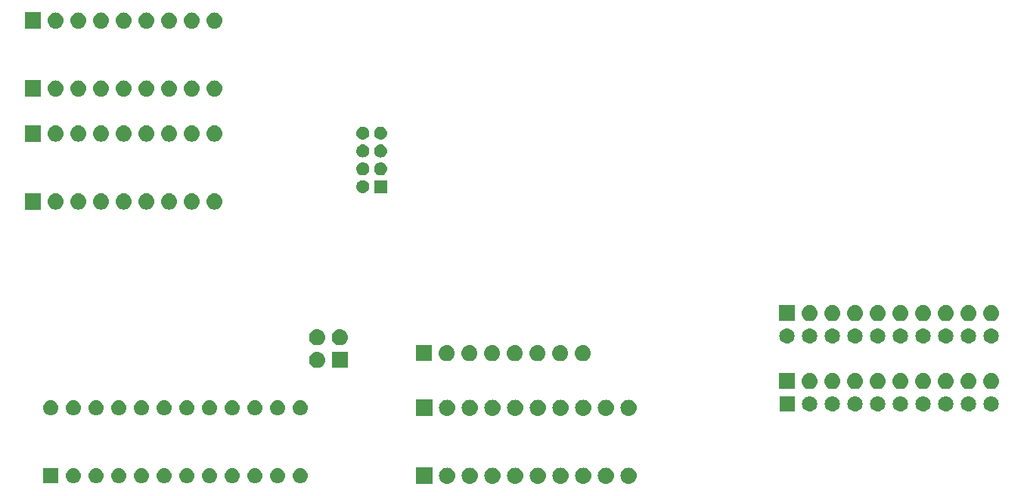
<source format=gbs>
G04 #@! TF.GenerationSoftware,KiCad,Pcbnew,(5.1.0)-1*
G04 #@! TF.CreationDate,2021-03-18T21:33:44+01:00*
G04 #@! TF.ProjectId,Atari simm expansion,41746172-6920-4736-996d-6d2065787061,rev?*
G04 #@! TF.SameCoordinates,Original*
G04 #@! TF.FileFunction,Soldermask,Bot*
G04 #@! TF.FilePolarity,Negative*
%FSLAX46Y46*%
G04 Gerber Fmt 4.6, Leading zero omitted, Abs format (unit mm)*
G04 Created by KiCad (PCBNEW (5.1.0)-1) date 2021-03-18 21:33:44*
%MOMM*%
%LPD*%
G04 APERTURE LIST*
%ADD10C,0.100000*%
G04 APERTURE END LIST*
D10*
G36*
X157550443Y-123160119D02*
G01*
X157616627Y-123166637D01*
X157786466Y-123218157D01*
X157942991Y-123301822D01*
X157978729Y-123331152D01*
X158080186Y-123414414D01*
X158163448Y-123515871D01*
X158192778Y-123551609D01*
X158276443Y-123708134D01*
X158327963Y-123877973D01*
X158345359Y-124054600D01*
X158327963Y-124231227D01*
X158276443Y-124401066D01*
X158192778Y-124557591D01*
X158163448Y-124593329D01*
X158080186Y-124694786D01*
X157978729Y-124778048D01*
X157942991Y-124807378D01*
X157786466Y-124891043D01*
X157616627Y-124942563D01*
X157550443Y-124949081D01*
X157484260Y-124955600D01*
X157395740Y-124955600D01*
X157329557Y-124949081D01*
X157263373Y-124942563D01*
X157093534Y-124891043D01*
X156937009Y-124807378D01*
X156901271Y-124778048D01*
X156799814Y-124694786D01*
X156716552Y-124593329D01*
X156687222Y-124557591D01*
X156603557Y-124401066D01*
X156552037Y-124231227D01*
X156534641Y-124054600D01*
X156552037Y-123877973D01*
X156603557Y-123708134D01*
X156687222Y-123551609D01*
X156716552Y-123515871D01*
X156799814Y-123414414D01*
X156901271Y-123331152D01*
X156937009Y-123301822D01*
X157093534Y-123218157D01*
X157263373Y-123166637D01*
X157329557Y-123160119D01*
X157395740Y-123153600D01*
X157484260Y-123153600D01*
X157550443Y-123160119D01*
X157550443Y-123160119D01*
G37*
G36*
X170250443Y-123160119D02*
G01*
X170316627Y-123166637D01*
X170486466Y-123218157D01*
X170642991Y-123301822D01*
X170678729Y-123331152D01*
X170780186Y-123414414D01*
X170863448Y-123515871D01*
X170892778Y-123551609D01*
X170976443Y-123708134D01*
X171027963Y-123877973D01*
X171045359Y-124054600D01*
X171027963Y-124231227D01*
X170976443Y-124401066D01*
X170892778Y-124557591D01*
X170863448Y-124593329D01*
X170780186Y-124694786D01*
X170678729Y-124778048D01*
X170642991Y-124807378D01*
X170486466Y-124891043D01*
X170316627Y-124942563D01*
X170250443Y-124949081D01*
X170184260Y-124955600D01*
X170095740Y-124955600D01*
X170029557Y-124949081D01*
X169963373Y-124942563D01*
X169793534Y-124891043D01*
X169637009Y-124807378D01*
X169601271Y-124778048D01*
X169499814Y-124694786D01*
X169416552Y-124593329D01*
X169387222Y-124557591D01*
X169303557Y-124401066D01*
X169252037Y-124231227D01*
X169234641Y-124054600D01*
X169252037Y-123877973D01*
X169303557Y-123708134D01*
X169387222Y-123551609D01*
X169416552Y-123515871D01*
X169499814Y-123414414D01*
X169601271Y-123331152D01*
X169637009Y-123301822D01*
X169793534Y-123218157D01*
X169963373Y-123166637D01*
X170029557Y-123160119D01*
X170095740Y-123153600D01*
X170184260Y-123153600D01*
X170250443Y-123160119D01*
X170250443Y-123160119D01*
G37*
G36*
X150721000Y-124955600D02*
G01*
X148919000Y-124955600D01*
X148919000Y-123153600D01*
X150721000Y-123153600D01*
X150721000Y-124955600D01*
X150721000Y-124955600D01*
G37*
G36*
X152470443Y-123160119D02*
G01*
X152536627Y-123166637D01*
X152706466Y-123218157D01*
X152862991Y-123301822D01*
X152898729Y-123331152D01*
X153000186Y-123414414D01*
X153083448Y-123515871D01*
X153112778Y-123551609D01*
X153196443Y-123708134D01*
X153247963Y-123877973D01*
X153265359Y-124054600D01*
X153247963Y-124231227D01*
X153196443Y-124401066D01*
X153112778Y-124557591D01*
X153083448Y-124593329D01*
X153000186Y-124694786D01*
X152898729Y-124778048D01*
X152862991Y-124807378D01*
X152706466Y-124891043D01*
X152536627Y-124942563D01*
X152470443Y-124949081D01*
X152404260Y-124955600D01*
X152315740Y-124955600D01*
X152249557Y-124949081D01*
X152183373Y-124942563D01*
X152013534Y-124891043D01*
X151857009Y-124807378D01*
X151821271Y-124778048D01*
X151719814Y-124694786D01*
X151636552Y-124593329D01*
X151607222Y-124557591D01*
X151523557Y-124401066D01*
X151472037Y-124231227D01*
X151454641Y-124054600D01*
X151472037Y-123877973D01*
X151523557Y-123708134D01*
X151607222Y-123551609D01*
X151636552Y-123515871D01*
X151719814Y-123414414D01*
X151821271Y-123331152D01*
X151857009Y-123301822D01*
X152013534Y-123218157D01*
X152183373Y-123166637D01*
X152249557Y-123160119D01*
X152315740Y-123153600D01*
X152404260Y-123153600D01*
X152470443Y-123160119D01*
X152470443Y-123160119D01*
G37*
G36*
X155010443Y-123160119D02*
G01*
X155076627Y-123166637D01*
X155246466Y-123218157D01*
X155402991Y-123301822D01*
X155438729Y-123331152D01*
X155540186Y-123414414D01*
X155623448Y-123515871D01*
X155652778Y-123551609D01*
X155736443Y-123708134D01*
X155787963Y-123877973D01*
X155805359Y-124054600D01*
X155787963Y-124231227D01*
X155736443Y-124401066D01*
X155652778Y-124557591D01*
X155623448Y-124593329D01*
X155540186Y-124694786D01*
X155438729Y-124778048D01*
X155402991Y-124807378D01*
X155246466Y-124891043D01*
X155076627Y-124942563D01*
X155010443Y-124949081D01*
X154944260Y-124955600D01*
X154855740Y-124955600D01*
X154789557Y-124949081D01*
X154723373Y-124942563D01*
X154553534Y-124891043D01*
X154397009Y-124807378D01*
X154361271Y-124778048D01*
X154259814Y-124694786D01*
X154176552Y-124593329D01*
X154147222Y-124557591D01*
X154063557Y-124401066D01*
X154012037Y-124231227D01*
X153994641Y-124054600D01*
X154012037Y-123877973D01*
X154063557Y-123708134D01*
X154147222Y-123551609D01*
X154176552Y-123515871D01*
X154259814Y-123414414D01*
X154361271Y-123331152D01*
X154397009Y-123301822D01*
X154553534Y-123218157D01*
X154723373Y-123166637D01*
X154789557Y-123160119D01*
X154855740Y-123153600D01*
X154944260Y-123153600D01*
X155010443Y-123160119D01*
X155010443Y-123160119D01*
G37*
G36*
X172790443Y-123160119D02*
G01*
X172856627Y-123166637D01*
X173026466Y-123218157D01*
X173182991Y-123301822D01*
X173218729Y-123331152D01*
X173320186Y-123414414D01*
X173403448Y-123515871D01*
X173432778Y-123551609D01*
X173516443Y-123708134D01*
X173567963Y-123877973D01*
X173585359Y-124054600D01*
X173567963Y-124231227D01*
X173516443Y-124401066D01*
X173432778Y-124557591D01*
X173403448Y-124593329D01*
X173320186Y-124694786D01*
X173218729Y-124778048D01*
X173182991Y-124807378D01*
X173026466Y-124891043D01*
X172856627Y-124942563D01*
X172790443Y-124949081D01*
X172724260Y-124955600D01*
X172635740Y-124955600D01*
X172569557Y-124949081D01*
X172503373Y-124942563D01*
X172333534Y-124891043D01*
X172177009Y-124807378D01*
X172141271Y-124778048D01*
X172039814Y-124694786D01*
X171956552Y-124593329D01*
X171927222Y-124557591D01*
X171843557Y-124401066D01*
X171792037Y-124231227D01*
X171774641Y-124054600D01*
X171792037Y-123877973D01*
X171843557Y-123708134D01*
X171927222Y-123551609D01*
X171956552Y-123515871D01*
X172039814Y-123414414D01*
X172141271Y-123331152D01*
X172177009Y-123301822D01*
X172333534Y-123218157D01*
X172503373Y-123166637D01*
X172569557Y-123160119D01*
X172635740Y-123153600D01*
X172724260Y-123153600D01*
X172790443Y-123160119D01*
X172790443Y-123160119D01*
G37*
G36*
X165170443Y-123160119D02*
G01*
X165236627Y-123166637D01*
X165406466Y-123218157D01*
X165562991Y-123301822D01*
X165598729Y-123331152D01*
X165700186Y-123414414D01*
X165783448Y-123515871D01*
X165812778Y-123551609D01*
X165896443Y-123708134D01*
X165947963Y-123877973D01*
X165965359Y-124054600D01*
X165947963Y-124231227D01*
X165896443Y-124401066D01*
X165812778Y-124557591D01*
X165783448Y-124593329D01*
X165700186Y-124694786D01*
X165598729Y-124778048D01*
X165562991Y-124807378D01*
X165406466Y-124891043D01*
X165236627Y-124942563D01*
X165170443Y-124949081D01*
X165104260Y-124955600D01*
X165015740Y-124955600D01*
X164949557Y-124949081D01*
X164883373Y-124942563D01*
X164713534Y-124891043D01*
X164557009Y-124807378D01*
X164521271Y-124778048D01*
X164419814Y-124694786D01*
X164336552Y-124593329D01*
X164307222Y-124557591D01*
X164223557Y-124401066D01*
X164172037Y-124231227D01*
X164154641Y-124054600D01*
X164172037Y-123877973D01*
X164223557Y-123708134D01*
X164307222Y-123551609D01*
X164336552Y-123515871D01*
X164419814Y-123414414D01*
X164521271Y-123331152D01*
X164557009Y-123301822D01*
X164713534Y-123218157D01*
X164883373Y-123166637D01*
X164949557Y-123160119D01*
X165015740Y-123153600D01*
X165104260Y-123153600D01*
X165170443Y-123160119D01*
X165170443Y-123160119D01*
G37*
G36*
X167710443Y-123160119D02*
G01*
X167776627Y-123166637D01*
X167946466Y-123218157D01*
X168102991Y-123301822D01*
X168138729Y-123331152D01*
X168240186Y-123414414D01*
X168323448Y-123515871D01*
X168352778Y-123551609D01*
X168436443Y-123708134D01*
X168487963Y-123877973D01*
X168505359Y-124054600D01*
X168487963Y-124231227D01*
X168436443Y-124401066D01*
X168352778Y-124557591D01*
X168323448Y-124593329D01*
X168240186Y-124694786D01*
X168138729Y-124778048D01*
X168102991Y-124807378D01*
X167946466Y-124891043D01*
X167776627Y-124942563D01*
X167710443Y-124949081D01*
X167644260Y-124955600D01*
X167555740Y-124955600D01*
X167489557Y-124949081D01*
X167423373Y-124942563D01*
X167253534Y-124891043D01*
X167097009Y-124807378D01*
X167061271Y-124778048D01*
X166959814Y-124694786D01*
X166876552Y-124593329D01*
X166847222Y-124557591D01*
X166763557Y-124401066D01*
X166712037Y-124231227D01*
X166694641Y-124054600D01*
X166712037Y-123877973D01*
X166763557Y-123708134D01*
X166847222Y-123551609D01*
X166876552Y-123515871D01*
X166959814Y-123414414D01*
X167061271Y-123331152D01*
X167097009Y-123301822D01*
X167253534Y-123218157D01*
X167423373Y-123166637D01*
X167489557Y-123160119D01*
X167555740Y-123153600D01*
X167644260Y-123153600D01*
X167710443Y-123160119D01*
X167710443Y-123160119D01*
G37*
G36*
X160090443Y-123160119D02*
G01*
X160156627Y-123166637D01*
X160326466Y-123218157D01*
X160482991Y-123301822D01*
X160518729Y-123331152D01*
X160620186Y-123414414D01*
X160703448Y-123515871D01*
X160732778Y-123551609D01*
X160816443Y-123708134D01*
X160867963Y-123877973D01*
X160885359Y-124054600D01*
X160867963Y-124231227D01*
X160816443Y-124401066D01*
X160732778Y-124557591D01*
X160703448Y-124593329D01*
X160620186Y-124694786D01*
X160518729Y-124778048D01*
X160482991Y-124807378D01*
X160326466Y-124891043D01*
X160156627Y-124942563D01*
X160090443Y-124949081D01*
X160024260Y-124955600D01*
X159935740Y-124955600D01*
X159869557Y-124949081D01*
X159803373Y-124942563D01*
X159633534Y-124891043D01*
X159477009Y-124807378D01*
X159441271Y-124778048D01*
X159339814Y-124694786D01*
X159256552Y-124593329D01*
X159227222Y-124557591D01*
X159143557Y-124401066D01*
X159092037Y-124231227D01*
X159074641Y-124054600D01*
X159092037Y-123877973D01*
X159143557Y-123708134D01*
X159227222Y-123551609D01*
X159256552Y-123515871D01*
X159339814Y-123414414D01*
X159441271Y-123331152D01*
X159477009Y-123301822D01*
X159633534Y-123218157D01*
X159803373Y-123166637D01*
X159869557Y-123160119D01*
X159935740Y-123153600D01*
X160024260Y-123153600D01*
X160090443Y-123160119D01*
X160090443Y-123160119D01*
G37*
G36*
X162630443Y-123160119D02*
G01*
X162696627Y-123166637D01*
X162866466Y-123218157D01*
X163022991Y-123301822D01*
X163058729Y-123331152D01*
X163160186Y-123414414D01*
X163243448Y-123515871D01*
X163272778Y-123551609D01*
X163356443Y-123708134D01*
X163407963Y-123877973D01*
X163425359Y-124054600D01*
X163407963Y-124231227D01*
X163356443Y-124401066D01*
X163272778Y-124557591D01*
X163243448Y-124593329D01*
X163160186Y-124694786D01*
X163058729Y-124778048D01*
X163022991Y-124807378D01*
X162866466Y-124891043D01*
X162696627Y-124942563D01*
X162630443Y-124949081D01*
X162564260Y-124955600D01*
X162475740Y-124955600D01*
X162409557Y-124949081D01*
X162343373Y-124942563D01*
X162173534Y-124891043D01*
X162017009Y-124807378D01*
X161981271Y-124778048D01*
X161879814Y-124694786D01*
X161796552Y-124593329D01*
X161767222Y-124557591D01*
X161683557Y-124401066D01*
X161632037Y-124231227D01*
X161614641Y-124054600D01*
X161632037Y-123877973D01*
X161683557Y-123708134D01*
X161767222Y-123551609D01*
X161796552Y-123515871D01*
X161879814Y-123414414D01*
X161981271Y-123331152D01*
X162017009Y-123301822D01*
X162173534Y-123218157D01*
X162343373Y-123166637D01*
X162409557Y-123160119D01*
X162475740Y-123153600D01*
X162564260Y-123153600D01*
X162630443Y-123160119D01*
X162630443Y-123160119D01*
G37*
G36*
X136106823Y-123215913D02*
G01*
X136267242Y-123264576D01*
X136336922Y-123301821D01*
X136415078Y-123343596D01*
X136544659Y-123449941D01*
X136651004Y-123579522D01*
X136651005Y-123579524D01*
X136730024Y-123727358D01*
X136778687Y-123887777D01*
X136795117Y-124054600D01*
X136778687Y-124221423D01*
X136730024Y-124381842D01*
X136719747Y-124401068D01*
X136651004Y-124529678D01*
X136544659Y-124659259D01*
X136415078Y-124765604D01*
X136415076Y-124765605D01*
X136267242Y-124844624D01*
X136106823Y-124893287D01*
X135981804Y-124905600D01*
X135898196Y-124905600D01*
X135773177Y-124893287D01*
X135612758Y-124844624D01*
X135464924Y-124765605D01*
X135464922Y-124765604D01*
X135335341Y-124659259D01*
X135228996Y-124529678D01*
X135160253Y-124401068D01*
X135149976Y-124381842D01*
X135101313Y-124221423D01*
X135084883Y-124054600D01*
X135101313Y-123887777D01*
X135149976Y-123727358D01*
X135228995Y-123579524D01*
X135228996Y-123579522D01*
X135335341Y-123449941D01*
X135464922Y-123343596D01*
X135543078Y-123301821D01*
X135612758Y-123264576D01*
X135773177Y-123215913D01*
X135898196Y-123203600D01*
X135981804Y-123203600D01*
X136106823Y-123215913D01*
X136106823Y-123215913D01*
G37*
G36*
X120866823Y-123215913D02*
G01*
X121027242Y-123264576D01*
X121096922Y-123301821D01*
X121175078Y-123343596D01*
X121304659Y-123449941D01*
X121411004Y-123579522D01*
X121411005Y-123579524D01*
X121490024Y-123727358D01*
X121538687Y-123887777D01*
X121555117Y-124054600D01*
X121538687Y-124221423D01*
X121490024Y-124381842D01*
X121479747Y-124401068D01*
X121411004Y-124529678D01*
X121304659Y-124659259D01*
X121175078Y-124765604D01*
X121175076Y-124765605D01*
X121027242Y-124844624D01*
X120866823Y-124893287D01*
X120741804Y-124905600D01*
X120658196Y-124905600D01*
X120533177Y-124893287D01*
X120372758Y-124844624D01*
X120224924Y-124765605D01*
X120224922Y-124765604D01*
X120095341Y-124659259D01*
X119988996Y-124529678D01*
X119920253Y-124401068D01*
X119909976Y-124381842D01*
X119861313Y-124221423D01*
X119844883Y-124054600D01*
X119861313Y-123887777D01*
X119909976Y-123727358D01*
X119988995Y-123579524D01*
X119988996Y-123579522D01*
X120095341Y-123449941D01*
X120224922Y-123343596D01*
X120303078Y-123301821D01*
X120372758Y-123264576D01*
X120533177Y-123215913D01*
X120658196Y-123203600D01*
X120741804Y-123203600D01*
X120866823Y-123215913D01*
X120866823Y-123215913D01*
G37*
G36*
X123406823Y-123215913D02*
G01*
X123567242Y-123264576D01*
X123636922Y-123301821D01*
X123715078Y-123343596D01*
X123844659Y-123449941D01*
X123951004Y-123579522D01*
X123951005Y-123579524D01*
X124030024Y-123727358D01*
X124078687Y-123887777D01*
X124095117Y-124054600D01*
X124078687Y-124221423D01*
X124030024Y-124381842D01*
X124019747Y-124401068D01*
X123951004Y-124529678D01*
X123844659Y-124659259D01*
X123715078Y-124765604D01*
X123715076Y-124765605D01*
X123567242Y-124844624D01*
X123406823Y-124893287D01*
X123281804Y-124905600D01*
X123198196Y-124905600D01*
X123073177Y-124893287D01*
X122912758Y-124844624D01*
X122764924Y-124765605D01*
X122764922Y-124765604D01*
X122635341Y-124659259D01*
X122528996Y-124529678D01*
X122460253Y-124401068D01*
X122449976Y-124381842D01*
X122401313Y-124221423D01*
X122384883Y-124054600D01*
X122401313Y-123887777D01*
X122449976Y-123727358D01*
X122528995Y-123579524D01*
X122528996Y-123579522D01*
X122635341Y-123449941D01*
X122764922Y-123343596D01*
X122843078Y-123301821D01*
X122912758Y-123264576D01*
X123073177Y-123215913D01*
X123198196Y-123203600D01*
X123281804Y-123203600D01*
X123406823Y-123215913D01*
X123406823Y-123215913D01*
G37*
G36*
X125946823Y-123215913D02*
G01*
X126107242Y-123264576D01*
X126176922Y-123301821D01*
X126255078Y-123343596D01*
X126384659Y-123449941D01*
X126491004Y-123579522D01*
X126491005Y-123579524D01*
X126570024Y-123727358D01*
X126618687Y-123887777D01*
X126635117Y-124054600D01*
X126618687Y-124221423D01*
X126570024Y-124381842D01*
X126559747Y-124401068D01*
X126491004Y-124529678D01*
X126384659Y-124659259D01*
X126255078Y-124765604D01*
X126255076Y-124765605D01*
X126107242Y-124844624D01*
X125946823Y-124893287D01*
X125821804Y-124905600D01*
X125738196Y-124905600D01*
X125613177Y-124893287D01*
X125452758Y-124844624D01*
X125304924Y-124765605D01*
X125304922Y-124765604D01*
X125175341Y-124659259D01*
X125068996Y-124529678D01*
X125000253Y-124401068D01*
X124989976Y-124381842D01*
X124941313Y-124221423D01*
X124924883Y-124054600D01*
X124941313Y-123887777D01*
X124989976Y-123727358D01*
X125068995Y-123579524D01*
X125068996Y-123579522D01*
X125175341Y-123449941D01*
X125304922Y-123343596D01*
X125383078Y-123301821D01*
X125452758Y-123264576D01*
X125613177Y-123215913D01*
X125738196Y-123203600D01*
X125821804Y-123203600D01*
X125946823Y-123215913D01*
X125946823Y-123215913D01*
G37*
G36*
X128486823Y-123215913D02*
G01*
X128647242Y-123264576D01*
X128716922Y-123301821D01*
X128795078Y-123343596D01*
X128924659Y-123449941D01*
X129031004Y-123579522D01*
X129031005Y-123579524D01*
X129110024Y-123727358D01*
X129158687Y-123887777D01*
X129175117Y-124054600D01*
X129158687Y-124221423D01*
X129110024Y-124381842D01*
X129099747Y-124401068D01*
X129031004Y-124529678D01*
X128924659Y-124659259D01*
X128795078Y-124765604D01*
X128795076Y-124765605D01*
X128647242Y-124844624D01*
X128486823Y-124893287D01*
X128361804Y-124905600D01*
X128278196Y-124905600D01*
X128153177Y-124893287D01*
X127992758Y-124844624D01*
X127844924Y-124765605D01*
X127844922Y-124765604D01*
X127715341Y-124659259D01*
X127608996Y-124529678D01*
X127540253Y-124401068D01*
X127529976Y-124381842D01*
X127481313Y-124221423D01*
X127464883Y-124054600D01*
X127481313Y-123887777D01*
X127529976Y-123727358D01*
X127608995Y-123579524D01*
X127608996Y-123579522D01*
X127715341Y-123449941D01*
X127844922Y-123343596D01*
X127923078Y-123301821D01*
X127992758Y-123264576D01*
X128153177Y-123215913D01*
X128278196Y-123203600D01*
X128361804Y-123203600D01*
X128486823Y-123215913D01*
X128486823Y-123215913D01*
G37*
G36*
X118326823Y-123215913D02*
G01*
X118487242Y-123264576D01*
X118556922Y-123301821D01*
X118635078Y-123343596D01*
X118764659Y-123449941D01*
X118871004Y-123579522D01*
X118871005Y-123579524D01*
X118950024Y-123727358D01*
X118998687Y-123887777D01*
X119015117Y-124054600D01*
X118998687Y-124221423D01*
X118950024Y-124381842D01*
X118939747Y-124401068D01*
X118871004Y-124529678D01*
X118764659Y-124659259D01*
X118635078Y-124765604D01*
X118635076Y-124765605D01*
X118487242Y-124844624D01*
X118326823Y-124893287D01*
X118201804Y-124905600D01*
X118118196Y-124905600D01*
X117993177Y-124893287D01*
X117832758Y-124844624D01*
X117684924Y-124765605D01*
X117684922Y-124765604D01*
X117555341Y-124659259D01*
X117448996Y-124529678D01*
X117380253Y-124401068D01*
X117369976Y-124381842D01*
X117321313Y-124221423D01*
X117304883Y-124054600D01*
X117321313Y-123887777D01*
X117369976Y-123727358D01*
X117448995Y-123579524D01*
X117448996Y-123579522D01*
X117555341Y-123449941D01*
X117684922Y-123343596D01*
X117763078Y-123301821D01*
X117832758Y-123264576D01*
X117993177Y-123215913D01*
X118118196Y-123203600D01*
X118201804Y-123203600D01*
X118326823Y-123215913D01*
X118326823Y-123215913D01*
G37*
G36*
X115786823Y-123215913D02*
G01*
X115947242Y-123264576D01*
X116016922Y-123301821D01*
X116095078Y-123343596D01*
X116224659Y-123449941D01*
X116331004Y-123579522D01*
X116331005Y-123579524D01*
X116410024Y-123727358D01*
X116458687Y-123887777D01*
X116475117Y-124054600D01*
X116458687Y-124221423D01*
X116410024Y-124381842D01*
X116399747Y-124401068D01*
X116331004Y-124529678D01*
X116224659Y-124659259D01*
X116095078Y-124765604D01*
X116095076Y-124765605D01*
X115947242Y-124844624D01*
X115786823Y-124893287D01*
X115661804Y-124905600D01*
X115578196Y-124905600D01*
X115453177Y-124893287D01*
X115292758Y-124844624D01*
X115144924Y-124765605D01*
X115144922Y-124765604D01*
X115015341Y-124659259D01*
X114908996Y-124529678D01*
X114840253Y-124401068D01*
X114829976Y-124381842D01*
X114781313Y-124221423D01*
X114764883Y-124054600D01*
X114781313Y-123887777D01*
X114829976Y-123727358D01*
X114908995Y-123579524D01*
X114908996Y-123579522D01*
X115015341Y-123449941D01*
X115144922Y-123343596D01*
X115223078Y-123301821D01*
X115292758Y-123264576D01*
X115453177Y-123215913D01*
X115578196Y-123203600D01*
X115661804Y-123203600D01*
X115786823Y-123215913D01*
X115786823Y-123215913D01*
G37*
G36*
X133566823Y-123215913D02*
G01*
X133727242Y-123264576D01*
X133796922Y-123301821D01*
X133875078Y-123343596D01*
X134004659Y-123449941D01*
X134111004Y-123579522D01*
X134111005Y-123579524D01*
X134190024Y-123727358D01*
X134238687Y-123887777D01*
X134255117Y-124054600D01*
X134238687Y-124221423D01*
X134190024Y-124381842D01*
X134179747Y-124401068D01*
X134111004Y-124529678D01*
X134004659Y-124659259D01*
X133875078Y-124765604D01*
X133875076Y-124765605D01*
X133727242Y-124844624D01*
X133566823Y-124893287D01*
X133441804Y-124905600D01*
X133358196Y-124905600D01*
X133233177Y-124893287D01*
X133072758Y-124844624D01*
X132924924Y-124765605D01*
X132924922Y-124765604D01*
X132795341Y-124659259D01*
X132688996Y-124529678D01*
X132620253Y-124401068D01*
X132609976Y-124381842D01*
X132561313Y-124221423D01*
X132544883Y-124054600D01*
X132561313Y-123887777D01*
X132609976Y-123727358D01*
X132688995Y-123579524D01*
X132688996Y-123579522D01*
X132795341Y-123449941D01*
X132924922Y-123343596D01*
X133003078Y-123301821D01*
X133072758Y-123264576D01*
X133233177Y-123215913D01*
X133358196Y-123203600D01*
X133441804Y-123203600D01*
X133566823Y-123215913D01*
X133566823Y-123215913D01*
G37*
G36*
X113246823Y-123215913D02*
G01*
X113407242Y-123264576D01*
X113476922Y-123301821D01*
X113555078Y-123343596D01*
X113684659Y-123449941D01*
X113791004Y-123579522D01*
X113791005Y-123579524D01*
X113870024Y-123727358D01*
X113918687Y-123887777D01*
X113935117Y-124054600D01*
X113918687Y-124221423D01*
X113870024Y-124381842D01*
X113859747Y-124401068D01*
X113791004Y-124529678D01*
X113684659Y-124659259D01*
X113555078Y-124765604D01*
X113555076Y-124765605D01*
X113407242Y-124844624D01*
X113246823Y-124893287D01*
X113121804Y-124905600D01*
X113038196Y-124905600D01*
X112913177Y-124893287D01*
X112752758Y-124844624D01*
X112604924Y-124765605D01*
X112604922Y-124765604D01*
X112475341Y-124659259D01*
X112368996Y-124529678D01*
X112300253Y-124401068D01*
X112289976Y-124381842D01*
X112241313Y-124221423D01*
X112224883Y-124054600D01*
X112241313Y-123887777D01*
X112289976Y-123727358D01*
X112368995Y-123579524D01*
X112368996Y-123579522D01*
X112475341Y-123449941D01*
X112604922Y-123343596D01*
X112683078Y-123301821D01*
X112752758Y-123264576D01*
X112913177Y-123215913D01*
X113038196Y-123203600D01*
X113121804Y-123203600D01*
X113246823Y-123215913D01*
X113246823Y-123215913D01*
G37*
G36*
X110706823Y-123215913D02*
G01*
X110867242Y-123264576D01*
X110936922Y-123301821D01*
X111015078Y-123343596D01*
X111144659Y-123449941D01*
X111251004Y-123579522D01*
X111251005Y-123579524D01*
X111330024Y-123727358D01*
X111378687Y-123887777D01*
X111395117Y-124054600D01*
X111378687Y-124221423D01*
X111330024Y-124381842D01*
X111319747Y-124401068D01*
X111251004Y-124529678D01*
X111144659Y-124659259D01*
X111015078Y-124765604D01*
X111015076Y-124765605D01*
X110867242Y-124844624D01*
X110706823Y-124893287D01*
X110581804Y-124905600D01*
X110498196Y-124905600D01*
X110373177Y-124893287D01*
X110212758Y-124844624D01*
X110064924Y-124765605D01*
X110064922Y-124765604D01*
X109935341Y-124659259D01*
X109828996Y-124529678D01*
X109760253Y-124401068D01*
X109749976Y-124381842D01*
X109701313Y-124221423D01*
X109684883Y-124054600D01*
X109701313Y-123887777D01*
X109749976Y-123727358D01*
X109828995Y-123579524D01*
X109828996Y-123579522D01*
X109935341Y-123449941D01*
X110064922Y-123343596D01*
X110143078Y-123301821D01*
X110212758Y-123264576D01*
X110373177Y-123215913D01*
X110498196Y-123203600D01*
X110581804Y-123203600D01*
X110706823Y-123215913D01*
X110706823Y-123215913D01*
G37*
G36*
X108851000Y-124905600D02*
G01*
X107149000Y-124905600D01*
X107149000Y-123203600D01*
X108851000Y-123203600D01*
X108851000Y-124905600D01*
X108851000Y-124905600D01*
G37*
G36*
X131026823Y-123215913D02*
G01*
X131187242Y-123264576D01*
X131256922Y-123301821D01*
X131335078Y-123343596D01*
X131464659Y-123449941D01*
X131571004Y-123579522D01*
X131571005Y-123579524D01*
X131650024Y-123727358D01*
X131698687Y-123887777D01*
X131715117Y-124054600D01*
X131698687Y-124221423D01*
X131650024Y-124381842D01*
X131639747Y-124401068D01*
X131571004Y-124529678D01*
X131464659Y-124659259D01*
X131335078Y-124765604D01*
X131335076Y-124765605D01*
X131187242Y-124844624D01*
X131026823Y-124893287D01*
X130901804Y-124905600D01*
X130818196Y-124905600D01*
X130693177Y-124893287D01*
X130532758Y-124844624D01*
X130384924Y-124765605D01*
X130384922Y-124765604D01*
X130255341Y-124659259D01*
X130148996Y-124529678D01*
X130080253Y-124401068D01*
X130069976Y-124381842D01*
X130021313Y-124221423D01*
X130004883Y-124054600D01*
X130021313Y-123887777D01*
X130069976Y-123727358D01*
X130148995Y-123579524D01*
X130148996Y-123579522D01*
X130255341Y-123449941D01*
X130384922Y-123343596D01*
X130463078Y-123301821D01*
X130532758Y-123264576D01*
X130693177Y-123215913D01*
X130818196Y-123203600D01*
X130901804Y-123203600D01*
X131026823Y-123215913D01*
X131026823Y-123215913D01*
G37*
G36*
X172790443Y-115540119D02*
G01*
X172856627Y-115546637D01*
X173026466Y-115598157D01*
X173182991Y-115681822D01*
X173218729Y-115711152D01*
X173320186Y-115794414D01*
X173403448Y-115895871D01*
X173432778Y-115931609D01*
X173516443Y-116088134D01*
X173567963Y-116257973D01*
X173585359Y-116434600D01*
X173567963Y-116611227D01*
X173516443Y-116781066D01*
X173432778Y-116937591D01*
X173403448Y-116973329D01*
X173320186Y-117074786D01*
X173218729Y-117158048D01*
X173182991Y-117187378D01*
X173026466Y-117271043D01*
X172856627Y-117322563D01*
X172790442Y-117329082D01*
X172724260Y-117335600D01*
X172635740Y-117335600D01*
X172569558Y-117329082D01*
X172503373Y-117322563D01*
X172333534Y-117271043D01*
X172177009Y-117187378D01*
X172141271Y-117158048D01*
X172039814Y-117074786D01*
X171956552Y-116973329D01*
X171927222Y-116937591D01*
X171843557Y-116781066D01*
X171792037Y-116611227D01*
X171774641Y-116434600D01*
X171792037Y-116257973D01*
X171843557Y-116088134D01*
X171927222Y-115931609D01*
X171956552Y-115895871D01*
X172039814Y-115794414D01*
X172141271Y-115711152D01*
X172177009Y-115681822D01*
X172333534Y-115598157D01*
X172503373Y-115546637D01*
X172569557Y-115540119D01*
X172635740Y-115533600D01*
X172724260Y-115533600D01*
X172790443Y-115540119D01*
X172790443Y-115540119D01*
G37*
G36*
X160090443Y-115540119D02*
G01*
X160156627Y-115546637D01*
X160326466Y-115598157D01*
X160482991Y-115681822D01*
X160518729Y-115711152D01*
X160620186Y-115794414D01*
X160703448Y-115895871D01*
X160732778Y-115931609D01*
X160816443Y-116088134D01*
X160867963Y-116257973D01*
X160885359Y-116434600D01*
X160867963Y-116611227D01*
X160816443Y-116781066D01*
X160732778Y-116937591D01*
X160703448Y-116973329D01*
X160620186Y-117074786D01*
X160518729Y-117158048D01*
X160482991Y-117187378D01*
X160326466Y-117271043D01*
X160156627Y-117322563D01*
X160090442Y-117329082D01*
X160024260Y-117335600D01*
X159935740Y-117335600D01*
X159869558Y-117329082D01*
X159803373Y-117322563D01*
X159633534Y-117271043D01*
X159477009Y-117187378D01*
X159441271Y-117158048D01*
X159339814Y-117074786D01*
X159256552Y-116973329D01*
X159227222Y-116937591D01*
X159143557Y-116781066D01*
X159092037Y-116611227D01*
X159074641Y-116434600D01*
X159092037Y-116257973D01*
X159143557Y-116088134D01*
X159227222Y-115931609D01*
X159256552Y-115895871D01*
X159339814Y-115794414D01*
X159441271Y-115711152D01*
X159477009Y-115681822D01*
X159633534Y-115598157D01*
X159803373Y-115546637D01*
X159869557Y-115540119D01*
X159935740Y-115533600D01*
X160024260Y-115533600D01*
X160090443Y-115540119D01*
X160090443Y-115540119D01*
G37*
G36*
X170250443Y-115540119D02*
G01*
X170316627Y-115546637D01*
X170486466Y-115598157D01*
X170642991Y-115681822D01*
X170678729Y-115711152D01*
X170780186Y-115794414D01*
X170863448Y-115895871D01*
X170892778Y-115931609D01*
X170976443Y-116088134D01*
X171027963Y-116257973D01*
X171045359Y-116434600D01*
X171027963Y-116611227D01*
X170976443Y-116781066D01*
X170892778Y-116937591D01*
X170863448Y-116973329D01*
X170780186Y-117074786D01*
X170678729Y-117158048D01*
X170642991Y-117187378D01*
X170486466Y-117271043D01*
X170316627Y-117322563D01*
X170250442Y-117329082D01*
X170184260Y-117335600D01*
X170095740Y-117335600D01*
X170029558Y-117329082D01*
X169963373Y-117322563D01*
X169793534Y-117271043D01*
X169637009Y-117187378D01*
X169601271Y-117158048D01*
X169499814Y-117074786D01*
X169416552Y-116973329D01*
X169387222Y-116937591D01*
X169303557Y-116781066D01*
X169252037Y-116611227D01*
X169234641Y-116434600D01*
X169252037Y-116257973D01*
X169303557Y-116088134D01*
X169387222Y-115931609D01*
X169416552Y-115895871D01*
X169499814Y-115794414D01*
X169601271Y-115711152D01*
X169637009Y-115681822D01*
X169793534Y-115598157D01*
X169963373Y-115546637D01*
X170029557Y-115540119D01*
X170095740Y-115533600D01*
X170184260Y-115533600D01*
X170250443Y-115540119D01*
X170250443Y-115540119D01*
G37*
G36*
X167710443Y-115540119D02*
G01*
X167776627Y-115546637D01*
X167946466Y-115598157D01*
X168102991Y-115681822D01*
X168138729Y-115711152D01*
X168240186Y-115794414D01*
X168323448Y-115895871D01*
X168352778Y-115931609D01*
X168436443Y-116088134D01*
X168487963Y-116257973D01*
X168505359Y-116434600D01*
X168487963Y-116611227D01*
X168436443Y-116781066D01*
X168352778Y-116937591D01*
X168323448Y-116973329D01*
X168240186Y-117074786D01*
X168138729Y-117158048D01*
X168102991Y-117187378D01*
X167946466Y-117271043D01*
X167776627Y-117322563D01*
X167710442Y-117329082D01*
X167644260Y-117335600D01*
X167555740Y-117335600D01*
X167489558Y-117329082D01*
X167423373Y-117322563D01*
X167253534Y-117271043D01*
X167097009Y-117187378D01*
X167061271Y-117158048D01*
X166959814Y-117074786D01*
X166876552Y-116973329D01*
X166847222Y-116937591D01*
X166763557Y-116781066D01*
X166712037Y-116611227D01*
X166694641Y-116434600D01*
X166712037Y-116257973D01*
X166763557Y-116088134D01*
X166847222Y-115931609D01*
X166876552Y-115895871D01*
X166959814Y-115794414D01*
X167061271Y-115711152D01*
X167097009Y-115681822D01*
X167253534Y-115598157D01*
X167423373Y-115546637D01*
X167489557Y-115540119D01*
X167555740Y-115533600D01*
X167644260Y-115533600D01*
X167710443Y-115540119D01*
X167710443Y-115540119D01*
G37*
G36*
X150721000Y-117335600D02*
G01*
X148919000Y-117335600D01*
X148919000Y-115533600D01*
X150721000Y-115533600D01*
X150721000Y-117335600D01*
X150721000Y-117335600D01*
G37*
G36*
X165170443Y-115540119D02*
G01*
X165236627Y-115546637D01*
X165406466Y-115598157D01*
X165562991Y-115681822D01*
X165598729Y-115711152D01*
X165700186Y-115794414D01*
X165783448Y-115895871D01*
X165812778Y-115931609D01*
X165896443Y-116088134D01*
X165947963Y-116257973D01*
X165965359Y-116434600D01*
X165947963Y-116611227D01*
X165896443Y-116781066D01*
X165812778Y-116937591D01*
X165783448Y-116973329D01*
X165700186Y-117074786D01*
X165598729Y-117158048D01*
X165562991Y-117187378D01*
X165406466Y-117271043D01*
X165236627Y-117322563D01*
X165170442Y-117329082D01*
X165104260Y-117335600D01*
X165015740Y-117335600D01*
X164949558Y-117329082D01*
X164883373Y-117322563D01*
X164713534Y-117271043D01*
X164557009Y-117187378D01*
X164521271Y-117158048D01*
X164419814Y-117074786D01*
X164336552Y-116973329D01*
X164307222Y-116937591D01*
X164223557Y-116781066D01*
X164172037Y-116611227D01*
X164154641Y-116434600D01*
X164172037Y-116257973D01*
X164223557Y-116088134D01*
X164307222Y-115931609D01*
X164336552Y-115895871D01*
X164419814Y-115794414D01*
X164521271Y-115711152D01*
X164557009Y-115681822D01*
X164713534Y-115598157D01*
X164883373Y-115546637D01*
X164949557Y-115540119D01*
X165015740Y-115533600D01*
X165104260Y-115533600D01*
X165170443Y-115540119D01*
X165170443Y-115540119D01*
G37*
G36*
X152470443Y-115540119D02*
G01*
X152536627Y-115546637D01*
X152706466Y-115598157D01*
X152862991Y-115681822D01*
X152898729Y-115711152D01*
X153000186Y-115794414D01*
X153083448Y-115895871D01*
X153112778Y-115931609D01*
X153196443Y-116088134D01*
X153247963Y-116257973D01*
X153265359Y-116434600D01*
X153247963Y-116611227D01*
X153196443Y-116781066D01*
X153112778Y-116937591D01*
X153083448Y-116973329D01*
X153000186Y-117074786D01*
X152898729Y-117158048D01*
X152862991Y-117187378D01*
X152706466Y-117271043D01*
X152536627Y-117322563D01*
X152470442Y-117329082D01*
X152404260Y-117335600D01*
X152315740Y-117335600D01*
X152249558Y-117329082D01*
X152183373Y-117322563D01*
X152013534Y-117271043D01*
X151857009Y-117187378D01*
X151821271Y-117158048D01*
X151719814Y-117074786D01*
X151636552Y-116973329D01*
X151607222Y-116937591D01*
X151523557Y-116781066D01*
X151472037Y-116611227D01*
X151454641Y-116434600D01*
X151472037Y-116257973D01*
X151523557Y-116088134D01*
X151607222Y-115931609D01*
X151636552Y-115895871D01*
X151719814Y-115794414D01*
X151821271Y-115711152D01*
X151857009Y-115681822D01*
X152013534Y-115598157D01*
X152183373Y-115546637D01*
X152249557Y-115540119D01*
X152315740Y-115533600D01*
X152404260Y-115533600D01*
X152470443Y-115540119D01*
X152470443Y-115540119D01*
G37*
G36*
X155010443Y-115540119D02*
G01*
X155076627Y-115546637D01*
X155246466Y-115598157D01*
X155402991Y-115681822D01*
X155438729Y-115711152D01*
X155540186Y-115794414D01*
X155623448Y-115895871D01*
X155652778Y-115931609D01*
X155736443Y-116088134D01*
X155787963Y-116257973D01*
X155805359Y-116434600D01*
X155787963Y-116611227D01*
X155736443Y-116781066D01*
X155652778Y-116937591D01*
X155623448Y-116973329D01*
X155540186Y-117074786D01*
X155438729Y-117158048D01*
X155402991Y-117187378D01*
X155246466Y-117271043D01*
X155076627Y-117322563D01*
X155010442Y-117329082D01*
X154944260Y-117335600D01*
X154855740Y-117335600D01*
X154789558Y-117329082D01*
X154723373Y-117322563D01*
X154553534Y-117271043D01*
X154397009Y-117187378D01*
X154361271Y-117158048D01*
X154259814Y-117074786D01*
X154176552Y-116973329D01*
X154147222Y-116937591D01*
X154063557Y-116781066D01*
X154012037Y-116611227D01*
X153994641Y-116434600D01*
X154012037Y-116257973D01*
X154063557Y-116088134D01*
X154147222Y-115931609D01*
X154176552Y-115895871D01*
X154259814Y-115794414D01*
X154361271Y-115711152D01*
X154397009Y-115681822D01*
X154553534Y-115598157D01*
X154723373Y-115546637D01*
X154789557Y-115540119D01*
X154855740Y-115533600D01*
X154944260Y-115533600D01*
X155010443Y-115540119D01*
X155010443Y-115540119D01*
G37*
G36*
X157550443Y-115540119D02*
G01*
X157616627Y-115546637D01*
X157786466Y-115598157D01*
X157942991Y-115681822D01*
X157978729Y-115711152D01*
X158080186Y-115794414D01*
X158163448Y-115895871D01*
X158192778Y-115931609D01*
X158276443Y-116088134D01*
X158327963Y-116257973D01*
X158345359Y-116434600D01*
X158327963Y-116611227D01*
X158276443Y-116781066D01*
X158192778Y-116937591D01*
X158163448Y-116973329D01*
X158080186Y-117074786D01*
X157978729Y-117158048D01*
X157942991Y-117187378D01*
X157786466Y-117271043D01*
X157616627Y-117322563D01*
X157550442Y-117329082D01*
X157484260Y-117335600D01*
X157395740Y-117335600D01*
X157329558Y-117329082D01*
X157263373Y-117322563D01*
X157093534Y-117271043D01*
X156937009Y-117187378D01*
X156901271Y-117158048D01*
X156799814Y-117074786D01*
X156716552Y-116973329D01*
X156687222Y-116937591D01*
X156603557Y-116781066D01*
X156552037Y-116611227D01*
X156534641Y-116434600D01*
X156552037Y-116257973D01*
X156603557Y-116088134D01*
X156687222Y-115931609D01*
X156716552Y-115895871D01*
X156799814Y-115794414D01*
X156901271Y-115711152D01*
X156937009Y-115681822D01*
X157093534Y-115598157D01*
X157263373Y-115546637D01*
X157329557Y-115540119D01*
X157395740Y-115533600D01*
X157484260Y-115533600D01*
X157550443Y-115540119D01*
X157550443Y-115540119D01*
G37*
G36*
X162630443Y-115540119D02*
G01*
X162696627Y-115546637D01*
X162866466Y-115598157D01*
X163022991Y-115681822D01*
X163058729Y-115711152D01*
X163160186Y-115794414D01*
X163243448Y-115895871D01*
X163272778Y-115931609D01*
X163356443Y-116088134D01*
X163407963Y-116257973D01*
X163425359Y-116434600D01*
X163407963Y-116611227D01*
X163356443Y-116781066D01*
X163272778Y-116937591D01*
X163243448Y-116973329D01*
X163160186Y-117074786D01*
X163058729Y-117158048D01*
X163022991Y-117187378D01*
X162866466Y-117271043D01*
X162696627Y-117322563D01*
X162630442Y-117329082D01*
X162564260Y-117335600D01*
X162475740Y-117335600D01*
X162409558Y-117329082D01*
X162343373Y-117322563D01*
X162173534Y-117271043D01*
X162017009Y-117187378D01*
X161981271Y-117158048D01*
X161879814Y-117074786D01*
X161796552Y-116973329D01*
X161767222Y-116937591D01*
X161683557Y-116781066D01*
X161632037Y-116611227D01*
X161614641Y-116434600D01*
X161632037Y-116257973D01*
X161683557Y-116088134D01*
X161767222Y-115931609D01*
X161796552Y-115895871D01*
X161879814Y-115794414D01*
X161981271Y-115711152D01*
X162017009Y-115681822D01*
X162173534Y-115598157D01*
X162343373Y-115546637D01*
X162409557Y-115540119D01*
X162475740Y-115533600D01*
X162564260Y-115533600D01*
X162630443Y-115540119D01*
X162630443Y-115540119D01*
G37*
G36*
X118326823Y-115595913D02*
G01*
X118487242Y-115644576D01*
X118539972Y-115672761D01*
X118635078Y-115723596D01*
X118764659Y-115829941D01*
X118871004Y-115959522D01*
X118871005Y-115959524D01*
X118950024Y-116107358D01*
X118998687Y-116267777D01*
X119015117Y-116434600D01*
X118998687Y-116601423D01*
X118950024Y-116761842D01*
X118908950Y-116838686D01*
X118871004Y-116909678D01*
X118764659Y-117039259D01*
X118635078Y-117145604D01*
X118635076Y-117145605D01*
X118487242Y-117224624D01*
X118326823Y-117273287D01*
X118201804Y-117285600D01*
X118118196Y-117285600D01*
X117993177Y-117273287D01*
X117832758Y-117224624D01*
X117684924Y-117145605D01*
X117684922Y-117145604D01*
X117555341Y-117039259D01*
X117448996Y-116909678D01*
X117411050Y-116838686D01*
X117369976Y-116761842D01*
X117321313Y-116601423D01*
X117304883Y-116434600D01*
X117321313Y-116267777D01*
X117369976Y-116107358D01*
X117448995Y-115959524D01*
X117448996Y-115959522D01*
X117555341Y-115829941D01*
X117684922Y-115723596D01*
X117780028Y-115672761D01*
X117832758Y-115644576D01*
X117993177Y-115595913D01*
X118118196Y-115583600D01*
X118201804Y-115583600D01*
X118326823Y-115595913D01*
X118326823Y-115595913D01*
G37*
G36*
X115786823Y-115595913D02*
G01*
X115947242Y-115644576D01*
X115999972Y-115672761D01*
X116095078Y-115723596D01*
X116224659Y-115829941D01*
X116331004Y-115959522D01*
X116331005Y-115959524D01*
X116410024Y-116107358D01*
X116458687Y-116267777D01*
X116475117Y-116434600D01*
X116458687Y-116601423D01*
X116410024Y-116761842D01*
X116368950Y-116838686D01*
X116331004Y-116909678D01*
X116224659Y-117039259D01*
X116095078Y-117145604D01*
X116095076Y-117145605D01*
X115947242Y-117224624D01*
X115786823Y-117273287D01*
X115661804Y-117285600D01*
X115578196Y-117285600D01*
X115453177Y-117273287D01*
X115292758Y-117224624D01*
X115144924Y-117145605D01*
X115144922Y-117145604D01*
X115015341Y-117039259D01*
X114908996Y-116909678D01*
X114871050Y-116838686D01*
X114829976Y-116761842D01*
X114781313Y-116601423D01*
X114764883Y-116434600D01*
X114781313Y-116267777D01*
X114829976Y-116107358D01*
X114908995Y-115959524D01*
X114908996Y-115959522D01*
X115015341Y-115829941D01*
X115144922Y-115723596D01*
X115240028Y-115672761D01*
X115292758Y-115644576D01*
X115453177Y-115595913D01*
X115578196Y-115583600D01*
X115661804Y-115583600D01*
X115786823Y-115595913D01*
X115786823Y-115595913D01*
G37*
G36*
X113246823Y-115595913D02*
G01*
X113407242Y-115644576D01*
X113459972Y-115672761D01*
X113555078Y-115723596D01*
X113684659Y-115829941D01*
X113791004Y-115959522D01*
X113791005Y-115959524D01*
X113870024Y-116107358D01*
X113918687Y-116267777D01*
X113935117Y-116434600D01*
X113918687Y-116601423D01*
X113870024Y-116761842D01*
X113828950Y-116838686D01*
X113791004Y-116909678D01*
X113684659Y-117039259D01*
X113555078Y-117145604D01*
X113555076Y-117145605D01*
X113407242Y-117224624D01*
X113246823Y-117273287D01*
X113121804Y-117285600D01*
X113038196Y-117285600D01*
X112913177Y-117273287D01*
X112752758Y-117224624D01*
X112604924Y-117145605D01*
X112604922Y-117145604D01*
X112475341Y-117039259D01*
X112368996Y-116909678D01*
X112331050Y-116838686D01*
X112289976Y-116761842D01*
X112241313Y-116601423D01*
X112224883Y-116434600D01*
X112241313Y-116267777D01*
X112289976Y-116107358D01*
X112368995Y-115959524D01*
X112368996Y-115959522D01*
X112475341Y-115829941D01*
X112604922Y-115723596D01*
X112700028Y-115672761D01*
X112752758Y-115644576D01*
X112913177Y-115595913D01*
X113038196Y-115583600D01*
X113121804Y-115583600D01*
X113246823Y-115595913D01*
X113246823Y-115595913D01*
G37*
G36*
X110706823Y-115595913D02*
G01*
X110867242Y-115644576D01*
X110919972Y-115672761D01*
X111015078Y-115723596D01*
X111144659Y-115829941D01*
X111251004Y-115959522D01*
X111251005Y-115959524D01*
X111330024Y-116107358D01*
X111378687Y-116267777D01*
X111395117Y-116434600D01*
X111378687Y-116601423D01*
X111330024Y-116761842D01*
X111288950Y-116838686D01*
X111251004Y-116909678D01*
X111144659Y-117039259D01*
X111015078Y-117145604D01*
X111015076Y-117145605D01*
X110867242Y-117224624D01*
X110706823Y-117273287D01*
X110581804Y-117285600D01*
X110498196Y-117285600D01*
X110373177Y-117273287D01*
X110212758Y-117224624D01*
X110064924Y-117145605D01*
X110064922Y-117145604D01*
X109935341Y-117039259D01*
X109828996Y-116909678D01*
X109791050Y-116838686D01*
X109749976Y-116761842D01*
X109701313Y-116601423D01*
X109684883Y-116434600D01*
X109701313Y-116267777D01*
X109749976Y-116107358D01*
X109828995Y-115959524D01*
X109828996Y-115959522D01*
X109935341Y-115829941D01*
X110064922Y-115723596D01*
X110160028Y-115672761D01*
X110212758Y-115644576D01*
X110373177Y-115595913D01*
X110498196Y-115583600D01*
X110581804Y-115583600D01*
X110706823Y-115595913D01*
X110706823Y-115595913D01*
G37*
G36*
X108166823Y-115595913D02*
G01*
X108327242Y-115644576D01*
X108379972Y-115672761D01*
X108475078Y-115723596D01*
X108604659Y-115829941D01*
X108711004Y-115959522D01*
X108711005Y-115959524D01*
X108790024Y-116107358D01*
X108838687Y-116267777D01*
X108855117Y-116434600D01*
X108838687Y-116601423D01*
X108790024Y-116761842D01*
X108748950Y-116838686D01*
X108711004Y-116909678D01*
X108604659Y-117039259D01*
X108475078Y-117145604D01*
X108475076Y-117145605D01*
X108327242Y-117224624D01*
X108166823Y-117273287D01*
X108041804Y-117285600D01*
X107958196Y-117285600D01*
X107833177Y-117273287D01*
X107672758Y-117224624D01*
X107524924Y-117145605D01*
X107524922Y-117145604D01*
X107395341Y-117039259D01*
X107288996Y-116909678D01*
X107251050Y-116838686D01*
X107209976Y-116761842D01*
X107161313Y-116601423D01*
X107144883Y-116434600D01*
X107161313Y-116267777D01*
X107209976Y-116107358D01*
X107288995Y-115959524D01*
X107288996Y-115959522D01*
X107395341Y-115829941D01*
X107524922Y-115723596D01*
X107620028Y-115672761D01*
X107672758Y-115644576D01*
X107833177Y-115595913D01*
X107958196Y-115583600D01*
X108041804Y-115583600D01*
X108166823Y-115595913D01*
X108166823Y-115595913D01*
G37*
G36*
X120866823Y-115595913D02*
G01*
X121027242Y-115644576D01*
X121079972Y-115672761D01*
X121175078Y-115723596D01*
X121304659Y-115829941D01*
X121411004Y-115959522D01*
X121411005Y-115959524D01*
X121490024Y-116107358D01*
X121538687Y-116267777D01*
X121555117Y-116434600D01*
X121538687Y-116601423D01*
X121490024Y-116761842D01*
X121448950Y-116838686D01*
X121411004Y-116909678D01*
X121304659Y-117039259D01*
X121175078Y-117145604D01*
X121175076Y-117145605D01*
X121027242Y-117224624D01*
X120866823Y-117273287D01*
X120741804Y-117285600D01*
X120658196Y-117285600D01*
X120533177Y-117273287D01*
X120372758Y-117224624D01*
X120224924Y-117145605D01*
X120224922Y-117145604D01*
X120095341Y-117039259D01*
X119988996Y-116909678D01*
X119951050Y-116838686D01*
X119909976Y-116761842D01*
X119861313Y-116601423D01*
X119844883Y-116434600D01*
X119861313Y-116267777D01*
X119909976Y-116107358D01*
X119988995Y-115959524D01*
X119988996Y-115959522D01*
X120095341Y-115829941D01*
X120224922Y-115723596D01*
X120320028Y-115672761D01*
X120372758Y-115644576D01*
X120533177Y-115595913D01*
X120658196Y-115583600D01*
X120741804Y-115583600D01*
X120866823Y-115595913D01*
X120866823Y-115595913D01*
G37*
G36*
X133566823Y-115595913D02*
G01*
X133727242Y-115644576D01*
X133779972Y-115672761D01*
X133875078Y-115723596D01*
X134004659Y-115829941D01*
X134111004Y-115959522D01*
X134111005Y-115959524D01*
X134190024Y-116107358D01*
X134238687Y-116267777D01*
X134255117Y-116434600D01*
X134238687Y-116601423D01*
X134190024Y-116761842D01*
X134148950Y-116838686D01*
X134111004Y-116909678D01*
X134004659Y-117039259D01*
X133875078Y-117145604D01*
X133875076Y-117145605D01*
X133727242Y-117224624D01*
X133566823Y-117273287D01*
X133441804Y-117285600D01*
X133358196Y-117285600D01*
X133233177Y-117273287D01*
X133072758Y-117224624D01*
X132924924Y-117145605D01*
X132924922Y-117145604D01*
X132795341Y-117039259D01*
X132688996Y-116909678D01*
X132651050Y-116838686D01*
X132609976Y-116761842D01*
X132561313Y-116601423D01*
X132544883Y-116434600D01*
X132561313Y-116267777D01*
X132609976Y-116107358D01*
X132688995Y-115959524D01*
X132688996Y-115959522D01*
X132795341Y-115829941D01*
X132924922Y-115723596D01*
X133020028Y-115672761D01*
X133072758Y-115644576D01*
X133233177Y-115595913D01*
X133358196Y-115583600D01*
X133441804Y-115583600D01*
X133566823Y-115595913D01*
X133566823Y-115595913D01*
G37*
G36*
X136106823Y-115595913D02*
G01*
X136267242Y-115644576D01*
X136319972Y-115672761D01*
X136415078Y-115723596D01*
X136544659Y-115829941D01*
X136651004Y-115959522D01*
X136651005Y-115959524D01*
X136730024Y-116107358D01*
X136778687Y-116267777D01*
X136795117Y-116434600D01*
X136778687Y-116601423D01*
X136730024Y-116761842D01*
X136688950Y-116838686D01*
X136651004Y-116909678D01*
X136544659Y-117039259D01*
X136415078Y-117145604D01*
X136415076Y-117145605D01*
X136267242Y-117224624D01*
X136106823Y-117273287D01*
X135981804Y-117285600D01*
X135898196Y-117285600D01*
X135773177Y-117273287D01*
X135612758Y-117224624D01*
X135464924Y-117145605D01*
X135464922Y-117145604D01*
X135335341Y-117039259D01*
X135228996Y-116909678D01*
X135191050Y-116838686D01*
X135149976Y-116761842D01*
X135101313Y-116601423D01*
X135084883Y-116434600D01*
X135101313Y-116267777D01*
X135149976Y-116107358D01*
X135228995Y-115959524D01*
X135228996Y-115959522D01*
X135335341Y-115829941D01*
X135464922Y-115723596D01*
X135560028Y-115672761D01*
X135612758Y-115644576D01*
X135773177Y-115595913D01*
X135898196Y-115583600D01*
X135981804Y-115583600D01*
X136106823Y-115595913D01*
X136106823Y-115595913D01*
G37*
G36*
X123406823Y-115595913D02*
G01*
X123567242Y-115644576D01*
X123619972Y-115672761D01*
X123715078Y-115723596D01*
X123844659Y-115829941D01*
X123951004Y-115959522D01*
X123951005Y-115959524D01*
X124030024Y-116107358D01*
X124078687Y-116267777D01*
X124095117Y-116434600D01*
X124078687Y-116601423D01*
X124030024Y-116761842D01*
X123988950Y-116838686D01*
X123951004Y-116909678D01*
X123844659Y-117039259D01*
X123715078Y-117145604D01*
X123715076Y-117145605D01*
X123567242Y-117224624D01*
X123406823Y-117273287D01*
X123281804Y-117285600D01*
X123198196Y-117285600D01*
X123073177Y-117273287D01*
X122912758Y-117224624D01*
X122764924Y-117145605D01*
X122764922Y-117145604D01*
X122635341Y-117039259D01*
X122528996Y-116909678D01*
X122491050Y-116838686D01*
X122449976Y-116761842D01*
X122401313Y-116601423D01*
X122384883Y-116434600D01*
X122401313Y-116267777D01*
X122449976Y-116107358D01*
X122528995Y-115959524D01*
X122528996Y-115959522D01*
X122635341Y-115829941D01*
X122764922Y-115723596D01*
X122860028Y-115672761D01*
X122912758Y-115644576D01*
X123073177Y-115595913D01*
X123198196Y-115583600D01*
X123281804Y-115583600D01*
X123406823Y-115595913D01*
X123406823Y-115595913D01*
G37*
G36*
X128486823Y-115595913D02*
G01*
X128647242Y-115644576D01*
X128699972Y-115672761D01*
X128795078Y-115723596D01*
X128924659Y-115829941D01*
X129031004Y-115959522D01*
X129031005Y-115959524D01*
X129110024Y-116107358D01*
X129158687Y-116267777D01*
X129175117Y-116434600D01*
X129158687Y-116601423D01*
X129110024Y-116761842D01*
X129068950Y-116838686D01*
X129031004Y-116909678D01*
X128924659Y-117039259D01*
X128795078Y-117145604D01*
X128795076Y-117145605D01*
X128647242Y-117224624D01*
X128486823Y-117273287D01*
X128361804Y-117285600D01*
X128278196Y-117285600D01*
X128153177Y-117273287D01*
X127992758Y-117224624D01*
X127844924Y-117145605D01*
X127844922Y-117145604D01*
X127715341Y-117039259D01*
X127608996Y-116909678D01*
X127571050Y-116838686D01*
X127529976Y-116761842D01*
X127481313Y-116601423D01*
X127464883Y-116434600D01*
X127481313Y-116267777D01*
X127529976Y-116107358D01*
X127608995Y-115959524D01*
X127608996Y-115959522D01*
X127715341Y-115829941D01*
X127844922Y-115723596D01*
X127940028Y-115672761D01*
X127992758Y-115644576D01*
X128153177Y-115595913D01*
X128278196Y-115583600D01*
X128361804Y-115583600D01*
X128486823Y-115595913D01*
X128486823Y-115595913D01*
G37*
G36*
X131026823Y-115595913D02*
G01*
X131187242Y-115644576D01*
X131239972Y-115672761D01*
X131335078Y-115723596D01*
X131464659Y-115829941D01*
X131571004Y-115959522D01*
X131571005Y-115959524D01*
X131650024Y-116107358D01*
X131698687Y-116267777D01*
X131715117Y-116434600D01*
X131698687Y-116601423D01*
X131650024Y-116761842D01*
X131608950Y-116838686D01*
X131571004Y-116909678D01*
X131464659Y-117039259D01*
X131335078Y-117145604D01*
X131335076Y-117145605D01*
X131187242Y-117224624D01*
X131026823Y-117273287D01*
X130901804Y-117285600D01*
X130818196Y-117285600D01*
X130693177Y-117273287D01*
X130532758Y-117224624D01*
X130384924Y-117145605D01*
X130384922Y-117145604D01*
X130255341Y-117039259D01*
X130148996Y-116909678D01*
X130111050Y-116838686D01*
X130069976Y-116761842D01*
X130021313Y-116601423D01*
X130004883Y-116434600D01*
X130021313Y-116267777D01*
X130069976Y-116107358D01*
X130148995Y-115959524D01*
X130148996Y-115959522D01*
X130255341Y-115829941D01*
X130384922Y-115723596D01*
X130480028Y-115672761D01*
X130532758Y-115644576D01*
X130693177Y-115595913D01*
X130818196Y-115583600D01*
X130901804Y-115583600D01*
X131026823Y-115595913D01*
X131026823Y-115595913D01*
G37*
G36*
X125946823Y-115595913D02*
G01*
X126107242Y-115644576D01*
X126159972Y-115672761D01*
X126255078Y-115723596D01*
X126384659Y-115829941D01*
X126491004Y-115959522D01*
X126491005Y-115959524D01*
X126570024Y-116107358D01*
X126618687Y-116267777D01*
X126635117Y-116434600D01*
X126618687Y-116601423D01*
X126570024Y-116761842D01*
X126528950Y-116838686D01*
X126491004Y-116909678D01*
X126384659Y-117039259D01*
X126255078Y-117145604D01*
X126255076Y-117145605D01*
X126107242Y-117224624D01*
X125946823Y-117273287D01*
X125821804Y-117285600D01*
X125738196Y-117285600D01*
X125613177Y-117273287D01*
X125452758Y-117224624D01*
X125304924Y-117145605D01*
X125304922Y-117145604D01*
X125175341Y-117039259D01*
X125068996Y-116909678D01*
X125031050Y-116838686D01*
X124989976Y-116761842D01*
X124941313Y-116601423D01*
X124924883Y-116434600D01*
X124941313Y-116267777D01*
X124989976Y-116107358D01*
X125068995Y-115959524D01*
X125068996Y-115959522D01*
X125175341Y-115829941D01*
X125304922Y-115723596D01*
X125400028Y-115672761D01*
X125452758Y-115644576D01*
X125613177Y-115595913D01*
X125738196Y-115583600D01*
X125821804Y-115583600D01*
X125946823Y-115595913D01*
X125946823Y-115595913D01*
G37*
G36*
X203286823Y-115161313D02*
G01*
X203447242Y-115209976D01*
X203579906Y-115280886D01*
X203595078Y-115288996D01*
X203724659Y-115395341D01*
X203831004Y-115524922D01*
X203831005Y-115524924D01*
X203910024Y-115672758D01*
X203958687Y-115833177D01*
X203975117Y-116000000D01*
X203958687Y-116166823D01*
X203910024Y-116327242D01*
X203852640Y-116434600D01*
X203831004Y-116475078D01*
X203724659Y-116604659D01*
X203595078Y-116711004D01*
X203595076Y-116711005D01*
X203447242Y-116790024D01*
X203286823Y-116838687D01*
X203161804Y-116851000D01*
X203078196Y-116851000D01*
X202953177Y-116838687D01*
X202792758Y-116790024D01*
X202644924Y-116711005D01*
X202644922Y-116711004D01*
X202515341Y-116604659D01*
X202408996Y-116475078D01*
X202387360Y-116434600D01*
X202329976Y-116327242D01*
X202281313Y-116166823D01*
X202264883Y-116000000D01*
X202281313Y-115833177D01*
X202329976Y-115672758D01*
X202408995Y-115524924D01*
X202408996Y-115524922D01*
X202515341Y-115395341D01*
X202644922Y-115288996D01*
X202660094Y-115280886D01*
X202792758Y-115209976D01*
X202953177Y-115161313D01*
X203078196Y-115149000D01*
X203161804Y-115149000D01*
X203286823Y-115161313D01*
X203286823Y-115161313D01*
G37*
G36*
X193126823Y-115161313D02*
G01*
X193287242Y-115209976D01*
X193419906Y-115280886D01*
X193435078Y-115288996D01*
X193564659Y-115395341D01*
X193671004Y-115524922D01*
X193671005Y-115524924D01*
X193750024Y-115672758D01*
X193798687Y-115833177D01*
X193815117Y-116000000D01*
X193798687Y-116166823D01*
X193750024Y-116327242D01*
X193692640Y-116434600D01*
X193671004Y-116475078D01*
X193564659Y-116604659D01*
X193435078Y-116711004D01*
X193435076Y-116711005D01*
X193287242Y-116790024D01*
X193126823Y-116838687D01*
X193001804Y-116851000D01*
X192918196Y-116851000D01*
X192793177Y-116838687D01*
X192632758Y-116790024D01*
X192484924Y-116711005D01*
X192484922Y-116711004D01*
X192355341Y-116604659D01*
X192248996Y-116475078D01*
X192227360Y-116434600D01*
X192169976Y-116327242D01*
X192121313Y-116166823D01*
X192104883Y-116000000D01*
X192121313Y-115833177D01*
X192169976Y-115672758D01*
X192248995Y-115524924D01*
X192248996Y-115524922D01*
X192355341Y-115395341D01*
X192484922Y-115288996D01*
X192500094Y-115280886D01*
X192632758Y-115209976D01*
X192793177Y-115161313D01*
X192918196Y-115149000D01*
X193001804Y-115149000D01*
X193126823Y-115161313D01*
X193126823Y-115161313D01*
G37*
G36*
X191271000Y-116851000D02*
G01*
X189569000Y-116851000D01*
X189569000Y-115149000D01*
X191271000Y-115149000D01*
X191271000Y-116851000D01*
X191271000Y-116851000D01*
G37*
G36*
X195666823Y-115161313D02*
G01*
X195827242Y-115209976D01*
X195959906Y-115280886D01*
X195975078Y-115288996D01*
X196104659Y-115395341D01*
X196211004Y-115524922D01*
X196211005Y-115524924D01*
X196290024Y-115672758D01*
X196338687Y-115833177D01*
X196355117Y-116000000D01*
X196338687Y-116166823D01*
X196290024Y-116327242D01*
X196232640Y-116434600D01*
X196211004Y-116475078D01*
X196104659Y-116604659D01*
X195975078Y-116711004D01*
X195975076Y-116711005D01*
X195827242Y-116790024D01*
X195666823Y-116838687D01*
X195541804Y-116851000D01*
X195458196Y-116851000D01*
X195333177Y-116838687D01*
X195172758Y-116790024D01*
X195024924Y-116711005D01*
X195024922Y-116711004D01*
X194895341Y-116604659D01*
X194788996Y-116475078D01*
X194767360Y-116434600D01*
X194709976Y-116327242D01*
X194661313Y-116166823D01*
X194644883Y-116000000D01*
X194661313Y-115833177D01*
X194709976Y-115672758D01*
X194788995Y-115524924D01*
X194788996Y-115524922D01*
X194895341Y-115395341D01*
X195024922Y-115288996D01*
X195040094Y-115280886D01*
X195172758Y-115209976D01*
X195333177Y-115161313D01*
X195458196Y-115149000D01*
X195541804Y-115149000D01*
X195666823Y-115161313D01*
X195666823Y-115161313D01*
G37*
G36*
X198206823Y-115161313D02*
G01*
X198367242Y-115209976D01*
X198499906Y-115280886D01*
X198515078Y-115288996D01*
X198644659Y-115395341D01*
X198751004Y-115524922D01*
X198751005Y-115524924D01*
X198830024Y-115672758D01*
X198878687Y-115833177D01*
X198895117Y-116000000D01*
X198878687Y-116166823D01*
X198830024Y-116327242D01*
X198772640Y-116434600D01*
X198751004Y-116475078D01*
X198644659Y-116604659D01*
X198515078Y-116711004D01*
X198515076Y-116711005D01*
X198367242Y-116790024D01*
X198206823Y-116838687D01*
X198081804Y-116851000D01*
X197998196Y-116851000D01*
X197873177Y-116838687D01*
X197712758Y-116790024D01*
X197564924Y-116711005D01*
X197564922Y-116711004D01*
X197435341Y-116604659D01*
X197328996Y-116475078D01*
X197307360Y-116434600D01*
X197249976Y-116327242D01*
X197201313Y-116166823D01*
X197184883Y-116000000D01*
X197201313Y-115833177D01*
X197249976Y-115672758D01*
X197328995Y-115524924D01*
X197328996Y-115524922D01*
X197435341Y-115395341D01*
X197564922Y-115288996D01*
X197580094Y-115280886D01*
X197712758Y-115209976D01*
X197873177Y-115161313D01*
X197998196Y-115149000D01*
X198081804Y-115149000D01*
X198206823Y-115161313D01*
X198206823Y-115161313D01*
G37*
G36*
X200746823Y-115161313D02*
G01*
X200907242Y-115209976D01*
X201039906Y-115280886D01*
X201055078Y-115288996D01*
X201184659Y-115395341D01*
X201291004Y-115524922D01*
X201291005Y-115524924D01*
X201370024Y-115672758D01*
X201418687Y-115833177D01*
X201435117Y-116000000D01*
X201418687Y-116166823D01*
X201370024Y-116327242D01*
X201312640Y-116434600D01*
X201291004Y-116475078D01*
X201184659Y-116604659D01*
X201055078Y-116711004D01*
X201055076Y-116711005D01*
X200907242Y-116790024D01*
X200746823Y-116838687D01*
X200621804Y-116851000D01*
X200538196Y-116851000D01*
X200413177Y-116838687D01*
X200252758Y-116790024D01*
X200104924Y-116711005D01*
X200104922Y-116711004D01*
X199975341Y-116604659D01*
X199868996Y-116475078D01*
X199847360Y-116434600D01*
X199789976Y-116327242D01*
X199741313Y-116166823D01*
X199724883Y-116000000D01*
X199741313Y-115833177D01*
X199789976Y-115672758D01*
X199868995Y-115524924D01*
X199868996Y-115524922D01*
X199975341Y-115395341D01*
X200104922Y-115288996D01*
X200120094Y-115280886D01*
X200252758Y-115209976D01*
X200413177Y-115161313D01*
X200538196Y-115149000D01*
X200621804Y-115149000D01*
X200746823Y-115161313D01*
X200746823Y-115161313D01*
G37*
G36*
X205826823Y-115161313D02*
G01*
X205987242Y-115209976D01*
X206119906Y-115280886D01*
X206135078Y-115288996D01*
X206264659Y-115395341D01*
X206371004Y-115524922D01*
X206371005Y-115524924D01*
X206450024Y-115672758D01*
X206498687Y-115833177D01*
X206515117Y-116000000D01*
X206498687Y-116166823D01*
X206450024Y-116327242D01*
X206392640Y-116434600D01*
X206371004Y-116475078D01*
X206264659Y-116604659D01*
X206135078Y-116711004D01*
X206135076Y-116711005D01*
X205987242Y-116790024D01*
X205826823Y-116838687D01*
X205701804Y-116851000D01*
X205618196Y-116851000D01*
X205493177Y-116838687D01*
X205332758Y-116790024D01*
X205184924Y-116711005D01*
X205184922Y-116711004D01*
X205055341Y-116604659D01*
X204948996Y-116475078D01*
X204927360Y-116434600D01*
X204869976Y-116327242D01*
X204821313Y-116166823D01*
X204804883Y-116000000D01*
X204821313Y-115833177D01*
X204869976Y-115672758D01*
X204948995Y-115524924D01*
X204948996Y-115524922D01*
X205055341Y-115395341D01*
X205184922Y-115288996D01*
X205200094Y-115280886D01*
X205332758Y-115209976D01*
X205493177Y-115161313D01*
X205618196Y-115149000D01*
X205701804Y-115149000D01*
X205826823Y-115161313D01*
X205826823Y-115161313D01*
G37*
G36*
X208366823Y-115161313D02*
G01*
X208527242Y-115209976D01*
X208659906Y-115280886D01*
X208675078Y-115288996D01*
X208804659Y-115395341D01*
X208911004Y-115524922D01*
X208911005Y-115524924D01*
X208990024Y-115672758D01*
X209038687Y-115833177D01*
X209055117Y-116000000D01*
X209038687Y-116166823D01*
X208990024Y-116327242D01*
X208932640Y-116434600D01*
X208911004Y-116475078D01*
X208804659Y-116604659D01*
X208675078Y-116711004D01*
X208675076Y-116711005D01*
X208527242Y-116790024D01*
X208366823Y-116838687D01*
X208241804Y-116851000D01*
X208158196Y-116851000D01*
X208033177Y-116838687D01*
X207872758Y-116790024D01*
X207724924Y-116711005D01*
X207724922Y-116711004D01*
X207595341Y-116604659D01*
X207488996Y-116475078D01*
X207467360Y-116434600D01*
X207409976Y-116327242D01*
X207361313Y-116166823D01*
X207344883Y-116000000D01*
X207361313Y-115833177D01*
X207409976Y-115672758D01*
X207488995Y-115524924D01*
X207488996Y-115524922D01*
X207595341Y-115395341D01*
X207724922Y-115288996D01*
X207740094Y-115280886D01*
X207872758Y-115209976D01*
X208033177Y-115161313D01*
X208158196Y-115149000D01*
X208241804Y-115149000D01*
X208366823Y-115161313D01*
X208366823Y-115161313D01*
G37*
G36*
X210906823Y-115161313D02*
G01*
X211067242Y-115209976D01*
X211199906Y-115280886D01*
X211215078Y-115288996D01*
X211344659Y-115395341D01*
X211451004Y-115524922D01*
X211451005Y-115524924D01*
X211530024Y-115672758D01*
X211578687Y-115833177D01*
X211595117Y-116000000D01*
X211578687Y-116166823D01*
X211530024Y-116327242D01*
X211472640Y-116434600D01*
X211451004Y-116475078D01*
X211344659Y-116604659D01*
X211215078Y-116711004D01*
X211215076Y-116711005D01*
X211067242Y-116790024D01*
X210906823Y-116838687D01*
X210781804Y-116851000D01*
X210698196Y-116851000D01*
X210573177Y-116838687D01*
X210412758Y-116790024D01*
X210264924Y-116711005D01*
X210264922Y-116711004D01*
X210135341Y-116604659D01*
X210028996Y-116475078D01*
X210007360Y-116434600D01*
X209949976Y-116327242D01*
X209901313Y-116166823D01*
X209884883Y-116000000D01*
X209901313Y-115833177D01*
X209949976Y-115672758D01*
X210028995Y-115524924D01*
X210028996Y-115524922D01*
X210135341Y-115395341D01*
X210264922Y-115288996D01*
X210280094Y-115280886D01*
X210412758Y-115209976D01*
X210573177Y-115161313D01*
X210698196Y-115149000D01*
X210781804Y-115149000D01*
X210906823Y-115161313D01*
X210906823Y-115161313D01*
G37*
G36*
X213446823Y-115161313D02*
G01*
X213607242Y-115209976D01*
X213739906Y-115280886D01*
X213755078Y-115288996D01*
X213884659Y-115395341D01*
X213991004Y-115524922D01*
X213991005Y-115524924D01*
X214070024Y-115672758D01*
X214118687Y-115833177D01*
X214135117Y-116000000D01*
X214118687Y-116166823D01*
X214070024Y-116327242D01*
X214012640Y-116434600D01*
X213991004Y-116475078D01*
X213884659Y-116604659D01*
X213755078Y-116711004D01*
X213755076Y-116711005D01*
X213607242Y-116790024D01*
X213446823Y-116838687D01*
X213321804Y-116851000D01*
X213238196Y-116851000D01*
X213113177Y-116838687D01*
X212952758Y-116790024D01*
X212804924Y-116711005D01*
X212804922Y-116711004D01*
X212675341Y-116604659D01*
X212568996Y-116475078D01*
X212547360Y-116434600D01*
X212489976Y-116327242D01*
X212441313Y-116166823D01*
X212424883Y-116000000D01*
X212441313Y-115833177D01*
X212489976Y-115672758D01*
X212568995Y-115524924D01*
X212568996Y-115524922D01*
X212675341Y-115395341D01*
X212804922Y-115288996D01*
X212820094Y-115280886D01*
X212952758Y-115209976D01*
X213113177Y-115161313D01*
X213238196Y-115149000D01*
X213321804Y-115149000D01*
X213446823Y-115161313D01*
X213446823Y-115161313D01*
G37*
G36*
X208310442Y-112540118D02*
G01*
X208376627Y-112546637D01*
X208546466Y-112598157D01*
X208702991Y-112681822D01*
X208738729Y-112711152D01*
X208840186Y-112794414D01*
X208923448Y-112895871D01*
X208952778Y-112931609D01*
X209036443Y-113088134D01*
X209087963Y-113257973D01*
X209105359Y-113434600D01*
X209087963Y-113611227D01*
X209036443Y-113781066D01*
X208952778Y-113937591D01*
X208923448Y-113973329D01*
X208840186Y-114074786D01*
X208738729Y-114158048D01*
X208702991Y-114187378D01*
X208546466Y-114271043D01*
X208376627Y-114322563D01*
X208310442Y-114329082D01*
X208244260Y-114335600D01*
X208155740Y-114335600D01*
X208089558Y-114329082D01*
X208023373Y-114322563D01*
X207853534Y-114271043D01*
X207697009Y-114187378D01*
X207661271Y-114158048D01*
X207559814Y-114074786D01*
X207476552Y-113973329D01*
X207447222Y-113937591D01*
X207363557Y-113781066D01*
X207312037Y-113611227D01*
X207294641Y-113434600D01*
X207312037Y-113257973D01*
X207363557Y-113088134D01*
X207447222Y-112931609D01*
X207476552Y-112895871D01*
X207559814Y-112794414D01*
X207661271Y-112711152D01*
X207697009Y-112681822D01*
X207853534Y-112598157D01*
X208023373Y-112546637D01*
X208089558Y-112540118D01*
X208155740Y-112533600D01*
X208244260Y-112533600D01*
X208310442Y-112540118D01*
X208310442Y-112540118D01*
G37*
G36*
X191321000Y-114335600D02*
G01*
X189519000Y-114335600D01*
X189519000Y-112533600D01*
X191321000Y-112533600D01*
X191321000Y-114335600D01*
X191321000Y-114335600D01*
G37*
G36*
X193070442Y-112540118D02*
G01*
X193136627Y-112546637D01*
X193306466Y-112598157D01*
X193462991Y-112681822D01*
X193498729Y-112711152D01*
X193600186Y-112794414D01*
X193683448Y-112895871D01*
X193712778Y-112931609D01*
X193796443Y-113088134D01*
X193847963Y-113257973D01*
X193865359Y-113434600D01*
X193847963Y-113611227D01*
X193796443Y-113781066D01*
X193712778Y-113937591D01*
X193683448Y-113973329D01*
X193600186Y-114074786D01*
X193498729Y-114158048D01*
X193462991Y-114187378D01*
X193306466Y-114271043D01*
X193136627Y-114322563D01*
X193070442Y-114329082D01*
X193004260Y-114335600D01*
X192915740Y-114335600D01*
X192849558Y-114329082D01*
X192783373Y-114322563D01*
X192613534Y-114271043D01*
X192457009Y-114187378D01*
X192421271Y-114158048D01*
X192319814Y-114074786D01*
X192236552Y-113973329D01*
X192207222Y-113937591D01*
X192123557Y-113781066D01*
X192072037Y-113611227D01*
X192054641Y-113434600D01*
X192072037Y-113257973D01*
X192123557Y-113088134D01*
X192207222Y-112931609D01*
X192236552Y-112895871D01*
X192319814Y-112794414D01*
X192421271Y-112711152D01*
X192457009Y-112681822D01*
X192613534Y-112598157D01*
X192783373Y-112546637D01*
X192849558Y-112540118D01*
X192915740Y-112533600D01*
X193004260Y-112533600D01*
X193070442Y-112540118D01*
X193070442Y-112540118D01*
G37*
G36*
X198150442Y-112540118D02*
G01*
X198216627Y-112546637D01*
X198386466Y-112598157D01*
X198542991Y-112681822D01*
X198578729Y-112711152D01*
X198680186Y-112794414D01*
X198763448Y-112895871D01*
X198792778Y-112931609D01*
X198876443Y-113088134D01*
X198927963Y-113257973D01*
X198945359Y-113434600D01*
X198927963Y-113611227D01*
X198876443Y-113781066D01*
X198792778Y-113937591D01*
X198763448Y-113973329D01*
X198680186Y-114074786D01*
X198578729Y-114158048D01*
X198542991Y-114187378D01*
X198386466Y-114271043D01*
X198216627Y-114322563D01*
X198150442Y-114329082D01*
X198084260Y-114335600D01*
X197995740Y-114335600D01*
X197929558Y-114329082D01*
X197863373Y-114322563D01*
X197693534Y-114271043D01*
X197537009Y-114187378D01*
X197501271Y-114158048D01*
X197399814Y-114074786D01*
X197316552Y-113973329D01*
X197287222Y-113937591D01*
X197203557Y-113781066D01*
X197152037Y-113611227D01*
X197134641Y-113434600D01*
X197152037Y-113257973D01*
X197203557Y-113088134D01*
X197287222Y-112931609D01*
X197316552Y-112895871D01*
X197399814Y-112794414D01*
X197501271Y-112711152D01*
X197537009Y-112681822D01*
X197693534Y-112598157D01*
X197863373Y-112546637D01*
X197929558Y-112540118D01*
X197995740Y-112533600D01*
X198084260Y-112533600D01*
X198150442Y-112540118D01*
X198150442Y-112540118D01*
G37*
G36*
X195610442Y-112540118D02*
G01*
X195676627Y-112546637D01*
X195846466Y-112598157D01*
X196002991Y-112681822D01*
X196038729Y-112711152D01*
X196140186Y-112794414D01*
X196223448Y-112895871D01*
X196252778Y-112931609D01*
X196336443Y-113088134D01*
X196387963Y-113257973D01*
X196405359Y-113434600D01*
X196387963Y-113611227D01*
X196336443Y-113781066D01*
X196252778Y-113937591D01*
X196223448Y-113973329D01*
X196140186Y-114074786D01*
X196038729Y-114158048D01*
X196002991Y-114187378D01*
X195846466Y-114271043D01*
X195676627Y-114322563D01*
X195610442Y-114329082D01*
X195544260Y-114335600D01*
X195455740Y-114335600D01*
X195389558Y-114329082D01*
X195323373Y-114322563D01*
X195153534Y-114271043D01*
X194997009Y-114187378D01*
X194961271Y-114158048D01*
X194859814Y-114074786D01*
X194776552Y-113973329D01*
X194747222Y-113937591D01*
X194663557Y-113781066D01*
X194612037Y-113611227D01*
X194594641Y-113434600D01*
X194612037Y-113257973D01*
X194663557Y-113088134D01*
X194747222Y-112931609D01*
X194776552Y-112895871D01*
X194859814Y-112794414D01*
X194961271Y-112711152D01*
X194997009Y-112681822D01*
X195153534Y-112598157D01*
X195323373Y-112546637D01*
X195389558Y-112540118D01*
X195455740Y-112533600D01*
X195544260Y-112533600D01*
X195610442Y-112540118D01*
X195610442Y-112540118D01*
G37*
G36*
X200690442Y-112540118D02*
G01*
X200756627Y-112546637D01*
X200926466Y-112598157D01*
X201082991Y-112681822D01*
X201118729Y-112711152D01*
X201220186Y-112794414D01*
X201303448Y-112895871D01*
X201332778Y-112931609D01*
X201416443Y-113088134D01*
X201467963Y-113257973D01*
X201485359Y-113434600D01*
X201467963Y-113611227D01*
X201416443Y-113781066D01*
X201332778Y-113937591D01*
X201303448Y-113973329D01*
X201220186Y-114074786D01*
X201118729Y-114158048D01*
X201082991Y-114187378D01*
X200926466Y-114271043D01*
X200756627Y-114322563D01*
X200690442Y-114329082D01*
X200624260Y-114335600D01*
X200535740Y-114335600D01*
X200469558Y-114329082D01*
X200403373Y-114322563D01*
X200233534Y-114271043D01*
X200077009Y-114187378D01*
X200041271Y-114158048D01*
X199939814Y-114074786D01*
X199856552Y-113973329D01*
X199827222Y-113937591D01*
X199743557Y-113781066D01*
X199692037Y-113611227D01*
X199674641Y-113434600D01*
X199692037Y-113257973D01*
X199743557Y-113088134D01*
X199827222Y-112931609D01*
X199856552Y-112895871D01*
X199939814Y-112794414D01*
X200041271Y-112711152D01*
X200077009Y-112681822D01*
X200233534Y-112598157D01*
X200403373Y-112546637D01*
X200469558Y-112540118D01*
X200535740Y-112533600D01*
X200624260Y-112533600D01*
X200690442Y-112540118D01*
X200690442Y-112540118D01*
G37*
G36*
X203230442Y-112540118D02*
G01*
X203296627Y-112546637D01*
X203466466Y-112598157D01*
X203622991Y-112681822D01*
X203658729Y-112711152D01*
X203760186Y-112794414D01*
X203843448Y-112895871D01*
X203872778Y-112931609D01*
X203956443Y-113088134D01*
X204007963Y-113257973D01*
X204025359Y-113434600D01*
X204007963Y-113611227D01*
X203956443Y-113781066D01*
X203872778Y-113937591D01*
X203843448Y-113973329D01*
X203760186Y-114074786D01*
X203658729Y-114158048D01*
X203622991Y-114187378D01*
X203466466Y-114271043D01*
X203296627Y-114322563D01*
X203230442Y-114329082D01*
X203164260Y-114335600D01*
X203075740Y-114335600D01*
X203009558Y-114329082D01*
X202943373Y-114322563D01*
X202773534Y-114271043D01*
X202617009Y-114187378D01*
X202581271Y-114158048D01*
X202479814Y-114074786D01*
X202396552Y-113973329D01*
X202367222Y-113937591D01*
X202283557Y-113781066D01*
X202232037Y-113611227D01*
X202214641Y-113434600D01*
X202232037Y-113257973D01*
X202283557Y-113088134D01*
X202367222Y-112931609D01*
X202396552Y-112895871D01*
X202479814Y-112794414D01*
X202581271Y-112711152D01*
X202617009Y-112681822D01*
X202773534Y-112598157D01*
X202943373Y-112546637D01*
X203009558Y-112540118D01*
X203075740Y-112533600D01*
X203164260Y-112533600D01*
X203230442Y-112540118D01*
X203230442Y-112540118D01*
G37*
G36*
X205770442Y-112540118D02*
G01*
X205836627Y-112546637D01*
X206006466Y-112598157D01*
X206162991Y-112681822D01*
X206198729Y-112711152D01*
X206300186Y-112794414D01*
X206383448Y-112895871D01*
X206412778Y-112931609D01*
X206496443Y-113088134D01*
X206547963Y-113257973D01*
X206565359Y-113434600D01*
X206547963Y-113611227D01*
X206496443Y-113781066D01*
X206412778Y-113937591D01*
X206383448Y-113973329D01*
X206300186Y-114074786D01*
X206198729Y-114158048D01*
X206162991Y-114187378D01*
X206006466Y-114271043D01*
X205836627Y-114322563D01*
X205770442Y-114329082D01*
X205704260Y-114335600D01*
X205615740Y-114335600D01*
X205549558Y-114329082D01*
X205483373Y-114322563D01*
X205313534Y-114271043D01*
X205157009Y-114187378D01*
X205121271Y-114158048D01*
X205019814Y-114074786D01*
X204936552Y-113973329D01*
X204907222Y-113937591D01*
X204823557Y-113781066D01*
X204772037Y-113611227D01*
X204754641Y-113434600D01*
X204772037Y-113257973D01*
X204823557Y-113088134D01*
X204907222Y-112931609D01*
X204936552Y-112895871D01*
X205019814Y-112794414D01*
X205121271Y-112711152D01*
X205157009Y-112681822D01*
X205313534Y-112598157D01*
X205483373Y-112546637D01*
X205549558Y-112540118D01*
X205615740Y-112533600D01*
X205704260Y-112533600D01*
X205770442Y-112540118D01*
X205770442Y-112540118D01*
G37*
G36*
X210850442Y-112540118D02*
G01*
X210916627Y-112546637D01*
X211086466Y-112598157D01*
X211242991Y-112681822D01*
X211278729Y-112711152D01*
X211380186Y-112794414D01*
X211463448Y-112895871D01*
X211492778Y-112931609D01*
X211576443Y-113088134D01*
X211627963Y-113257973D01*
X211645359Y-113434600D01*
X211627963Y-113611227D01*
X211576443Y-113781066D01*
X211492778Y-113937591D01*
X211463448Y-113973329D01*
X211380186Y-114074786D01*
X211278729Y-114158048D01*
X211242991Y-114187378D01*
X211086466Y-114271043D01*
X210916627Y-114322563D01*
X210850442Y-114329082D01*
X210784260Y-114335600D01*
X210695740Y-114335600D01*
X210629558Y-114329082D01*
X210563373Y-114322563D01*
X210393534Y-114271043D01*
X210237009Y-114187378D01*
X210201271Y-114158048D01*
X210099814Y-114074786D01*
X210016552Y-113973329D01*
X209987222Y-113937591D01*
X209903557Y-113781066D01*
X209852037Y-113611227D01*
X209834641Y-113434600D01*
X209852037Y-113257973D01*
X209903557Y-113088134D01*
X209987222Y-112931609D01*
X210016552Y-112895871D01*
X210099814Y-112794414D01*
X210201271Y-112711152D01*
X210237009Y-112681822D01*
X210393534Y-112598157D01*
X210563373Y-112546637D01*
X210629558Y-112540118D01*
X210695740Y-112533600D01*
X210784260Y-112533600D01*
X210850442Y-112540118D01*
X210850442Y-112540118D01*
G37*
G36*
X213390442Y-112540118D02*
G01*
X213456627Y-112546637D01*
X213626466Y-112598157D01*
X213782991Y-112681822D01*
X213818729Y-112711152D01*
X213920186Y-112794414D01*
X214003448Y-112895871D01*
X214032778Y-112931609D01*
X214116443Y-113088134D01*
X214167963Y-113257973D01*
X214185359Y-113434600D01*
X214167963Y-113611227D01*
X214116443Y-113781066D01*
X214032778Y-113937591D01*
X214003448Y-113973329D01*
X213920186Y-114074786D01*
X213818729Y-114158048D01*
X213782991Y-114187378D01*
X213626466Y-114271043D01*
X213456627Y-114322563D01*
X213390442Y-114329082D01*
X213324260Y-114335600D01*
X213235740Y-114335600D01*
X213169558Y-114329082D01*
X213103373Y-114322563D01*
X212933534Y-114271043D01*
X212777009Y-114187378D01*
X212741271Y-114158048D01*
X212639814Y-114074786D01*
X212556552Y-113973329D01*
X212527222Y-113937591D01*
X212443557Y-113781066D01*
X212392037Y-113611227D01*
X212374641Y-113434600D01*
X212392037Y-113257973D01*
X212443557Y-113088134D01*
X212527222Y-112931609D01*
X212556552Y-112895871D01*
X212639814Y-112794414D01*
X212741271Y-112711152D01*
X212777009Y-112681822D01*
X212933534Y-112598157D01*
X213103373Y-112546637D01*
X213169558Y-112540118D01*
X213235740Y-112533600D01*
X213324260Y-112533600D01*
X213390442Y-112540118D01*
X213390442Y-112540118D01*
G37*
G36*
X141261400Y-111975200D02*
G01*
X139459400Y-111975200D01*
X139459400Y-110173200D01*
X141261400Y-110173200D01*
X141261400Y-111975200D01*
X141261400Y-111975200D01*
G37*
G36*
X137930842Y-110179718D02*
G01*
X137997027Y-110186237D01*
X138166866Y-110237757D01*
X138323391Y-110321422D01*
X138359129Y-110350752D01*
X138460586Y-110434014D01*
X138543848Y-110535471D01*
X138573178Y-110571209D01*
X138656843Y-110727734D01*
X138708363Y-110897573D01*
X138725759Y-111074200D01*
X138708363Y-111250827D01*
X138656843Y-111420666D01*
X138573178Y-111577191D01*
X138543848Y-111612929D01*
X138460586Y-111714386D01*
X138359129Y-111797648D01*
X138323391Y-111826978D01*
X138166866Y-111910643D01*
X137997027Y-111962163D01*
X137930843Y-111968681D01*
X137864660Y-111975200D01*
X137776140Y-111975200D01*
X137709957Y-111968681D01*
X137643773Y-111962163D01*
X137473934Y-111910643D01*
X137317409Y-111826978D01*
X137281671Y-111797648D01*
X137180214Y-111714386D01*
X137096952Y-111612929D01*
X137067622Y-111577191D01*
X136983957Y-111420666D01*
X136932437Y-111250827D01*
X136915041Y-111074200D01*
X136932437Y-110897573D01*
X136983957Y-110727734D01*
X137067622Y-110571209D01*
X137096952Y-110535471D01*
X137180214Y-110434014D01*
X137281671Y-110350752D01*
X137317409Y-110321422D01*
X137473934Y-110237757D01*
X137643773Y-110186237D01*
X137709958Y-110179718D01*
X137776140Y-110173200D01*
X137864660Y-110173200D01*
X137930842Y-110179718D01*
X137930842Y-110179718D01*
G37*
G36*
X150684800Y-111213200D02*
G01*
X148882800Y-111213200D01*
X148882800Y-109411200D01*
X150684800Y-109411200D01*
X150684800Y-111213200D01*
X150684800Y-111213200D01*
G37*
G36*
X152434243Y-109417719D02*
G01*
X152500427Y-109424237D01*
X152670266Y-109475757D01*
X152826791Y-109559422D01*
X152862529Y-109588752D01*
X152963986Y-109672014D01*
X153047248Y-109773471D01*
X153076578Y-109809209D01*
X153160243Y-109965734D01*
X153211763Y-110135573D01*
X153229159Y-110312200D01*
X153211763Y-110488827D01*
X153160243Y-110658666D01*
X153076578Y-110815191D01*
X153047248Y-110850929D01*
X152963986Y-110952386D01*
X152862529Y-111035648D01*
X152826791Y-111064978D01*
X152670266Y-111148643D01*
X152500427Y-111200163D01*
X152434242Y-111206682D01*
X152368060Y-111213200D01*
X152279540Y-111213200D01*
X152213358Y-111206682D01*
X152147173Y-111200163D01*
X151977334Y-111148643D01*
X151820809Y-111064978D01*
X151785071Y-111035648D01*
X151683614Y-110952386D01*
X151600352Y-110850929D01*
X151571022Y-110815191D01*
X151487357Y-110658666D01*
X151435837Y-110488827D01*
X151418441Y-110312200D01*
X151435837Y-110135573D01*
X151487357Y-109965734D01*
X151571022Y-109809209D01*
X151600352Y-109773471D01*
X151683614Y-109672014D01*
X151785071Y-109588752D01*
X151820809Y-109559422D01*
X151977334Y-109475757D01*
X152147173Y-109424237D01*
X152213357Y-109417719D01*
X152279540Y-109411200D01*
X152368060Y-109411200D01*
X152434243Y-109417719D01*
X152434243Y-109417719D01*
G37*
G36*
X154974243Y-109417719D02*
G01*
X155040427Y-109424237D01*
X155210266Y-109475757D01*
X155366791Y-109559422D01*
X155402529Y-109588752D01*
X155503986Y-109672014D01*
X155587248Y-109773471D01*
X155616578Y-109809209D01*
X155700243Y-109965734D01*
X155751763Y-110135573D01*
X155769159Y-110312200D01*
X155751763Y-110488827D01*
X155700243Y-110658666D01*
X155616578Y-110815191D01*
X155587248Y-110850929D01*
X155503986Y-110952386D01*
X155402529Y-111035648D01*
X155366791Y-111064978D01*
X155210266Y-111148643D01*
X155040427Y-111200163D01*
X154974242Y-111206682D01*
X154908060Y-111213200D01*
X154819540Y-111213200D01*
X154753358Y-111206682D01*
X154687173Y-111200163D01*
X154517334Y-111148643D01*
X154360809Y-111064978D01*
X154325071Y-111035648D01*
X154223614Y-110952386D01*
X154140352Y-110850929D01*
X154111022Y-110815191D01*
X154027357Y-110658666D01*
X153975837Y-110488827D01*
X153958441Y-110312200D01*
X153975837Y-110135573D01*
X154027357Y-109965734D01*
X154111022Y-109809209D01*
X154140352Y-109773471D01*
X154223614Y-109672014D01*
X154325071Y-109588752D01*
X154360809Y-109559422D01*
X154517334Y-109475757D01*
X154687173Y-109424237D01*
X154753357Y-109417719D01*
X154819540Y-109411200D01*
X154908060Y-109411200D01*
X154974243Y-109417719D01*
X154974243Y-109417719D01*
G37*
G36*
X157514243Y-109417719D02*
G01*
X157580427Y-109424237D01*
X157750266Y-109475757D01*
X157906791Y-109559422D01*
X157942529Y-109588752D01*
X158043986Y-109672014D01*
X158127248Y-109773471D01*
X158156578Y-109809209D01*
X158240243Y-109965734D01*
X158291763Y-110135573D01*
X158309159Y-110312200D01*
X158291763Y-110488827D01*
X158240243Y-110658666D01*
X158156578Y-110815191D01*
X158127248Y-110850929D01*
X158043986Y-110952386D01*
X157942529Y-111035648D01*
X157906791Y-111064978D01*
X157750266Y-111148643D01*
X157580427Y-111200163D01*
X157514242Y-111206682D01*
X157448060Y-111213200D01*
X157359540Y-111213200D01*
X157293358Y-111206682D01*
X157227173Y-111200163D01*
X157057334Y-111148643D01*
X156900809Y-111064978D01*
X156865071Y-111035648D01*
X156763614Y-110952386D01*
X156680352Y-110850929D01*
X156651022Y-110815191D01*
X156567357Y-110658666D01*
X156515837Y-110488827D01*
X156498441Y-110312200D01*
X156515837Y-110135573D01*
X156567357Y-109965734D01*
X156651022Y-109809209D01*
X156680352Y-109773471D01*
X156763614Y-109672014D01*
X156865071Y-109588752D01*
X156900809Y-109559422D01*
X157057334Y-109475757D01*
X157227173Y-109424237D01*
X157293357Y-109417719D01*
X157359540Y-109411200D01*
X157448060Y-109411200D01*
X157514243Y-109417719D01*
X157514243Y-109417719D01*
G37*
G36*
X162594243Y-109417719D02*
G01*
X162660427Y-109424237D01*
X162830266Y-109475757D01*
X162986791Y-109559422D01*
X163022529Y-109588752D01*
X163123986Y-109672014D01*
X163207248Y-109773471D01*
X163236578Y-109809209D01*
X163320243Y-109965734D01*
X163371763Y-110135573D01*
X163389159Y-110312200D01*
X163371763Y-110488827D01*
X163320243Y-110658666D01*
X163236578Y-110815191D01*
X163207248Y-110850929D01*
X163123986Y-110952386D01*
X163022529Y-111035648D01*
X162986791Y-111064978D01*
X162830266Y-111148643D01*
X162660427Y-111200163D01*
X162594242Y-111206682D01*
X162528060Y-111213200D01*
X162439540Y-111213200D01*
X162373358Y-111206682D01*
X162307173Y-111200163D01*
X162137334Y-111148643D01*
X161980809Y-111064978D01*
X161945071Y-111035648D01*
X161843614Y-110952386D01*
X161760352Y-110850929D01*
X161731022Y-110815191D01*
X161647357Y-110658666D01*
X161595837Y-110488827D01*
X161578441Y-110312200D01*
X161595837Y-110135573D01*
X161647357Y-109965734D01*
X161731022Y-109809209D01*
X161760352Y-109773471D01*
X161843614Y-109672014D01*
X161945071Y-109588752D01*
X161980809Y-109559422D01*
X162137334Y-109475757D01*
X162307173Y-109424237D01*
X162373357Y-109417719D01*
X162439540Y-109411200D01*
X162528060Y-109411200D01*
X162594243Y-109417719D01*
X162594243Y-109417719D01*
G37*
G36*
X165134243Y-109417719D02*
G01*
X165200427Y-109424237D01*
X165370266Y-109475757D01*
X165526791Y-109559422D01*
X165562529Y-109588752D01*
X165663986Y-109672014D01*
X165747248Y-109773471D01*
X165776578Y-109809209D01*
X165860243Y-109965734D01*
X165911763Y-110135573D01*
X165929159Y-110312200D01*
X165911763Y-110488827D01*
X165860243Y-110658666D01*
X165776578Y-110815191D01*
X165747248Y-110850929D01*
X165663986Y-110952386D01*
X165562529Y-111035648D01*
X165526791Y-111064978D01*
X165370266Y-111148643D01*
X165200427Y-111200163D01*
X165134242Y-111206682D01*
X165068060Y-111213200D01*
X164979540Y-111213200D01*
X164913358Y-111206682D01*
X164847173Y-111200163D01*
X164677334Y-111148643D01*
X164520809Y-111064978D01*
X164485071Y-111035648D01*
X164383614Y-110952386D01*
X164300352Y-110850929D01*
X164271022Y-110815191D01*
X164187357Y-110658666D01*
X164135837Y-110488827D01*
X164118441Y-110312200D01*
X164135837Y-110135573D01*
X164187357Y-109965734D01*
X164271022Y-109809209D01*
X164300352Y-109773471D01*
X164383614Y-109672014D01*
X164485071Y-109588752D01*
X164520809Y-109559422D01*
X164677334Y-109475757D01*
X164847173Y-109424237D01*
X164913357Y-109417719D01*
X164979540Y-109411200D01*
X165068060Y-109411200D01*
X165134243Y-109417719D01*
X165134243Y-109417719D01*
G37*
G36*
X167674243Y-109417719D02*
G01*
X167740427Y-109424237D01*
X167910266Y-109475757D01*
X168066791Y-109559422D01*
X168102529Y-109588752D01*
X168203986Y-109672014D01*
X168287248Y-109773471D01*
X168316578Y-109809209D01*
X168400243Y-109965734D01*
X168451763Y-110135573D01*
X168469159Y-110312200D01*
X168451763Y-110488827D01*
X168400243Y-110658666D01*
X168316578Y-110815191D01*
X168287248Y-110850929D01*
X168203986Y-110952386D01*
X168102529Y-111035648D01*
X168066791Y-111064978D01*
X167910266Y-111148643D01*
X167740427Y-111200163D01*
X167674242Y-111206682D01*
X167608060Y-111213200D01*
X167519540Y-111213200D01*
X167453358Y-111206682D01*
X167387173Y-111200163D01*
X167217334Y-111148643D01*
X167060809Y-111064978D01*
X167025071Y-111035648D01*
X166923614Y-110952386D01*
X166840352Y-110850929D01*
X166811022Y-110815191D01*
X166727357Y-110658666D01*
X166675837Y-110488827D01*
X166658441Y-110312200D01*
X166675837Y-110135573D01*
X166727357Y-109965734D01*
X166811022Y-109809209D01*
X166840352Y-109773471D01*
X166923614Y-109672014D01*
X167025071Y-109588752D01*
X167060809Y-109559422D01*
X167217334Y-109475757D01*
X167387173Y-109424237D01*
X167453357Y-109417719D01*
X167519540Y-109411200D01*
X167608060Y-109411200D01*
X167674243Y-109417719D01*
X167674243Y-109417719D01*
G37*
G36*
X160054243Y-109417719D02*
G01*
X160120427Y-109424237D01*
X160290266Y-109475757D01*
X160446791Y-109559422D01*
X160482529Y-109588752D01*
X160583986Y-109672014D01*
X160667248Y-109773471D01*
X160696578Y-109809209D01*
X160780243Y-109965734D01*
X160831763Y-110135573D01*
X160849159Y-110312200D01*
X160831763Y-110488827D01*
X160780243Y-110658666D01*
X160696578Y-110815191D01*
X160667248Y-110850929D01*
X160583986Y-110952386D01*
X160482529Y-111035648D01*
X160446791Y-111064978D01*
X160290266Y-111148643D01*
X160120427Y-111200163D01*
X160054242Y-111206682D01*
X159988060Y-111213200D01*
X159899540Y-111213200D01*
X159833358Y-111206682D01*
X159767173Y-111200163D01*
X159597334Y-111148643D01*
X159440809Y-111064978D01*
X159405071Y-111035648D01*
X159303614Y-110952386D01*
X159220352Y-110850929D01*
X159191022Y-110815191D01*
X159107357Y-110658666D01*
X159055837Y-110488827D01*
X159038441Y-110312200D01*
X159055837Y-110135573D01*
X159107357Y-109965734D01*
X159191022Y-109809209D01*
X159220352Y-109773471D01*
X159303614Y-109672014D01*
X159405071Y-109588752D01*
X159440809Y-109559422D01*
X159597334Y-109475757D01*
X159767173Y-109424237D01*
X159833357Y-109417719D01*
X159899540Y-109411200D01*
X159988060Y-109411200D01*
X160054243Y-109417719D01*
X160054243Y-109417719D01*
G37*
G36*
X140470842Y-107639718D02*
G01*
X140537027Y-107646237D01*
X140706866Y-107697757D01*
X140863391Y-107781422D01*
X140899129Y-107810752D01*
X141000586Y-107894014D01*
X141083848Y-107995471D01*
X141113178Y-108031209D01*
X141196843Y-108187734D01*
X141248363Y-108357573D01*
X141265759Y-108534200D01*
X141248363Y-108710827D01*
X141196843Y-108880666D01*
X141113178Y-109037191D01*
X141083848Y-109072929D01*
X141000586Y-109174386D01*
X140899129Y-109257648D01*
X140863391Y-109286978D01*
X140706866Y-109370643D01*
X140537027Y-109422163D01*
X140470843Y-109428681D01*
X140404660Y-109435200D01*
X140316140Y-109435200D01*
X140249957Y-109428681D01*
X140183773Y-109422163D01*
X140013934Y-109370643D01*
X139857409Y-109286978D01*
X139821671Y-109257648D01*
X139720214Y-109174386D01*
X139636952Y-109072929D01*
X139607622Y-109037191D01*
X139523957Y-108880666D01*
X139472437Y-108710827D01*
X139455041Y-108534200D01*
X139472437Y-108357573D01*
X139523957Y-108187734D01*
X139607622Y-108031209D01*
X139636952Y-107995471D01*
X139720214Y-107894014D01*
X139821671Y-107810752D01*
X139857409Y-107781422D01*
X140013934Y-107697757D01*
X140183773Y-107646237D01*
X140249958Y-107639718D01*
X140316140Y-107633200D01*
X140404660Y-107633200D01*
X140470842Y-107639718D01*
X140470842Y-107639718D01*
G37*
G36*
X137930842Y-107639718D02*
G01*
X137997027Y-107646237D01*
X138166866Y-107697757D01*
X138323391Y-107781422D01*
X138359129Y-107810752D01*
X138460586Y-107894014D01*
X138543848Y-107995471D01*
X138573178Y-108031209D01*
X138656843Y-108187734D01*
X138708363Y-108357573D01*
X138725759Y-108534200D01*
X138708363Y-108710827D01*
X138656843Y-108880666D01*
X138573178Y-109037191D01*
X138543848Y-109072929D01*
X138460586Y-109174386D01*
X138359129Y-109257648D01*
X138323391Y-109286978D01*
X138166866Y-109370643D01*
X137997027Y-109422163D01*
X137930843Y-109428681D01*
X137864660Y-109435200D01*
X137776140Y-109435200D01*
X137709957Y-109428681D01*
X137643773Y-109422163D01*
X137473934Y-109370643D01*
X137317409Y-109286978D01*
X137281671Y-109257648D01*
X137180214Y-109174386D01*
X137096952Y-109072929D01*
X137067622Y-109037191D01*
X136983957Y-108880666D01*
X136932437Y-108710827D01*
X136915041Y-108534200D01*
X136932437Y-108357573D01*
X136983957Y-108187734D01*
X137067622Y-108031209D01*
X137096952Y-107995471D01*
X137180214Y-107894014D01*
X137281671Y-107810752D01*
X137317409Y-107781422D01*
X137473934Y-107697757D01*
X137643773Y-107646237D01*
X137709958Y-107639718D01*
X137776140Y-107633200D01*
X137864660Y-107633200D01*
X137930842Y-107639718D01*
X137930842Y-107639718D01*
G37*
G36*
X200746823Y-107541313D02*
G01*
X200907242Y-107589976D01*
X200988108Y-107633200D01*
X201055078Y-107668996D01*
X201184659Y-107775341D01*
X201291004Y-107904922D01*
X201291005Y-107904924D01*
X201370024Y-108052758D01*
X201418687Y-108213177D01*
X201435117Y-108380000D01*
X201418687Y-108546823D01*
X201370024Y-108707242D01*
X201299114Y-108839906D01*
X201291004Y-108855078D01*
X201184659Y-108984659D01*
X201055078Y-109091004D01*
X201055076Y-109091005D01*
X200907242Y-109170024D01*
X200746823Y-109218687D01*
X200621804Y-109231000D01*
X200538196Y-109231000D01*
X200413177Y-109218687D01*
X200252758Y-109170024D01*
X200104924Y-109091005D01*
X200104922Y-109091004D01*
X199975341Y-108984659D01*
X199868996Y-108855078D01*
X199860886Y-108839906D01*
X199789976Y-108707242D01*
X199741313Y-108546823D01*
X199724883Y-108380000D01*
X199741313Y-108213177D01*
X199789976Y-108052758D01*
X199868995Y-107904924D01*
X199868996Y-107904922D01*
X199975341Y-107775341D01*
X200104922Y-107668996D01*
X200171892Y-107633200D01*
X200252758Y-107589976D01*
X200413177Y-107541313D01*
X200538196Y-107529000D01*
X200621804Y-107529000D01*
X200746823Y-107541313D01*
X200746823Y-107541313D01*
G37*
G36*
X195666823Y-107541313D02*
G01*
X195827242Y-107589976D01*
X195908108Y-107633200D01*
X195975078Y-107668996D01*
X196104659Y-107775341D01*
X196211004Y-107904922D01*
X196211005Y-107904924D01*
X196290024Y-108052758D01*
X196338687Y-108213177D01*
X196355117Y-108380000D01*
X196338687Y-108546823D01*
X196290024Y-108707242D01*
X196219114Y-108839906D01*
X196211004Y-108855078D01*
X196104659Y-108984659D01*
X195975078Y-109091004D01*
X195975076Y-109091005D01*
X195827242Y-109170024D01*
X195666823Y-109218687D01*
X195541804Y-109231000D01*
X195458196Y-109231000D01*
X195333177Y-109218687D01*
X195172758Y-109170024D01*
X195024924Y-109091005D01*
X195024922Y-109091004D01*
X194895341Y-108984659D01*
X194788996Y-108855078D01*
X194780886Y-108839906D01*
X194709976Y-108707242D01*
X194661313Y-108546823D01*
X194644883Y-108380000D01*
X194661313Y-108213177D01*
X194709976Y-108052758D01*
X194788995Y-107904924D01*
X194788996Y-107904922D01*
X194895341Y-107775341D01*
X195024922Y-107668996D01*
X195091892Y-107633200D01*
X195172758Y-107589976D01*
X195333177Y-107541313D01*
X195458196Y-107529000D01*
X195541804Y-107529000D01*
X195666823Y-107541313D01*
X195666823Y-107541313D01*
G37*
G36*
X198206823Y-107541313D02*
G01*
X198367242Y-107589976D01*
X198448108Y-107633200D01*
X198515078Y-107668996D01*
X198644659Y-107775341D01*
X198751004Y-107904922D01*
X198751005Y-107904924D01*
X198830024Y-108052758D01*
X198878687Y-108213177D01*
X198895117Y-108380000D01*
X198878687Y-108546823D01*
X198830024Y-108707242D01*
X198759114Y-108839906D01*
X198751004Y-108855078D01*
X198644659Y-108984659D01*
X198515078Y-109091004D01*
X198515076Y-109091005D01*
X198367242Y-109170024D01*
X198206823Y-109218687D01*
X198081804Y-109231000D01*
X197998196Y-109231000D01*
X197873177Y-109218687D01*
X197712758Y-109170024D01*
X197564924Y-109091005D01*
X197564922Y-109091004D01*
X197435341Y-108984659D01*
X197328996Y-108855078D01*
X197320886Y-108839906D01*
X197249976Y-108707242D01*
X197201313Y-108546823D01*
X197184883Y-108380000D01*
X197201313Y-108213177D01*
X197249976Y-108052758D01*
X197328995Y-107904924D01*
X197328996Y-107904922D01*
X197435341Y-107775341D01*
X197564922Y-107668996D01*
X197631892Y-107633200D01*
X197712758Y-107589976D01*
X197873177Y-107541313D01*
X197998196Y-107529000D01*
X198081804Y-107529000D01*
X198206823Y-107541313D01*
X198206823Y-107541313D01*
G37*
G36*
X193126823Y-107541313D02*
G01*
X193287242Y-107589976D01*
X193368108Y-107633200D01*
X193435078Y-107668996D01*
X193564659Y-107775341D01*
X193671004Y-107904922D01*
X193671005Y-107904924D01*
X193750024Y-108052758D01*
X193798687Y-108213177D01*
X193815117Y-108380000D01*
X193798687Y-108546823D01*
X193750024Y-108707242D01*
X193679114Y-108839906D01*
X193671004Y-108855078D01*
X193564659Y-108984659D01*
X193435078Y-109091004D01*
X193435076Y-109091005D01*
X193287242Y-109170024D01*
X193126823Y-109218687D01*
X193001804Y-109231000D01*
X192918196Y-109231000D01*
X192793177Y-109218687D01*
X192632758Y-109170024D01*
X192484924Y-109091005D01*
X192484922Y-109091004D01*
X192355341Y-108984659D01*
X192248996Y-108855078D01*
X192240886Y-108839906D01*
X192169976Y-108707242D01*
X192121313Y-108546823D01*
X192104883Y-108380000D01*
X192121313Y-108213177D01*
X192169976Y-108052758D01*
X192248995Y-107904924D01*
X192248996Y-107904922D01*
X192355341Y-107775341D01*
X192484922Y-107668996D01*
X192551892Y-107633200D01*
X192632758Y-107589976D01*
X192793177Y-107541313D01*
X192918196Y-107529000D01*
X193001804Y-107529000D01*
X193126823Y-107541313D01*
X193126823Y-107541313D01*
G37*
G36*
X190586823Y-107541313D02*
G01*
X190747242Y-107589976D01*
X190828108Y-107633200D01*
X190895078Y-107668996D01*
X191024659Y-107775341D01*
X191131004Y-107904922D01*
X191131005Y-107904924D01*
X191210024Y-108052758D01*
X191258687Y-108213177D01*
X191275117Y-108380000D01*
X191258687Y-108546823D01*
X191210024Y-108707242D01*
X191139114Y-108839906D01*
X191131004Y-108855078D01*
X191024659Y-108984659D01*
X190895078Y-109091004D01*
X190895076Y-109091005D01*
X190747242Y-109170024D01*
X190586823Y-109218687D01*
X190461804Y-109231000D01*
X190378196Y-109231000D01*
X190253177Y-109218687D01*
X190092758Y-109170024D01*
X189944924Y-109091005D01*
X189944922Y-109091004D01*
X189815341Y-108984659D01*
X189708996Y-108855078D01*
X189700886Y-108839906D01*
X189629976Y-108707242D01*
X189581313Y-108546823D01*
X189564883Y-108380000D01*
X189581313Y-108213177D01*
X189629976Y-108052758D01*
X189708995Y-107904924D01*
X189708996Y-107904922D01*
X189815341Y-107775341D01*
X189944922Y-107668996D01*
X190011892Y-107633200D01*
X190092758Y-107589976D01*
X190253177Y-107541313D01*
X190378196Y-107529000D01*
X190461804Y-107529000D01*
X190586823Y-107541313D01*
X190586823Y-107541313D01*
G37*
G36*
X203286823Y-107541313D02*
G01*
X203447242Y-107589976D01*
X203528108Y-107633200D01*
X203595078Y-107668996D01*
X203724659Y-107775341D01*
X203831004Y-107904922D01*
X203831005Y-107904924D01*
X203910024Y-108052758D01*
X203958687Y-108213177D01*
X203975117Y-108380000D01*
X203958687Y-108546823D01*
X203910024Y-108707242D01*
X203839114Y-108839906D01*
X203831004Y-108855078D01*
X203724659Y-108984659D01*
X203595078Y-109091004D01*
X203595076Y-109091005D01*
X203447242Y-109170024D01*
X203286823Y-109218687D01*
X203161804Y-109231000D01*
X203078196Y-109231000D01*
X202953177Y-109218687D01*
X202792758Y-109170024D01*
X202644924Y-109091005D01*
X202644922Y-109091004D01*
X202515341Y-108984659D01*
X202408996Y-108855078D01*
X202400886Y-108839906D01*
X202329976Y-108707242D01*
X202281313Y-108546823D01*
X202264883Y-108380000D01*
X202281313Y-108213177D01*
X202329976Y-108052758D01*
X202408995Y-107904924D01*
X202408996Y-107904922D01*
X202515341Y-107775341D01*
X202644922Y-107668996D01*
X202711892Y-107633200D01*
X202792758Y-107589976D01*
X202953177Y-107541313D01*
X203078196Y-107529000D01*
X203161804Y-107529000D01*
X203286823Y-107541313D01*
X203286823Y-107541313D01*
G37*
G36*
X208366823Y-107541313D02*
G01*
X208527242Y-107589976D01*
X208608108Y-107633200D01*
X208675078Y-107668996D01*
X208804659Y-107775341D01*
X208911004Y-107904922D01*
X208911005Y-107904924D01*
X208990024Y-108052758D01*
X209038687Y-108213177D01*
X209055117Y-108380000D01*
X209038687Y-108546823D01*
X208990024Y-108707242D01*
X208919114Y-108839906D01*
X208911004Y-108855078D01*
X208804659Y-108984659D01*
X208675078Y-109091004D01*
X208675076Y-109091005D01*
X208527242Y-109170024D01*
X208366823Y-109218687D01*
X208241804Y-109231000D01*
X208158196Y-109231000D01*
X208033177Y-109218687D01*
X207872758Y-109170024D01*
X207724924Y-109091005D01*
X207724922Y-109091004D01*
X207595341Y-108984659D01*
X207488996Y-108855078D01*
X207480886Y-108839906D01*
X207409976Y-108707242D01*
X207361313Y-108546823D01*
X207344883Y-108380000D01*
X207361313Y-108213177D01*
X207409976Y-108052758D01*
X207488995Y-107904924D01*
X207488996Y-107904922D01*
X207595341Y-107775341D01*
X207724922Y-107668996D01*
X207791892Y-107633200D01*
X207872758Y-107589976D01*
X208033177Y-107541313D01*
X208158196Y-107529000D01*
X208241804Y-107529000D01*
X208366823Y-107541313D01*
X208366823Y-107541313D01*
G37*
G36*
X210906823Y-107541313D02*
G01*
X211067242Y-107589976D01*
X211148108Y-107633200D01*
X211215078Y-107668996D01*
X211344659Y-107775341D01*
X211451004Y-107904922D01*
X211451005Y-107904924D01*
X211530024Y-108052758D01*
X211578687Y-108213177D01*
X211595117Y-108380000D01*
X211578687Y-108546823D01*
X211530024Y-108707242D01*
X211459114Y-108839906D01*
X211451004Y-108855078D01*
X211344659Y-108984659D01*
X211215078Y-109091004D01*
X211215076Y-109091005D01*
X211067242Y-109170024D01*
X210906823Y-109218687D01*
X210781804Y-109231000D01*
X210698196Y-109231000D01*
X210573177Y-109218687D01*
X210412758Y-109170024D01*
X210264924Y-109091005D01*
X210264922Y-109091004D01*
X210135341Y-108984659D01*
X210028996Y-108855078D01*
X210020886Y-108839906D01*
X209949976Y-108707242D01*
X209901313Y-108546823D01*
X209884883Y-108380000D01*
X209901313Y-108213177D01*
X209949976Y-108052758D01*
X210028995Y-107904924D01*
X210028996Y-107904922D01*
X210135341Y-107775341D01*
X210264922Y-107668996D01*
X210331892Y-107633200D01*
X210412758Y-107589976D01*
X210573177Y-107541313D01*
X210698196Y-107529000D01*
X210781804Y-107529000D01*
X210906823Y-107541313D01*
X210906823Y-107541313D01*
G37*
G36*
X213446823Y-107541313D02*
G01*
X213607242Y-107589976D01*
X213688108Y-107633200D01*
X213755078Y-107668996D01*
X213884659Y-107775341D01*
X213991004Y-107904922D01*
X213991005Y-107904924D01*
X214070024Y-108052758D01*
X214118687Y-108213177D01*
X214135117Y-108380000D01*
X214118687Y-108546823D01*
X214070024Y-108707242D01*
X213999114Y-108839906D01*
X213991004Y-108855078D01*
X213884659Y-108984659D01*
X213755078Y-109091004D01*
X213755076Y-109091005D01*
X213607242Y-109170024D01*
X213446823Y-109218687D01*
X213321804Y-109231000D01*
X213238196Y-109231000D01*
X213113177Y-109218687D01*
X212952758Y-109170024D01*
X212804924Y-109091005D01*
X212804922Y-109091004D01*
X212675341Y-108984659D01*
X212568996Y-108855078D01*
X212560886Y-108839906D01*
X212489976Y-108707242D01*
X212441313Y-108546823D01*
X212424883Y-108380000D01*
X212441313Y-108213177D01*
X212489976Y-108052758D01*
X212568995Y-107904924D01*
X212568996Y-107904922D01*
X212675341Y-107775341D01*
X212804922Y-107668996D01*
X212871892Y-107633200D01*
X212952758Y-107589976D01*
X213113177Y-107541313D01*
X213238196Y-107529000D01*
X213321804Y-107529000D01*
X213446823Y-107541313D01*
X213446823Y-107541313D01*
G37*
G36*
X205826823Y-107541313D02*
G01*
X205987242Y-107589976D01*
X206068108Y-107633200D01*
X206135078Y-107668996D01*
X206264659Y-107775341D01*
X206371004Y-107904922D01*
X206371005Y-107904924D01*
X206450024Y-108052758D01*
X206498687Y-108213177D01*
X206515117Y-108380000D01*
X206498687Y-108546823D01*
X206450024Y-108707242D01*
X206379114Y-108839906D01*
X206371004Y-108855078D01*
X206264659Y-108984659D01*
X206135078Y-109091004D01*
X206135076Y-109091005D01*
X205987242Y-109170024D01*
X205826823Y-109218687D01*
X205701804Y-109231000D01*
X205618196Y-109231000D01*
X205493177Y-109218687D01*
X205332758Y-109170024D01*
X205184924Y-109091005D01*
X205184922Y-109091004D01*
X205055341Y-108984659D01*
X204948996Y-108855078D01*
X204940886Y-108839906D01*
X204869976Y-108707242D01*
X204821313Y-108546823D01*
X204804883Y-108380000D01*
X204821313Y-108213177D01*
X204869976Y-108052758D01*
X204948995Y-107904924D01*
X204948996Y-107904922D01*
X205055341Y-107775341D01*
X205184922Y-107668996D01*
X205251892Y-107633200D01*
X205332758Y-107589976D01*
X205493177Y-107541313D01*
X205618196Y-107529000D01*
X205701804Y-107529000D01*
X205826823Y-107541313D01*
X205826823Y-107541313D01*
G37*
G36*
X191321000Y-106715600D02*
G01*
X189519000Y-106715600D01*
X189519000Y-104913600D01*
X191321000Y-104913600D01*
X191321000Y-106715600D01*
X191321000Y-106715600D01*
G37*
G36*
X210850442Y-104920118D02*
G01*
X210916627Y-104926637D01*
X211086466Y-104978157D01*
X211242991Y-105061822D01*
X211278729Y-105091152D01*
X211380186Y-105174414D01*
X211463448Y-105275871D01*
X211492778Y-105311609D01*
X211576443Y-105468134D01*
X211627963Y-105637973D01*
X211645359Y-105814600D01*
X211627963Y-105991227D01*
X211576443Y-106161066D01*
X211492778Y-106317591D01*
X211463448Y-106353329D01*
X211380186Y-106454786D01*
X211278729Y-106538048D01*
X211242991Y-106567378D01*
X211086466Y-106651043D01*
X210916627Y-106702563D01*
X210850442Y-106709082D01*
X210784260Y-106715600D01*
X210695740Y-106715600D01*
X210629558Y-106709082D01*
X210563373Y-106702563D01*
X210393534Y-106651043D01*
X210237009Y-106567378D01*
X210201271Y-106538048D01*
X210099814Y-106454786D01*
X210016552Y-106353329D01*
X209987222Y-106317591D01*
X209903557Y-106161066D01*
X209852037Y-105991227D01*
X209834641Y-105814600D01*
X209852037Y-105637973D01*
X209903557Y-105468134D01*
X209987222Y-105311609D01*
X210016552Y-105275871D01*
X210099814Y-105174414D01*
X210201271Y-105091152D01*
X210237009Y-105061822D01*
X210393534Y-104978157D01*
X210563373Y-104926637D01*
X210629558Y-104920118D01*
X210695740Y-104913600D01*
X210784260Y-104913600D01*
X210850442Y-104920118D01*
X210850442Y-104920118D01*
G37*
G36*
X198150442Y-104920118D02*
G01*
X198216627Y-104926637D01*
X198386466Y-104978157D01*
X198542991Y-105061822D01*
X198578729Y-105091152D01*
X198680186Y-105174414D01*
X198763448Y-105275871D01*
X198792778Y-105311609D01*
X198876443Y-105468134D01*
X198927963Y-105637973D01*
X198945359Y-105814600D01*
X198927963Y-105991227D01*
X198876443Y-106161066D01*
X198792778Y-106317591D01*
X198763448Y-106353329D01*
X198680186Y-106454786D01*
X198578729Y-106538048D01*
X198542991Y-106567378D01*
X198386466Y-106651043D01*
X198216627Y-106702563D01*
X198150442Y-106709082D01*
X198084260Y-106715600D01*
X197995740Y-106715600D01*
X197929558Y-106709082D01*
X197863373Y-106702563D01*
X197693534Y-106651043D01*
X197537009Y-106567378D01*
X197501271Y-106538048D01*
X197399814Y-106454786D01*
X197316552Y-106353329D01*
X197287222Y-106317591D01*
X197203557Y-106161066D01*
X197152037Y-105991227D01*
X197134641Y-105814600D01*
X197152037Y-105637973D01*
X197203557Y-105468134D01*
X197287222Y-105311609D01*
X197316552Y-105275871D01*
X197399814Y-105174414D01*
X197501271Y-105091152D01*
X197537009Y-105061822D01*
X197693534Y-104978157D01*
X197863373Y-104926637D01*
X197929558Y-104920118D01*
X197995740Y-104913600D01*
X198084260Y-104913600D01*
X198150442Y-104920118D01*
X198150442Y-104920118D01*
G37*
G36*
X208310442Y-104920118D02*
G01*
X208376627Y-104926637D01*
X208546466Y-104978157D01*
X208702991Y-105061822D01*
X208738729Y-105091152D01*
X208840186Y-105174414D01*
X208923448Y-105275871D01*
X208952778Y-105311609D01*
X209036443Y-105468134D01*
X209087963Y-105637973D01*
X209105359Y-105814600D01*
X209087963Y-105991227D01*
X209036443Y-106161066D01*
X208952778Y-106317591D01*
X208923448Y-106353329D01*
X208840186Y-106454786D01*
X208738729Y-106538048D01*
X208702991Y-106567378D01*
X208546466Y-106651043D01*
X208376627Y-106702563D01*
X208310442Y-106709082D01*
X208244260Y-106715600D01*
X208155740Y-106715600D01*
X208089558Y-106709082D01*
X208023373Y-106702563D01*
X207853534Y-106651043D01*
X207697009Y-106567378D01*
X207661271Y-106538048D01*
X207559814Y-106454786D01*
X207476552Y-106353329D01*
X207447222Y-106317591D01*
X207363557Y-106161066D01*
X207312037Y-105991227D01*
X207294641Y-105814600D01*
X207312037Y-105637973D01*
X207363557Y-105468134D01*
X207447222Y-105311609D01*
X207476552Y-105275871D01*
X207559814Y-105174414D01*
X207661271Y-105091152D01*
X207697009Y-105061822D01*
X207853534Y-104978157D01*
X208023373Y-104926637D01*
X208089558Y-104920118D01*
X208155740Y-104913600D01*
X208244260Y-104913600D01*
X208310442Y-104920118D01*
X208310442Y-104920118D01*
G37*
G36*
X205770442Y-104920118D02*
G01*
X205836627Y-104926637D01*
X206006466Y-104978157D01*
X206162991Y-105061822D01*
X206198729Y-105091152D01*
X206300186Y-105174414D01*
X206383448Y-105275871D01*
X206412778Y-105311609D01*
X206496443Y-105468134D01*
X206547963Y-105637973D01*
X206565359Y-105814600D01*
X206547963Y-105991227D01*
X206496443Y-106161066D01*
X206412778Y-106317591D01*
X206383448Y-106353329D01*
X206300186Y-106454786D01*
X206198729Y-106538048D01*
X206162991Y-106567378D01*
X206006466Y-106651043D01*
X205836627Y-106702563D01*
X205770442Y-106709082D01*
X205704260Y-106715600D01*
X205615740Y-106715600D01*
X205549558Y-106709082D01*
X205483373Y-106702563D01*
X205313534Y-106651043D01*
X205157009Y-106567378D01*
X205121271Y-106538048D01*
X205019814Y-106454786D01*
X204936552Y-106353329D01*
X204907222Y-106317591D01*
X204823557Y-106161066D01*
X204772037Y-105991227D01*
X204754641Y-105814600D01*
X204772037Y-105637973D01*
X204823557Y-105468134D01*
X204907222Y-105311609D01*
X204936552Y-105275871D01*
X205019814Y-105174414D01*
X205121271Y-105091152D01*
X205157009Y-105061822D01*
X205313534Y-104978157D01*
X205483373Y-104926637D01*
X205549558Y-104920118D01*
X205615740Y-104913600D01*
X205704260Y-104913600D01*
X205770442Y-104920118D01*
X205770442Y-104920118D01*
G37*
G36*
X195610442Y-104920118D02*
G01*
X195676627Y-104926637D01*
X195846466Y-104978157D01*
X196002991Y-105061822D01*
X196038729Y-105091152D01*
X196140186Y-105174414D01*
X196223448Y-105275871D01*
X196252778Y-105311609D01*
X196336443Y-105468134D01*
X196387963Y-105637973D01*
X196405359Y-105814600D01*
X196387963Y-105991227D01*
X196336443Y-106161066D01*
X196252778Y-106317591D01*
X196223448Y-106353329D01*
X196140186Y-106454786D01*
X196038729Y-106538048D01*
X196002991Y-106567378D01*
X195846466Y-106651043D01*
X195676627Y-106702563D01*
X195610442Y-106709082D01*
X195544260Y-106715600D01*
X195455740Y-106715600D01*
X195389558Y-106709082D01*
X195323373Y-106702563D01*
X195153534Y-106651043D01*
X194997009Y-106567378D01*
X194961271Y-106538048D01*
X194859814Y-106454786D01*
X194776552Y-106353329D01*
X194747222Y-106317591D01*
X194663557Y-106161066D01*
X194612037Y-105991227D01*
X194594641Y-105814600D01*
X194612037Y-105637973D01*
X194663557Y-105468134D01*
X194747222Y-105311609D01*
X194776552Y-105275871D01*
X194859814Y-105174414D01*
X194961271Y-105091152D01*
X194997009Y-105061822D01*
X195153534Y-104978157D01*
X195323373Y-104926637D01*
X195389558Y-104920118D01*
X195455740Y-104913600D01*
X195544260Y-104913600D01*
X195610442Y-104920118D01*
X195610442Y-104920118D01*
G37*
G36*
X193070442Y-104920118D02*
G01*
X193136627Y-104926637D01*
X193306466Y-104978157D01*
X193462991Y-105061822D01*
X193498729Y-105091152D01*
X193600186Y-105174414D01*
X193683448Y-105275871D01*
X193712778Y-105311609D01*
X193796443Y-105468134D01*
X193847963Y-105637973D01*
X193865359Y-105814600D01*
X193847963Y-105991227D01*
X193796443Y-106161066D01*
X193712778Y-106317591D01*
X193683448Y-106353329D01*
X193600186Y-106454786D01*
X193498729Y-106538048D01*
X193462991Y-106567378D01*
X193306466Y-106651043D01*
X193136627Y-106702563D01*
X193070442Y-106709082D01*
X193004260Y-106715600D01*
X192915740Y-106715600D01*
X192849558Y-106709082D01*
X192783373Y-106702563D01*
X192613534Y-106651043D01*
X192457009Y-106567378D01*
X192421271Y-106538048D01*
X192319814Y-106454786D01*
X192236552Y-106353329D01*
X192207222Y-106317591D01*
X192123557Y-106161066D01*
X192072037Y-105991227D01*
X192054641Y-105814600D01*
X192072037Y-105637973D01*
X192123557Y-105468134D01*
X192207222Y-105311609D01*
X192236552Y-105275871D01*
X192319814Y-105174414D01*
X192421271Y-105091152D01*
X192457009Y-105061822D01*
X192613534Y-104978157D01*
X192783373Y-104926637D01*
X192849558Y-104920118D01*
X192915740Y-104913600D01*
X193004260Y-104913600D01*
X193070442Y-104920118D01*
X193070442Y-104920118D01*
G37*
G36*
X203230442Y-104920118D02*
G01*
X203296627Y-104926637D01*
X203466466Y-104978157D01*
X203622991Y-105061822D01*
X203658729Y-105091152D01*
X203760186Y-105174414D01*
X203843448Y-105275871D01*
X203872778Y-105311609D01*
X203956443Y-105468134D01*
X204007963Y-105637973D01*
X204025359Y-105814600D01*
X204007963Y-105991227D01*
X203956443Y-106161066D01*
X203872778Y-106317591D01*
X203843448Y-106353329D01*
X203760186Y-106454786D01*
X203658729Y-106538048D01*
X203622991Y-106567378D01*
X203466466Y-106651043D01*
X203296627Y-106702563D01*
X203230442Y-106709082D01*
X203164260Y-106715600D01*
X203075740Y-106715600D01*
X203009558Y-106709082D01*
X202943373Y-106702563D01*
X202773534Y-106651043D01*
X202617009Y-106567378D01*
X202581271Y-106538048D01*
X202479814Y-106454786D01*
X202396552Y-106353329D01*
X202367222Y-106317591D01*
X202283557Y-106161066D01*
X202232037Y-105991227D01*
X202214641Y-105814600D01*
X202232037Y-105637973D01*
X202283557Y-105468134D01*
X202367222Y-105311609D01*
X202396552Y-105275871D01*
X202479814Y-105174414D01*
X202581271Y-105091152D01*
X202617009Y-105061822D01*
X202773534Y-104978157D01*
X202943373Y-104926637D01*
X203009558Y-104920118D01*
X203075740Y-104913600D01*
X203164260Y-104913600D01*
X203230442Y-104920118D01*
X203230442Y-104920118D01*
G37*
G36*
X200690442Y-104920118D02*
G01*
X200756627Y-104926637D01*
X200926466Y-104978157D01*
X201082991Y-105061822D01*
X201118729Y-105091152D01*
X201220186Y-105174414D01*
X201303448Y-105275871D01*
X201332778Y-105311609D01*
X201416443Y-105468134D01*
X201467963Y-105637973D01*
X201485359Y-105814600D01*
X201467963Y-105991227D01*
X201416443Y-106161066D01*
X201332778Y-106317591D01*
X201303448Y-106353329D01*
X201220186Y-106454786D01*
X201118729Y-106538048D01*
X201082991Y-106567378D01*
X200926466Y-106651043D01*
X200756627Y-106702563D01*
X200690442Y-106709082D01*
X200624260Y-106715600D01*
X200535740Y-106715600D01*
X200469558Y-106709082D01*
X200403373Y-106702563D01*
X200233534Y-106651043D01*
X200077009Y-106567378D01*
X200041271Y-106538048D01*
X199939814Y-106454786D01*
X199856552Y-106353329D01*
X199827222Y-106317591D01*
X199743557Y-106161066D01*
X199692037Y-105991227D01*
X199674641Y-105814600D01*
X199692037Y-105637973D01*
X199743557Y-105468134D01*
X199827222Y-105311609D01*
X199856552Y-105275871D01*
X199939814Y-105174414D01*
X200041271Y-105091152D01*
X200077009Y-105061822D01*
X200233534Y-104978157D01*
X200403373Y-104926637D01*
X200469558Y-104920118D01*
X200535740Y-104913600D01*
X200624260Y-104913600D01*
X200690442Y-104920118D01*
X200690442Y-104920118D01*
G37*
G36*
X213390442Y-104920118D02*
G01*
X213456627Y-104926637D01*
X213626466Y-104978157D01*
X213782991Y-105061822D01*
X213818729Y-105091152D01*
X213920186Y-105174414D01*
X214003448Y-105275871D01*
X214032778Y-105311609D01*
X214116443Y-105468134D01*
X214167963Y-105637973D01*
X214185359Y-105814600D01*
X214167963Y-105991227D01*
X214116443Y-106161066D01*
X214032778Y-106317591D01*
X214003448Y-106353329D01*
X213920186Y-106454786D01*
X213818729Y-106538048D01*
X213782991Y-106567378D01*
X213626466Y-106651043D01*
X213456627Y-106702563D01*
X213390442Y-106709082D01*
X213324260Y-106715600D01*
X213235740Y-106715600D01*
X213169558Y-106709082D01*
X213103373Y-106702563D01*
X212933534Y-106651043D01*
X212777009Y-106567378D01*
X212741271Y-106538048D01*
X212639814Y-106454786D01*
X212556552Y-106353329D01*
X212527222Y-106317591D01*
X212443557Y-106161066D01*
X212392037Y-105991227D01*
X212374641Y-105814600D01*
X212392037Y-105637973D01*
X212443557Y-105468134D01*
X212527222Y-105311609D01*
X212556552Y-105275871D01*
X212639814Y-105174414D01*
X212741271Y-105091152D01*
X212777009Y-105061822D01*
X212933534Y-104978157D01*
X213103373Y-104926637D01*
X213169558Y-104920118D01*
X213235740Y-104913600D01*
X213324260Y-104913600D01*
X213390442Y-104920118D01*
X213390442Y-104920118D01*
G37*
G36*
X121350442Y-92405518D02*
G01*
X121416627Y-92412037D01*
X121586466Y-92463557D01*
X121742991Y-92547222D01*
X121778729Y-92576552D01*
X121880186Y-92659814D01*
X121963448Y-92761271D01*
X121992778Y-92797009D01*
X122076443Y-92953534D01*
X122127963Y-93123373D01*
X122145359Y-93300000D01*
X122127963Y-93476627D01*
X122076443Y-93646466D01*
X121992778Y-93802991D01*
X121963448Y-93838729D01*
X121880186Y-93940186D01*
X121778729Y-94023448D01*
X121742991Y-94052778D01*
X121586466Y-94136443D01*
X121416627Y-94187963D01*
X121350443Y-94194481D01*
X121284260Y-94201000D01*
X121195740Y-94201000D01*
X121129557Y-94194481D01*
X121063373Y-94187963D01*
X120893534Y-94136443D01*
X120737009Y-94052778D01*
X120701271Y-94023448D01*
X120599814Y-93940186D01*
X120516552Y-93838729D01*
X120487222Y-93802991D01*
X120403557Y-93646466D01*
X120352037Y-93476627D01*
X120334641Y-93300000D01*
X120352037Y-93123373D01*
X120403557Y-92953534D01*
X120487222Y-92797009D01*
X120516552Y-92761271D01*
X120599814Y-92659814D01*
X120701271Y-92576552D01*
X120737009Y-92547222D01*
X120893534Y-92463557D01*
X121063373Y-92412037D01*
X121129558Y-92405518D01*
X121195740Y-92399000D01*
X121284260Y-92399000D01*
X121350442Y-92405518D01*
X121350442Y-92405518D01*
G37*
G36*
X116270442Y-92405518D02*
G01*
X116336627Y-92412037D01*
X116506466Y-92463557D01*
X116662991Y-92547222D01*
X116698729Y-92576552D01*
X116800186Y-92659814D01*
X116883448Y-92761271D01*
X116912778Y-92797009D01*
X116996443Y-92953534D01*
X117047963Y-93123373D01*
X117065359Y-93300000D01*
X117047963Y-93476627D01*
X116996443Y-93646466D01*
X116912778Y-93802991D01*
X116883448Y-93838729D01*
X116800186Y-93940186D01*
X116698729Y-94023448D01*
X116662991Y-94052778D01*
X116506466Y-94136443D01*
X116336627Y-94187963D01*
X116270443Y-94194481D01*
X116204260Y-94201000D01*
X116115740Y-94201000D01*
X116049557Y-94194481D01*
X115983373Y-94187963D01*
X115813534Y-94136443D01*
X115657009Y-94052778D01*
X115621271Y-94023448D01*
X115519814Y-93940186D01*
X115436552Y-93838729D01*
X115407222Y-93802991D01*
X115323557Y-93646466D01*
X115272037Y-93476627D01*
X115254641Y-93300000D01*
X115272037Y-93123373D01*
X115323557Y-92953534D01*
X115407222Y-92797009D01*
X115436552Y-92761271D01*
X115519814Y-92659814D01*
X115621271Y-92576552D01*
X115657009Y-92547222D01*
X115813534Y-92463557D01*
X115983373Y-92412037D01*
X116049558Y-92405518D01*
X116115740Y-92399000D01*
X116204260Y-92399000D01*
X116270442Y-92405518D01*
X116270442Y-92405518D01*
G37*
G36*
X111190442Y-92405518D02*
G01*
X111256627Y-92412037D01*
X111426466Y-92463557D01*
X111582991Y-92547222D01*
X111618729Y-92576552D01*
X111720186Y-92659814D01*
X111803448Y-92761271D01*
X111832778Y-92797009D01*
X111916443Y-92953534D01*
X111967963Y-93123373D01*
X111985359Y-93300000D01*
X111967963Y-93476627D01*
X111916443Y-93646466D01*
X111832778Y-93802991D01*
X111803448Y-93838729D01*
X111720186Y-93940186D01*
X111618729Y-94023448D01*
X111582991Y-94052778D01*
X111426466Y-94136443D01*
X111256627Y-94187963D01*
X111190443Y-94194481D01*
X111124260Y-94201000D01*
X111035740Y-94201000D01*
X110969557Y-94194481D01*
X110903373Y-94187963D01*
X110733534Y-94136443D01*
X110577009Y-94052778D01*
X110541271Y-94023448D01*
X110439814Y-93940186D01*
X110356552Y-93838729D01*
X110327222Y-93802991D01*
X110243557Y-93646466D01*
X110192037Y-93476627D01*
X110174641Y-93300000D01*
X110192037Y-93123373D01*
X110243557Y-92953534D01*
X110327222Y-92797009D01*
X110356552Y-92761271D01*
X110439814Y-92659814D01*
X110541271Y-92576552D01*
X110577009Y-92547222D01*
X110733534Y-92463557D01*
X110903373Y-92412037D01*
X110969558Y-92405518D01*
X111035740Y-92399000D01*
X111124260Y-92399000D01*
X111190442Y-92405518D01*
X111190442Y-92405518D01*
G37*
G36*
X113730442Y-92405518D02*
G01*
X113796627Y-92412037D01*
X113966466Y-92463557D01*
X114122991Y-92547222D01*
X114158729Y-92576552D01*
X114260186Y-92659814D01*
X114343448Y-92761271D01*
X114372778Y-92797009D01*
X114456443Y-92953534D01*
X114507963Y-93123373D01*
X114525359Y-93300000D01*
X114507963Y-93476627D01*
X114456443Y-93646466D01*
X114372778Y-93802991D01*
X114343448Y-93838729D01*
X114260186Y-93940186D01*
X114158729Y-94023448D01*
X114122991Y-94052778D01*
X113966466Y-94136443D01*
X113796627Y-94187963D01*
X113730443Y-94194481D01*
X113664260Y-94201000D01*
X113575740Y-94201000D01*
X113509557Y-94194481D01*
X113443373Y-94187963D01*
X113273534Y-94136443D01*
X113117009Y-94052778D01*
X113081271Y-94023448D01*
X112979814Y-93940186D01*
X112896552Y-93838729D01*
X112867222Y-93802991D01*
X112783557Y-93646466D01*
X112732037Y-93476627D01*
X112714641Y-93300000D01*
X112732037Y-93123373D01*
X112783557Y-92953534D01*
X112867222Y-92797009D01*
X112896552Y-92761271D01*
X112979814Y-92659814D01*
X113081271Y-92576552D01*
X113117009Y-92547222D01*
X113273534Y-92463557D01*
X113443373Y-92412037D01*
X113509558Y-92405518D01*
X113575740Y-92399000D01*
X113664260Y-92399000D01*
X113730442Y-92405518D01*
X113730442Y-92405518D01*
G37*
G36*
X118810442Y-92405518D02*
G01*
X118876627Y-92412037D01*
X119046466Y-92463557D01*
X119202991Y-92547222D01*
X119238729Y-92576552D01*
X119340186Y-92659814D01*
X119423448Y-92761271D01*
X119452778Y-92797009D01*
X119536443Y-92953534D01*
X119587963Y-93123373D01*
X119605359Y-93300000D01*
X119587963Y-93476627D01*
X119536443Y-93646466D01*
X119452778Y-93802991D01*
X119423448Y-93838729D01*
X119340186Y-93940186D01*
X119238729Y-94023448D01*
X119202991Y-94052778D01*
X119046466Y-94136443D01*
X118876627Y-94187963D01*
X118810443Y-94194481D01*
X118744260Y-94201000D01*
X118655740Y-94201000D01*
X118589557Y-94194481D01*
X118523373Y-94187963D01*
X118353534Y-94136443D01*
X118197009Y-94052778D01*
X118161271Y-94023448D01*
X118059814Y-93940186D01*
X117976552Y-93838729D01*
X117947222Y-93802991D01*
X117863557Y-93646466D01*
X117812037Y-93476627D01*
X117794641Y-93300000D01*
X117812037Y-93123373D01*
X117863557Y-92953534D01*
X117947222Y-92797009D01*
X117976552Y-92761271D01*
X118059814Y-92659814D01*
X118161271Y-92576552D01*
X118197009Y-92547222D01*
X118353534Y-92463557D01*
X118523373Y-92412037D01*
X118589558Y-92405518D01*
X118655740Y-92399000D01*
X118744260Y-92399000D01*
X118810442Y-92405518D01*
X118810442Y-92405518D01*
G37*
G36*
X123890442Y-92405518D02*
G01*
X123956627Y-92412037D01*
X124126466Y-92463557D01*
X124282991Y-92547222D01*
X124318729Y-92576552D01*
X124420186Y-92659814D01*
X124503448Y-92761271D01*
X124532778Y-92797009D01*
X124616443Y-92953534D01*
X124667963Y-93123373D01*
X124685359Y-93300000D01*
X124667963Y-93476627D01*
X124616443Y-93646466D01*
X124532778Y-93802991D01*
X124503448Y-93838729D01*
X124420186Y-93940186D01*
X124318729Y-94023448D01*
X124282991Y-94052778D01*
X124126466Y-94136443D01*
X123956627Y-94187963D01*
X123890443Y-94194481D01*
X123824260Y-94201000D01*
X123735740Y-94201000D01*
X123669557Y-94194481D01*
X123603373Y-94187963D01*
X123433534Y-94136443D01*
X123277009Y-94052778D01*
X123241271Y-94023448D01*
X123139814Y-93940186D01*
X123056552Y-93838729D01*
X123027222Y-93802991D01*
X122943557Y-93646466D01*
X122892037Y-93476627D01*
X122874641Y-93300000D01*
X122892037Y-93123373D01*
X122943557Y-92953534D01*
X123027222Y-92797009D01*
X123056552Y-92761271D01*
X123139814Y-92659814D01*
X123241271Y-92576552D01*
X123277009Y-92547222D01*
X123433534Y-92463557D01*
X123603373Y-92412037D01*
X123669558Y-92405518D01*
X123735740Y-92399000D01*
X123824260Y-92399000D01*
X123890442Y-92405518D01*
X123890442Y-92405518D01*
G37*
G36*
X126430442Y-92405518D02*
G01*
X126496627Y-92412037D01*
X126666466Y-92463557D01*
X126822991Y-92547222D01*
X126858729Y-92576552D01*
X126960186Y-92659814D01*
X127043448Y-92761271D01*
X127072778Y-92797009D01*
X127156443Y-92953534D01*
X127207963Y-93123373D01*
X127225359Y-93300000D01*
X127207963Y-93476627D01*
X127156443Y-93646466D01*
X127072778Y-93802991D01*
X127043448Y-93838729D01*
X126960186Y-93940186D01*
X126858729Y-94023448D01*
X126822991Y-94052778D01*
X126666466Y-94136443D01*
X126496627Y-94187963D01*
X126430443Y-94194481D01*
X126364260Y-94201000D01*
X126275740Y-94201000D01*
X126209557Y-94194481D01*
X126143373Y-94187963D01*
X125973534Y-94136443D01*
X125817009Y-94052778D01*
X125781271Y-94023448D01*
X125679814Y-93940186D01*
X125596552Y-93838729D01*
X125567222Y-93802991D01*
X125483557Y-93646466D01*
X125432037Y-93476627D01*
X125414641Y-93300000D01*
X125432037Y-93123373D01*
X125483557Y-92953534D01*
X125567222Y-92797009D01*
X125596552Y-92761271D01*
X125679814Y-92659814D01*
X125781271Y-92576552D01*
X125817009Y-92547222D01*
X125973534Y-92463557D01*
X126143373Y-92412037D01*
X126209558Y-92405518D01*
X126275740Y-92399000D01*
X126364260Y-92399000D01*
X126430442Y-92405518D01*
X126430442Y-92405518D01*
G37*
G36*
X106901000Y-94201000D02*
G01*
X105099000Y-94201000D01*
X105099000Y-92399000D01*
X106901000Y-92399000D01*
X106901000Y-94201000D01*
X106901000Y-94201000D01*
G37*
G36*
X108650442Y-92405518D02*
G01*
X108716627Y-92412037D01*
X108886466Y-92463557D01*
X109042991Y-92547222D01*
X109078729Y-92576552D01*
X109180186Y-92659814D01*
X109263448Y-92761271D01*
X109292778Y-92797009D01*
X109376443Y-92953534D01*
X109427963Y-93123373D01*
X109445359Y-93300000D01*
X109427963Y-93476627D01*
X109376443Y-93646466D01*
X109292778Y-93802991D01*
X109263448Y-93838729D01*
X109180186Y-93940186D01*
X109078729Y-94023448D01*
X109042991Y-94052778D01*
X108886466Y-94136443D01*
X108716627Y-94187963D01*
X108650443Y-94194481D01*
X108584260Y-94201000D01*
X108495740Y-94201000D01*
X108429557Y-94194481D01*
X108363373Y-94187963D01*
X108193534Y-94136443D01*
X108037009Y-94052778D01*
X108001271Y-94023448D01*
X107899814Y-93940186D01*
X107816552Y-93838729D01*
X107787222Y-93802991D01*
X107703557Y-93646466D01*
X107652037Y-93476627D01*
X107634641Y-93300000D01*
X107652037Y-93123373D01*
X107703557Y-92953534D01*
X107787222Y-92797009D01*
X107816552Y-92761271D01*
X107899814Y-92659814D01*
X108001271Y-92576552D01*
X108037009Y-92547222D01*
X108193534Y-92463557D01*
X108363373Y-92412037D01*
X108429558Y-92405518D01*
X108495740Y-92399000D01*
X108584260Y-92399000D01*
X108650442Y-92405518D01*
X108650442Y-92405518D01*
G37*
G36*
X142998533Y-90910542D02*
G01*
X143069641Y-90917545D01*
X143206492Y-90959059D01*
X143206495Y-90959060D01*
X143332614Y-91026472D01*
X143443163Y-91117197D01*
X143533888Y-91227746D01*
X143601300Y-91353865D01*
X143601301Y-91353868D01*
X143642815Y-91490719D01*
X143656832Y-91633040D01*
X143642815Y-91775361D01*
X143601301Y-91912212D01*
X143601300Y-91912215D01*
X143533888Y-92038334D01*
X143443163Y-92148883D01*
X143332614Y-92239608D01*
X143206495Y-92307020D01*
X143206492Y-92307021D01*
X143069641Y-92348535D01*
X142998533Y-92355538D01*
X142962980Y-92359040D01*
X142891660Y-92359040D01*
X142856107Y-92355538D01*
X142784999Y-92348535D01*
X142648148Y-92307021D01*
X142648145Y-92307020D01*
X142522026Y-92239608D01*
X142411477Y-92148883D01*
X142320752Y-92038334D01*
X142253340Y-91912215D01*
X142253339Y-91912212D01*
X142211825Y-91775361D01*
X142197808Y-91633040D01*
X142211825Y-91490719D01*
X142253339Y-91353868D01*
X142253340Y-91353865D01*
X142320752Y-91227746D01*
X142411477Y-91117197D01*
X142522026Y-91026472D01*
X142648145Y-90959060D01*
X142648148Y-90959059D01*
X142784999Y-90917545D01*
X142856107Y-90910542D01*
X142891660Y-90907040D01*
X142962980Y-90907040D01*
X142998533Y-90910542D01*
X142998533Y-90910542D01*
G37*
G36*
X145653320Y-92359040D02*
G01*
X144201320Y-92359040D01*
X144201320Y-90907040D01*
X145653320Y-90907040D01*
X145653320Y-92359040D01*
X145653320Y-92359040D01*
G37*
G36*
X142998533Y-88910542D02*
G01*
X143069641Y-88917545D01*
X143206492Y-88959059D01*
X143206495Y-88959060D01*
X143332614Y-89026472D01*
X143443163Y-89117197D01*
X143533888Y-89227746D01*
X143601300Y-89353865D01*
X143601301Y-89353868D01*
X143642815Y-89490719D01*
X143656832Y-89633040D01*
X143642815Y-89775361D01*
X143601301Y-89912212D01*
X143601300Y-89912215D01*
X143533888Y-90038334D01*
X143443163Y-90148883D01*
X143332614Y-90239608D01*
X143206495Y-90307020D01*
X143206492Y-90307021D01*
X143069641Y-90348535D01*
X142998533Y-90355538D01*
X142962980Y-90359040D01*
X142891660Y-90359040D01*
X142856107Y-90355538D01*
X142784999Y-90348535D01*
X142648148Y-90307021D01*
X142648145Y-90307020D01*
X142522026Y-90239608D01*
X142411477Y-90148883D01*
X142320752Y-90038334D01*
X142253340Y-89912215D01*
X142253339Y-89912212D01*
X142211825Y-89775361D01*
X142197808Y-89633040D01*
X142211825Y-89490719D01*
X142253339Y-89353868D01*
X142253340Y-89353865D01*
X142320752Y-89227746D01*
X142411477Y-89117197D01*
X142522026Y-89026472D01*
X142648145Y-88959060D01*
X142648148Y-88959059D01*
X142784999Y-88917545D01*
X142856107Y-88910542D01*
X142891660Y-88907040D01*
X142962980Y-88907040D01*
X142998533Y-88910542D01*
X142998533Y-88910542D01*
G37*
G36*
X144998533Y-88910542D02*
G01*
X145069641Y-88917545D01*
X145206492Y-88959059D01*
X145206495Y-88959060D01*
X145332614Y-89026472D01*
X145443163Y-89117197D01*
X145533888Y-89227746D01*
X145601300Y-89353865D01*
X145601301Y-89353868D01*
X145642815Y-89490719D01*
X145656832Y-89633040D01*
X145642815Y-89775361D01*
X145601301Y-89912212D01*
X145601300Y-89912215D01*
X145533888Y-90038334D01*
X145443163Y-90148883D01*
X145332614Y-90239608D01*
X145206495Y-90307020D01*
X145206492Y-90307021D01*
X145069641Y-90348535D01*
X144998533Y-90355538D01*
X144962980Y-90359040D01*
X144891660Y-90359040D01*
X144856107Y-90355538D01*
X144784999Y-90348535D01*
X144648148Y-90307021D01*
X144648145Y-90307020D01*
X144522026Y-90239608D01*
X144411477Y-90148883D01*
X144320752Y-90038334D01*
X144253340Y-89912215D01*
X144253339Y-89912212D01*
X144211825Y-89775361D01*
X144197808Y-89633040D01*
X144211825Y-89490719D01*
X144253339Y-89353868D01*
X144253340Y-89353865D01*
X144320752Y-89227746D01*
X144411477Y-89117197D01*
X144522026Y-89026472D01*
X144648145Y-88959060D01*
X144648148Y-88959059D01*
X144784999Y-88917545D01*
X144856107Y-88910542D01*
X144891660Y-88907040D01*
X144962980Y-88907040D01*
X144998533Y-88910542D01*
X144998533Y-88910542D01*
G37*
G36*
X142998533Y-86910542D02*
G01*
X143069641Y-86917545D01*
X143206492Y-86959059D01*
X143206495Y-86959060D01*
X143332614Y-87026472D01*
X143443163Y-87117197D01*
X143533888Y-87227746D01*
X143601300Y-87353865D01*
X143601301Y-87353868D01*
X143642815Y-87490719D01*
X143656832Y-87633040D01*
X143642815Y-87775361D01*
X143601301Y-87912212D01*
X143601300Y-87912215D01*
X143533888Y-88038334D01*
X143443163Y-88148883D01*
X143332614Y-88239608D01*
X143206495Y-88307020D01*
X143206492Y-88307021D01*
X143069641Y-88348535D01*
X142998533Y-88355538D01*
X142962980Y-88359040D01*
X142891660Y-88359040D01*
X142856107Y-88355538D01*
X142784999Y-88348535D01*
X142648148Y-88307021D01*
X142648145Y-88307020D01*
X142522026Y-88239608D01*
X142411477Y-88148883D01*
X142320752Y-88038334D01*
X142253340Y-87912215D01*
X142253339Y-87912212D01*
X142211825Y-87775361D01*
X142197808Y-87633040D01*
X142211825Y-87490719D01*
X142253339Y-87353868D01*
X142253340Y-87353865D01*
X142320752Y-87227746D01*
X142411477Y-87117197D01*
X142522026Y-87026472D01*
X142648145Y-86959060D01*
X142648148Y-86959059D01*
X142784999Y-86917545D01*
X142856107Y-86910542D01*
X142891660Y-86907040D01*
X142962980Y-86907040D01*
X142998533Y-86910542D01*
X142998533Y-86910542D01*
G37*
G36*
X144998533Y-86910542D02*
G01*
X145069641Y-86917545D01*
X145206492Y-86959059D01*
X145206495Y-86959060D01*
X145332614Y-87026472D01*
X145443163Y-87117197D01*
X145533888Y-87227746D01*
X145601300Y-87353865D01*
X145601301Y-87353868D01*
X145642815Y-87490719D01*
X145656832Y-87633040D01*
X145642815Y-87775361D01*
X145601301Y-87912212D01*
X145601300Y-87912215D01*
X145533888Y-88038334D01*
X145443163Y-88148883D01*
X145332614Y-88239608D01*
X145206495Y-88307020D01*
X145206492Y-88307021D01*
X145069641Y-88348535D01*
X144998533Y-88355538D01*
X144962980Y-88359040D01*
X144891660Y-88359040D01*
X144856107Y-88355538D01*
X144784999Y-88348535D01*
X144648148Y-88307021D01*
X144648145Y-88307020D01*
X144522026Y-88239608D01*
X144411477Y-88148883D01*
X144320752Y-88038334D01*
X144253340Y-87912215D01*
X144253339Y-87912212D01*
X144211825Y-87775361D01*
X144197808Y-87633040D01*
X144211825Y-87490719D01*
X144253339Y-87353868D01*
X144253340Y-87353865D01*
X144320752Y-87227746D01*
X144411477Y-87117197D01*
X144522026Y-87026472D01*
X144648145Y-86959060D01*
X144648148Y-86959059D01*
X144784999Y-86917545D01*
X144856107Y-86910542D01*
X144891660Y-86907040D01*
X144962980Y-86907040D01*
X144998533Y-86910542D01*
X144998533Y-86910542D01*
G37*
G36*
X116270442Y-84785518D02*
G01*
X116336627Y-84792037D01*
X116506466Y-84843557D01*
X116662991Y-84927222D01*
X116698729Y-84956552D01*
X116800186Y-85039814D01*
X116883448Y-85141271D01*
X116912778Y-85177009D01*
X116996443Y-85333534D01*
X117047963Y-85503373D01*
X117065359Y-85680000D01*
X117047963Y-85856627D01*
X116996443Y-86026466D01*
X116912778Y-86182991D01*
X116883448Y-86218729D01*
X116800186Y-86320186D01*
X116698729Y-86403448D01*
X116662991Y-86432778D01*
X116506466Y-86516443D01*
X116336627Y-86567963D01*
X116270442Y-86574482D01*
X116204260Y-86581000D01*
X116115740Y-86581000D01*
X116049558Y-86574482D01*
X115983373Y-86567963D01*
X115813534Y-86516443D01*
X115657009Y-86432778D01*
X115621271Y-86403448D01*
X115519814Y-86320186D01*
X115436552Y-86218729D01*
X115407222Y-86182991D01*
X115323557Y-86026466D01*
X115272037Y-85856627D01*
X115254641Y-85680000D01*
X115272037Y-85503373D01*
X115323557Y-85333534D01*
X115407222Y-85177009D01*
X115436552Y-85141271D01*
X115519814Y-85039814D01*
X115621271Y-84956552D01*
X115657009Y-84927222D01*
X115813534Y-84843557D01*
X115983373Y-84792037D01*
X116049558Y-84785518D01*
X116115740Y-84779000D01*
X116204260Y-84779000D01*
X116270442Y-84785518D01*
X116270442Y-84785518D01*
G37*
G36*
X106901000Y-86581000D02*
G01*
X105099000Y-86581000D01*
X105099000Y-84779000D01*
X106901000Y-84779000D01*
X106901000Y-86581000D01*
X106901000Y-86581000D01*
G37*
G36*
X111190442Y-84785518D02*
G01*
X111256627Y-84792037D01*
X111426466Y-84843557D01*
X111582991Y-84927222D01*
X111618729Y-84956552D01*
X111720186Y-85039814D01*
X111803448Y-85141271D01*
X111832778Y-85177009D01*
X111916443Y-85333534D01*
X111967963Y-85503373D01*
X111985359Y-85680000D01*
X111967963Y-85856627D01*
X111916443Y-86026466D01*
X111832778Y-86182991D01*
X111803448Y-86218729D01*
X111720186Y-86320186D01*
X111618729Y-86403448D01*
X111582991Y-86432778D01*
X111426466Y-86516443D01*
X111256627Y-86567963D01*
X111190442Y-86574482D01*
X111124260Y-86581000D01*
X111035740Y-86581000D01*
X110969558Y-86574482D01*
X110903373Y-86567963D01*
X110733534Y-86516443D01*
X110577009Y-86432778D01*
X110541271Y-86403448D01*
X110439814Y-86320186D01*
X110356552Y-86218729D01*
X110327222Y-86182991D01*
X110243557Y-86026466D01*
X110192037Y-85856627D01*
X110174641Y-85680000D01*
X110192037Y-85503373D01*
X110243557Y-85333534D01*
X110327222Y-85177009D01*
X110356552Y-85141271D01*
X110439814Y-85039814D01*
X110541271Y-84956552D01*
X110577009Y-84927222D01*
X110733534Y-84843557D01*
X110903373Y-84792037D01*
X110969558Y-84785518D01*
X111035740Y-84779000D01*
X111124260Y-84779000D01*
X111190442Y-84785518D01*
X111190442Y-84785518D01*
G37*
G36*
X113730442Y-84785518D02*
G01*
X113796627Y-84792037D01*
X113966466Y-84843557D01*
X114122991Y-84927222D01*
X114158729Y-84956552D01*
X114260186Y-85039814D01*
X114343448Y-85141271D01*
X114372778Y-85177009D01*
X114456443Y-85333534D01*
X114507963Y-85503373D01*
X114525359Y-85680000D01*
X114507963Y-85856627D01*
X114456443Y-86026466D01*
X114372778Y-86182991D01*
X114343448Y-86218729D01*
X114260186Y-86320186D01*
X114158729Y-86403448D01*
X114122991Y-86432778D01*
X113966466Y-86516443D01*
X113796627Y-86567963D01*
X113730442Y-86574482D01*
X113664260Y-86581000D01*
X113575740Y-86581000D01*
X113509558Y-86574482D01*
X113443373Y-86567963D01*
X113273534Y-86516443D01*
X113117009Y-86432778D01*
X113081271Y-86403448D01*
X112979814Y-86320186D01*
X112896552Y-86218729D01*
X112867222Y-86182991D01*
X112783557Y-86026466D01*
X112732037Y-85856627D01*
X112714641Y-85680000D01*
X112732037Y-85503373D01*
X112783557Y-85333534D01*
X112867222Y-85177009D01*
X112896552Y-85141271D01*
X112979814Y-85039814D01*
X113081271Y-84956552D01*
X113117009Y-84927222D01*
X113273534Y-84843557D01*
X113443373Y-84792037D01*
X113509558Y-84785518D01*
X113575740Y-84779000D01*
X113664260Y-84779000D01*
X113730442Y-84785518D01*
X113730442Y-84785518D01*
G37*
G36*
X118810442Y-84785518D02*
G01*
X118876627Y-84792037D01*
X119046466Y-84843557D01*
X119202991Y-84927222D01*
X119238729Y-84956552D01*
X119340186Y-85039814D01*
X119423448Y-85141271D01*
X119452778Y-85177009D01*
X119536443Y-85333534D01*
X119587963Y-85503373D01*
X119605359Y-85680000D01*
X119587963Y-85856627D01*
X119536443Y-86026466D01*
X119452778Y-86182991D01*
X119423448Y-86218729D01*
X119340186Y-86320186D01*
X119238729Y-86403448D01*
X119202991Y-86432778D01*
X119046466Y-86516443D01*
X118876627Y-86567963D01*
X118810442Y-86574482D01*
X118744260Y-86581000D01*
X118655740Y-86581000D01*
X118589558Y-86574482D01*
X118523373Y-86567963D01*
X118353534Y-86516443D01*
X118197009Y-86432778D01*
X118161271Y-86403448D01*
X118059814Y-86320186D01*
X117976552Y-86218729D01*
X117947222Y-86182991D01*
X117863557Y-86026466D01*
X117812037Y-85856627D01*
X117794641Y-85680000D01*
X117812037Y-85503373D01*
X117863557Y-85333534D01*
X117947222Y-85177009D01*
X117976552Y-85141271D01*
X118059814Y-85039814D01*
X118161271Y-84956552D01*
X118197009Y-84927222D01*
X118353534Y-84843557D01*
X118523373Y-84792037D01*
X118589558Y-84785518D01*
X118655740Y-84779000D01*
X118744260Y-84779000D01*
X118810442Y-84785518D01*
X118810442Y-84785518D01*
G37*
G36*
X123890442Y-84785518D02*
G01*
X123956627Y-84792037D01*
X124126466Y-84843557D01*
X124282991Y-84927222D01*
X124318729Y-84956552D01*
X124420186Y-85039814D01*
X124503448Y-85141271D01*
X124532778Y-85177009D01*
X124616443Y-85333534D01*
X124667963Y-85503373D01*
X124685359Y-85680000D01*
X124667963Y-85856627D01*
X124616443Y-86026466D01*
X124532778Y-86182991D01*
X124503448Y-86218729D01*
X124420186Y-86320186D01*
X124318729Y-86403448D01*
X124282991Y-86432778D01*
X124126466Y-86516443D01*
X123956627Y-86567963D01*
X123890442Y-86574482D01*
X123824260Y-86581000D01*
X123735740Y-86581000D01*
X123669558Y-86574482D01*
X123603373Y-86567963D01*
X123433534Y-86516443D01*
X123277009Y-86432778D01*
X123241271Y-86403448D01*
X123139814Y-86320186D01*
X123056552Y-86218729D01*
X123027222Y-86182991D01*
X122943557Y-86026466D01*
X122892037Y-85856627D01*
X122874641Y-85680000D01*
X122892037Y-85503373D01*
X122943557Y-85333534D01*
X123027222Y-85177009D01*
X123056552Y-85141271D01*
X123139814Y-85039814D01*
X123241271Y-84956552D01*
X123277009Y-84927222D01*
X123433534Y-84843557D01*
X123603373Y-84792037D01*
X123669558Y-84785518D01*
X123735740Y-84779000D01*
X123824260Y-84779000D01*
X123890442Y-84785518D01*
X123890442Y-84785518D01*
G37*
G36*
X121350442Y-84785518D02*
G01*
X121416627Y-84792037D01*
X121586466Y-84843557D01*
X121742991Y-84927222D01*
X121778729Y-84956552D01*
X121880186Y-85039814D01*
X121963448Y-85141271D01*
X121992778Y-85177009D01*
X122076443Y-85333534D01*
X122127963Y-85503373D01*
X122145359Y-85680000D01*
X122127963Y-85856627D01*
X122076443Y-86026466D01*
X121992778Y-86182991D01*
X121963448Y-86218729D01*
X121880186Y-86320186D01*
X121778729Y-86403448D01*
X121742991Y-86432778D01*
X121586466Y-86516443D01*
X121416627Y-86567963D01*
X121350442Y-86574482D01*
X121284260Y-86581000D01*
X121195740Y-86581000D01*
X121129558Y-86574482D01*
X121063373Y-86567963D01*
X120893534Y-86516443D01*
X120737009Y-86432778D01*
X120701271Y-86403448D01*
X120599814Y-86320186D01*
X120516552Y-86218729D01*
X120487222Y-86182991D01*
X120403557Y-86026466D01*
X120352037Y-85856627D01*
X120334641Y-85680000D01*
X120352037Y-85503373D01*
X120403557Y-85333534D01*
X120487222Y-85177009D01*
X120516552Y-85141271D01*
X120599814Y-85039814D01*
X120701271Y-84956552D01*
X120737009Y-84927222D01*
X120893534Y-84843557D01*
X121063373Y-84792037D01*
X121129558Y-84785518D01*
X121195740Y-84779000D01*
X121284260Y-84779000D01*
X121350442Y-84785518D01*
X121350442Y-84785518D01*
G37*
G36*
X126430442Y-84785518D02*
G01*
X126496627Y-84792037D01*
X126666466Y-84843557D01*
X126822991Y-84927222D01*
X126858729Y-84956552D01*
X126960186Y-85039814D01*
X127043448Y-85141271D01*
X127072778Y-85177009D01*
X127156443Y-85333534D01*
X127207963Y-85503373D01*
X127225359Y-85680000D01*
X127207963Y-85856627D01*
X127156443Y-86026466D01*
X127072778Y-86182991D01*
X127043448Y-86218729D01*
X126960186Y-86320186D01*
X126858729Y-86403448D01*
X126822991Y-86432778D01*
X126666466Y-86516443D01*
X126496627Y-86567963D01*
X126430442Y-86574482D01*
X126364260Y-86581000D01*
X126275740Y-86581000D01*
X126209558Y-86574482D01*
X126143373Y-86567963D01*
X125973534Y-86516443D01*
X125817009Y-86432778D01*
X125781271Y-86403448D01*
X125679814Y-86320186D01*
X125596552Y-86218729D01*
X125567222Y-86182991D01*
X125483557Y-86026466D01*
X125432037Y-85856627D01*
X125414641Y-85680000D01*
X125432037Y-85503373D01*
X125483557Y-85333534D01*
X125567222Y-85177009D01*
X125596552Y-85141271D01*
X125679814Y-85039814D01*
X125781271Y-84956552D01*
X125817009Y-84927222D01*
X125973534Y-84843557D01*
X126143373Y-84792037D01*
X126209558Y-84785518D01*
X126275740Y-84779000D01*
X126364260Y-84779000D01*
X126430442Y-84785518D01*
X126430442Y-84785518D01*
G37*
G36*
X108650442Y-84785518D02*
G01*
X108716627Y-84792037D01*
X108886466Y-84843557D01*
X109042991Y-84927222D01*
X109078729Y-84956552D01*
X109180186Y-85039814D01*
X109263448Y-85141271D01*
X109292778Y-85177009D01*
X109376443Y-85333534D01*
X109427963Y-85503373D01*
X109445359Y-85680000D01*
X109427963Y-85856627D01*
X109376443Y-86026466D01*
X109292778Y-86182991D01*
X109263448Y-86218729D01*
X109180186Y-86320186D01*
X109078729Y-86403448D01*
X109042991Y-86432778D01*
X108886466Y-86516443D01*
X108716627Y-86567963D01*
X108650442Y-86574482D01*
X108584260Y-86581000D01*
X108495740Y-86581000D01*
X108429558Y-86574482D01*
X108363373Y-86567963D01*
X108193534Y-86516443D01*
X108037009Y-86432778D01*
X108001271Y-86403448D01*
X107899814Y-86320186D01*
X107816552Y-86218729D01*
X107787222Y-86182991D01*
X107703557Y-86026466D01*
X107652037Y-85856627D01*
X107634641Y-85680000D01*
X107652037Y-85503373D01*
X107703557Y-85333534D01*
X107787222Y-85177009D01*
X107816552Y-85141271D01*
X107899814Y-85039814D01*
X108001271Y-84956552D01*
X108037009Y-84927222D01*
X108193534Y-84843557D01*
X108363373Y-84792037D01*
X108429558Y-84785518D01*
X108495740Y-84779000D01*
X108584260Y-84779000D01*
X108650442Y-84785518D01*
X108650442Y-84785518D01*
G37*
G36*
X142998533Y-84910542D02*
G01*
X143069641Y-84917545D01*
X143206492Y-84959059D01*
X143206495Y-84959060D01*
X143332614Y-85026472D01*
X143443163Y-85117197D01*
X143533888Y-85227746D01*
X143601300Y-85353865D01*
X143601301Y-85353868D01*
X143642815Y-85490719D01*
X143656832Y-85633040D01*
X143642815Y-85775361D01*
X143618163Y-85856625D01*
X143601300Y-85912215D01*
X143533888Y-86038334D01*
X143443163Y-86148883D01*
X143332614Y-86239608D01*
X143206495Y-86307020D01*
X143206492Y-86307021D01*
X143069641Y-86348535D01*
X142998533Y-86355538D01*
X142962980Y-86359040D01*
X142891660Y-86359040D01*
X142856107Y-86355538D01*
X142784999Y-86348535D01*
X142648148Y-86307021D01*
X142648145Y-86307020D01*
X142522026Y-86239608D01*
X142411477Y-86148883D01*
X142320752Y-86038334D01*
X142253340Y-85912215D01*
X142236477Y-85856625D01*
X142211825Y-85775361D01*
X142197808Y-85633040D01*
X142211825Y-85490719D01*
X142253339Y-85353868D01*
X142253340Y-85353865D01*
X142320752Y-85227746D01*
X142411477Y-85117197D01*
X142522026Y-85026472D01*
X142648145Y-84959060D01*
X142648148Y-84959059D01*
X142784999Y-84917545D01*
X142856107Y-84910542D01*
X142891660Y-84907040D01*
X142962980Y-84907040D01*
X142998533Y-84910542D01*
X142998533Y-84910542D01*
G37*
G36*
X144998533Y-84910542D02*
G01*
X145069641Y-84917545D01*
X145206492Y-84959059D01*
X145206495Y-84959060D01*
X145332614Y-85026472D01*
X145443163Y-85117197D01*
X145533888Y-85227746D01*
X145601300Y-85353865D01*
X145601301Y-85353868D01*
X145642815Y-85490719D01*
X145656832Y-85633040D01*
X145642815Y-85775361D01*
X145618163Y-85856625D01*
X145601300Y-85912215D01*
X145533888Y-86038334D01*
X145443163Y-86148883D01*
X145332614Y-86239608D01*
X145206495Y-86307020D01*
X145206492Y-86307021D01*
X145069641Y-86348535D01*
X144998533Y-86355538D01*
X144962980Y-86359040D01*
X144891660Y-86359040D01*
X144856107Y-86355538D01*
X144784999Y-86348535D01*
X144648148Y-86307021D01*
X144648145Y-86307020D01*
X144522026Y-86239608D01*
X144411477Y-86148883D01*
X144320752Y-86038334D01*
X144253340Y-85912215D01*
X144236477Y-85856625D01*
X144211825Y-85775361D01*
X144197808Y-85633040D01*
X144211825Y-85490719D01*
X144253339Y-85353868D01*
X144253340Y-85353865D01*
X144320752Y-85227746D01*
X144411477Y-85117197D01*
X144522026Y-85026472D01*
X144648145Y-84959060D01*
X144648148Y-84959059D01*
X144784999Y-84917545D01*
X144856107Y-84910542D01*
X144891660Y-84907040D01*
X144962980Y-84907040D01*
X144998533Y-84910542D01*
X144998533Y-84910542D01*
G37*
G36*
X108650443Y-79725519D02*
G01*
X108716627Y-79732037D01*
X108886466Y-79783557D01*
X109042991Y-79867222D01*
X109078729Y-79896552D01*
X109180186Y-79979814D01*
X109263448Y-80081271D01*
X109292778Y-80117009D01*
X109376443Y-80273534D01*
X109427963Y-80443373D01*
X109445359Y-80620000D01*
X109427963Y-80796627D01*
X109376443Y-80966466D01*
X109292778Y-81122991D01*
X109263448Y-81158729D01*
X109180186Y-81260186D01*
X109078729Y-81343448D01*
X109042991Y-81372778D01*
X108886466Y-81456443D01*
X108716627Y-81507963D01*
X108650443Y-81514481D01*
X108584260Y-81521000D01*
X108495740Y-81521000D01*
X108429557Y-81514481D01*
X108363373Y-81507963D01*
X108193534Y-81456443D01*
X108037009Y-81372778D01*
X108001271Y-81343448D01*
X107899814Y-81260186D01*
X107816552Y-81158729D01*
X107787222Y-81122991D01*
X107703557Y-80966466D01*
X107652037Y-80796627D01*
X107634641Y-80620000D01*
X107652037Y-80443373D01*
X107703557Y-80273534D01*
X107787222Y-80117009D01*
X107816552Y-80081271D01*
X107899814Y-79979814D01*
X108001271Y-79896552D01*
X108037009Y-79867222D01*
X108193534Y-79783557D01*
X108363373Y-79732037D01*
X108429557Y-79725519D01*
X108495740Y-79719000D01*
X108584260Y-79719000D01*
X108650443Y-79725519D01*
X108650443Y-79725519D01*
G37*
G36*
X126430443Y-79725519D02*
G01*
X126496627Y-79732037D01*
X126666466Y-79783557D01*
X126822991Y-79867222D01*
X126858729Y-79896552D01*
X126960186Y-79979814D01*
X127043448Y-80081271D01*
X127072778Y-80117009D01*
X127156443Y-80273534D01*
X127207963Y-80443373D01*
X127225359Y-80620000D01*
X127207963Y-80796627D01*
X127156443Y-80966466D01*
X127072778Y-81122991D01*
X127043448Y-81158729D01*
X126960186Y-81260186D01*
X126858729Y-81343448D01*
X126822991Y-81372778D01*
X126666466Y-81456443D01*
X126496627Y-81507963D01*
X126430443Y-81514481D01*
X126364260Y-81521000D01*
X126275740Y-81521000D01*
X126209557Y-81514481D01*
X126143373Y-81507963D01*
X125973534Y-81456443D01*
X125817009Y-81372778D01*
X125781271Y-81343448D01*
X125679814Y-81260186D01*
X125596552Y-81158729D01*
X125567222Y-81122991D01*
X125483557Y-80966466D01*
X125432037Y-80796627D01*
X125414641Y-80620000D01*
X125432037Y-80443373D01*
X125483557Y-80273534D01*
X125567222Y-80117009D01*
X125596552Y-80081271D01*
X125679814Y-79979814D01*
X125781271Y-79896552D01*
X125817009Y-79867222D01*
X125973534Y-79783557D01*
X126143373Y-79732037D01*
X126209557Y-79725519D01*
X126275740Y-79719000D01*
X126364260Y-79719000D01*
X126430443Y-79725519D01*
X126430443Y-79725519D01*
G37*
G36*
X123890443Y-79725519D02*
G01*
X123956627Y-79732037D01*
X124126466Y-79783557D01*
X124282991Y-79867222D01*
X124318729Y-79896552D01*
X124420186Y-79979814D01*
X124503448Y-80081271D01*
X124532778Y-80117009D01*
X124616443Y-80273534D01*
X124667963Y-80443373D01*
X124685359Y-80620000D01*
X124667963Y-80796627D01*
X124616443Y-80966466D01*
X124532778Y-81122991D01*
X124503448Y-81158729D01*
X124420186Y-81260186D01*
X124318729Y-81343448D01*
X124282991Y-81372778D01*
X124126466Y-81456443D01*
X123956627Y-81507963D01*
X123890443Y-81514481D01*
X123824260Y-81521000D01*
X123735740Y-81521000D01*
X123669557Y-81514481D01*
X123603373Y-81507963D01*
X123433534Y-81456443D01*
X123277009Y-81372778D01*
X123241271Y-81343448D01*
X123139814Y-81260186D01*
X123056552Y-81158729D01*
X123027222Y-81122991D01*
X122943557Y-80966466D01*
X122892037Y-80796627D01*
X122874641Y-80620000D01*
X122892037Y-80443373D01*
X122943557Y-80273534D01*
X123027222Y-80117009D01*
X123056552Y-80081271D01*
X123139814Y-79979814D01*
X123241271Y-79896552D01*
X123277009Y-79867222D01*
X123433534Y-79783557D01*
X123603373Y-79732037D01*
X123669557Y-79725519D01*
X123735740Y-79719000D01*
X123824260Y-79719000D01*
X123890443Y-79725519D01*
X123890443Y-79725519D01*
G37*
G36*
X121350443Y-79725519D02*
G01*
X121416627Y-79732037D01*
X121586466Y-79783557D01*
X121742991Y-79867222D01*
X121778729Y-79896552D01*
X121880186Y-79979814D01*
X121963448Y-80081271D01*
X121992778Y-80117009D01*
X122076443Y-80273534D01*
X122127963Y-80443373D01*
X122145359Y-80620000D01*
X122127963Y-80796627D01*
X122076443Y-80966466D01*
X121992778Y-81122991D01*
X121963448Y-81158729D01*
X121880186Y-81260186D01*
X121778729Y-81343448D01*
X121742991Y-81372778D01*
X121586466Y-81456443D01*
X121416627Y-81507963D01*
X121350443Y-81514481D01*
X121284260Y-81521000D01*
X121195740Y-81521000D01*
X121129557Y-81514481D01*
X121063373Y-81507963D01*
X120893534Y-81456443D01*
X120737009Y-81372778D01*
X120701271Y-81343448D01*
X120599814Y-81260186D01*
X120516552Y-81158729D01*
X120487222Y-81122991D01*
X120403557Y-80966466D01*
X120352037Y-80796627D01*
X120334641Y-80620000D01*
X120352037Y-80443373D01*
X120403557Y-80273534D01*
X120487222Y-80117009D01*
X120516552Y-80081271D01*
X120599814Y-79979814D01*
X120701271Y-79896552D01*
X120737009Y-79867222D01*
X120893534Y-79783557D01*
X121063373Y-79732037D01*
X121129557Y-79725519D01*
X121195740Y-79719000D01*
X121284260Y-79719000D01*
X121350443Y-79725519D01*
X121350443Y-79725519D01*
G37*
G36*
X118810443Y-79725519D02*
G01*
X118876627Y-79732037D01*
X119046466Y-79783557D01*
X119202991Y-79867222D01*
X119238729Y-79896552D01*
X119340186Y-79979814D01*
X119423448Y-80081271D01*
X119452778Y-80117009D01*
X119536443Y-80273534D01*
X119587963Y-80443373D01*
X119605359Y-80620000D01*
X119587963Y-80796627D01*
X119536443Y-80966466D01*
X119452778Y-81122991D01*
X119423448Y-81158729D01*
X119340186Y-81260186D01*
X119238729Y-81343448D01*
X119202991Y-81372778D01*
X119046466Y-81456443D01*
X118876627Y-81507963D01*
X118810443Y-81514481D01*
X118744260Y-81521000D01*
X118655740Y-81521000D01*
X118589557Y-81514481D01*
X118523373Y-81507963D01*
X118353534Y-81456443D01*
X118197009Y-81372778D01*
X118161271Y-81343448D01*
X118059814Y-81260186D01*
X117976552Y-81158729D01*
X117947222Y-81122991D01*
X117863557Y-80966466D01*
X117812037Y-80796627D01*
X117794641Y-80620000D01*
X117812037Y-80443373D01*
X117863557Y-80273534D01*
X117947222Y-80117009D01*
X117976552Y-80081271D01*
X118059814Y-79979814D01*
X118161271Y-79896552D01*
X118197009Y-79867222D01*
X118353534Y-79783557D01*
X118523373Y-79732037D01*
X118589557Y-79725519D01*
X118655740Y-79719000D01*
X118744260Y-79719000D01*
X118810443Y-79725519D01*
X118810443Y-79725519D01*
G37*
G36*
X116270443Y-79725519D02*
G01*
X116336627Y-79732037D01*
X116506466Y-79783557D01*
X116662991Y-79867222D01*
X116698729Y-79896552D01*
X116800186Y-79979814D01*
X116883448Y-80081271D01*
X116912778Y-80117009D01*
X116996443Y-80273534D01*
X117047963Y-80443373D01*
X117065359Y-80620000D01*
X117047963Y-80796627D01*
X116996443Y-80966466D01*
X116912778Y-81122991D01*
X116883448Y-81158729D01*
X116800186Y-81260186D01*
X116698729Y-81343448D01*
X116662991Y-81372778D01*
X116506466Y-81456443D01*
X116336627Y-81507963D01*
X116270443Y-81514481D01*
X116204260Y-81521000D01*
X116115740Y-81521000D01*
X116049557Y-81514481D01*
X115983373Y-81507963D01*
X115813534Y-81456443D01*
X115657009Y-81372778D01*
X115621271Y-81343448D01*
X115519814Y-81260186D01*
X115436552Y-81158729D01*
X115407222Y-81122991D01*
X115323557Y-80966466D01*
X115272037Y-80796627D01*
X115254641Y-80620000D01*
X115272037Y-80443373D01*
X115323557Y-80273534D01*
X115407222Y-80117009D01*
X115436552Y-80081271D01*
X115519814Y-79979814D01*
X115621271Y-79896552D01*
X115657009Y-79867222D01*
X115813534Y-79783557D01*
X115983373Y-79732037D01*
X116049557Y-79725519D01*
X116115740Y-79719000D01*
X116204260Y-79719000D01*
X116270443Y-79725519D01*
X116270443Y-79725519D01*
G37*
G36*
X113730443Y-79725519D02*
G01*
X113796627Y-79732037D01*
X113966466Y-79783557D01*
X114122991Y-79867222D01*
X114158729Y-79896552D01*
X114260186Y-79979814D01*
X114343448Y-80081271D01*
X114372778Y-80117009D01*
X114456443Y-80273534D01*
X114507963Y-80443373D01*
X114525359Y-80620000D01*
X114507963Y-80796627D01*
X114456443Y-80966466D01*
X114372778Y-81122991D01*
X114343448Y-81158729D01*
X114260186Y-81260186D01*
X114158729Y-81343448D01*
X114122991Y-81372778D01*
X113966466Y-81456443D01*
X113796627Y-81507963D01*
X113730443Y-81514481D01*
X113664260Y-81521000D01*
X113575740Y-81521000D01*
X113509557Y-81514481D01*
X113443373Y-81507963D01*
X113273534Y-81456443D01*
X113117009Y-81372778D01*
X113081271Y-81343448D01*
X112979814Y-81260186D01*
X112896552Y-81158729D01*
X112867222Y-81122991D01*
X112783557Y-80966466D01*
X112732037Y-80796627D01*
X112714641Y-80620000D01*
X112732037Y-80443373D01*
X112783557Y-80273534D01*
X112867222Y-80117009D01*
X112896552Y-80081271D01*
X112979814Y-79979814D01*
X113081271Y-79896552D01*
X113117009Y-79867222D01*
X113273534Y-79783557D01*
X113443373Y-79732037D01*
X113509557Y-79725519D01*
X113575740Y-79719000D01*
X113664260Y-79719000D01*
X113730443Y-79725519D01*
X113730443Y-79725519D01*
G37*
G36*
X111190443Y-79725519D02*
G01*
X111256627Y-79732037D01*
X111426466Y-79783557D01*
X111582991Y-79867222D01*
X111618729Y-79896552D01*
X111720186Y-79979814D01*
X111803448Y-80081271D01*
X111832778Y-80117009D01*
X111916443Y-80273534D01*
X111967963Y-80443373D01*
X111985359Y-80620000D01*
X111967963Y-80796627D01*
X111916443Y-80966466D01*
X111832778Y-81122991D01*
X111803448Y-81158729D01*
X111720186Y-81260186D01*
X111618729Y-81343448D01*
X111582991Y-81372778D01*
X111426466Y-81456443D01*
X111256627Y-81507963D01*
X111190443Y-81514481D01*
X111124260Y-81521000D01*
X111035740Y-81521000D01*
X110969557Y-81514481D01*
X110903373Y-81507963D01*
X110733534Y-81456443D01*
X110577009Y-81372778D01*
X110541271Y-81343448D01*
X110439814Y-81260186D01*
X110356552Y-81158729D01*
X110327222Y-81122991D01*
X110243557Y-80966466D01*
X110192037Y-80796627D01*
X110174641Y-80620000D01*
X110192037Y-80443373D01*
X110243557Y-80273534D01*
X110327222Y-80117009D01*
X110356552Y-80081271D01*
X110439814Y-79979814D01*
X110541271Y-79896552D01*
X110577009Y-79867222D01*
X110733534Y-79783557D01*
X110903373Y-79732037D01*
X110969557Y-79725519D01*
X111035740Y-79719000D01*
X111124260Y-79719000D01*
X111190443Y-79725519D01*
X111190443Y-79725519D01*
G37*
G36*
X106901000Y-81521000D02*
G01*
X105099000Y-81521000D01*
X105099000Y-79719000D01*
X106901000Y-79719000D01*
X106901000Y-81521000D01*
X106901000Y-81521000D01*
G37*
G36*
X106901000Y-73901000D02*
G01*
X105099000Y-73901000D01*
X105099000Y-72099000D01*
X106901000Y-72099000D01*
X106901000Y-73901000D01*
X106901000Y-73901000D01*
G37*
G36*
X108650442Y-72105518D02*
G01*
X108716627Y-72112037D01*
X108886466Y-72163557D01*
X109042991Y-72247222D01*
X109078729Y-72276552D01*
X109180186Y-72359814D01*
X109263448Y-72461271D01*
X109292778Y-72497009D01*
X109376443Y-72653534D01*
X109427963Y-72823373D01*
X109445359Y-73000000D01*
X109427963Y-73176627D01*
X109376443Y-73346466D01*
X109292778Y-73502991D01*
X109263448Y-73538729D01*
X109180186Y-73640186D01*
X109078729Y-73723448D01*
X109042991Y-73752778D01*
X108886466Y-73836443D01*
X108716627Y-73887963D01*
X108650443Y-73894481D01*
X108584260Y-73901000D01*
X108495740Y-73901000D01*
X108429557Y-73894481D01*
X108363373Y-73887963D01*
X108193534Y-73836443D01*
X108037009Y-73752778D01*
X108001271Y-73723448D01*
X107899814Y-73640186D01*
X107816552Y-73538729D01*
X107787222Y-73502991D01*
X107703557Y-73346466D01*
X107652037Y-73176627D01*
X107634641Y-73000000D01*
X107652037Y-72823373D01*
X107703557Y-72653534D01*
X107787222Y-72497009D01*
X107816552Y-72461271D01*
X107899814Y-72359814D01*
X108001271Y-72276552D01*
X108037009Y-72247222D01*
X108193534Y-72163557D01*
X108363373Y-72112037D01*
X108429558Y-72105518D01*
X108495740Y-72099000D01*
X108584260Y-72099000D01*
X108650442Y-72105518D01*
X108650442Y-72105518D01*
G37*
G36*
X111190442Y-72105518D02*
G01*
X111256627Y-72112037D01*
X111426466Y-72163557D01*
X111582991Y-72247222D01*
X111618729Y-72276552D01*
X111720186Y-72359814D01*
X111803448Y-72461271D01*
X111832778Y-72497009D01*
X111916443Y-72653534D01*
X111967963Y-72823373D01*
X111985359Y-73000000D01*
X111967963Y-73176627D01*
X111916443Y-73346466D01*
X111832778Y-73502991D01*
X111803448Y-73538729D01*
X111720186Y-73640186D01*
X111618729Y-73723448D01*
X111582991Y-73752778D01*
X111426466Y-73836443D01*
X111256627Y-73887963D01*
X111190443Y-73894481D01*
X111124260Y-73901000D01*
X111035740Y-73901000D01*
X110969557Y-73894481D01*
X110903373Y-73887963D01*
X110733534Y-73836443D01*
X110577009Y-73752778D01*
X110541271Y-73723448D01*
X110439814Y-73640186D01*
X110356552Y-73538729D01*
X110327222Y-73502991D01*
X110243557Y-73346466D01*
X110192037Y-73176627D01*
X110174641Y-73000000D01*
X110192037Y-72823373D01*
X110243557Y-72653534D01*
X110327222Y-72497009D01*
X110356552Y-72461271D01*
X110439814Y-72359814D01*
X110541271Y-72276552D01*
X110577009Y-72247222D01*
X110733534Y-72163557D01*
X110903373Y-72112037D01*
X110969558Y-72105518D01*
X111035740Y-72099000D01*
X111124260Y-72099000D01*
X111190442Y-72105518D01*
X111190442Y-72105518D01*
G37*
G36*
X113730442Y-72105518D02*
G01*
X113796627Y-72112037D01*
X113966466Y-72163557D01*
X114122991Y-72247222D01*
X114158729Y-72276552D01*
X114260186Y-72359814D01*
X114343448Y-72461271D01*
X114372778Y-72497009D01*
X114456443Y-72653534D01*
X114507963Y-72823373D01*
X114525359Y-73000000D01*
X114507963Y-73176627D01*
X114456443Y-73346466D01*
X114372778Y-73502991D01*
X114343448Y-73538729D01*
X114260186Y-73640186D01*
X114158729Y-73723448D01*
X114122991Y-73752778D01*
X113966466Y-73836443D01*
X113796627Y-73887963D01*
X113730443Y-73894481D01*
X113664260Y-73901000D01*
X113575740Y-73901000D01*
X113509557Y-73894481D01*
X113443373Y-73887963D01*
X113273534Y-73836443D01*
X113117009Y-73752778D01*
X113081271Y-73723448D01*
X112979814Y-73640186D01*
X112896552Y-73538729D01*
X112867222Y-73502991D01*
X112783557Y-73346466D01*
X112732037Y-73176627D01*
X112714641Y-73000000D01*
X112732037Y-72823373D01*
X112783557Y-72653534D01*
X112867222Y-72497009D01*
X112896552Y-72461271D01*
X112979814Y-72359814D01*
X113081271Y-72276552D01*
X113117009Y-72247222D01*
X113273534Y-72163557D01*
X113443373Y-72112037D01*
X113509558Y-72105518D01*
X113575740Y-72099000D01*
X113664260Y-72099000D01*
X113730442Y-72105518D01*
X113730442Y-72105518D01*
G37*
G36*
X116270442Y-72105518D02*
G01*
X116336627Y-72112037D01*
X116506466Y-72163557D01*
X116662991Y-72247222D01*
X116698729Y-72276552D01*
X116800186Y-72359814D01*
X116883448Y-72461271D01*
X116912778Y-72497009D01*
X116996443Y-72653534D01*
X117047963Y-72823373D01*
X117065359Y-73000000D01*
X117047963Y-73176627D01*
X116996443Y-73346466D01*
X116912778Y-73502991D01*
X116883448Y-73538729D01*
X116800186Y-73640186D01*
X116698729Y-73723448D01*
X116662991Y-73752778D01*
X116506466Y-73836443D01*
X116336627Y-73887963D01*
X116270443Y-73894481D01*
X116204260Y-73901000D01*
X116115740Y-73901000D01*
X116049557Y-73894481D01*
X115983373Y-73887963D01*
X115813534Y-73836443D01*
X115657009Y-73752778D01*
X115621271Y-73723448D01*
X115519814Y-73640186D01*
X115436552Y-73538729D01*
X115407222Y-73502991D01*
X115323557Y-73346466D01*
X115272037Y-73176627D01*
X115254641Y-73000000D01*
X115272037Y-72823373D01*
X115323557Y-72653534D01*
X115407222Y-72497009D01*
X115436552Y-72461271D01*
X115519814Y-72359814D01*
X115621271Y-72276552D01*
X115657009Y-72247222D01*
X115813534Y-72163557D01*
X115983373Y-72112037D01*
X116049558Y-72105518D01*
X116115740Y-72099000D01*
X116204260Y-72099000D01*
X116270442Y-72105518D01*
X116270442Y-72105518D01*
G37*
G36*
X118810442Y-72105518D02*
G01*
X118876627Y-72112037D01*
X119046466Y-72163557D01*
X119202991Y-72247222D01*
X119238729Y-72276552D01*
X119340186Y-72359814D01*
X119423448Y-72461271D01*
X119452778Y-72497009D01*
X119536443Y-72653534D01*
X119587963Y-72823373D01*
X119605359Y-73000000D01*
X119587963Y-73176627D01*
X119536443Y-73346466D01*
X119452778Y-73502991D01*
X119423448Y-73538729D01*
X119340186Y-73640186D01*
X119238729Y-73723448D01*
X119202991Y-73752778D01*
X119046466Y-73836443D01*
X118876627Y-73887963D01*
X118810443Y-73894481D01*
X118744260Y-73901000D01*
X118655740Y-73901000D01*
X118589557Y-73894481D01*
X118523373Y-73887963D01*
X118353534Y-73836443D01*
X118197009Y-73752778D01*
X118161271Y-73723448D01*
X118059814Y-73640186D01*
X117976552Y-73538729D01*
X117947222Y-73502991D01*
X117863557Y-73346466D01*
X117812037Y-73176627D01*
X117794641Y-73000000D01*
X117812037Y-72823373D01*
X117863557Y-72653534D01*
X117947222Y-72497009D01*
X117976552Y-72461271D01*
X118059814Y-72359814D01*
X118161271Y-72276552D01*
X118197009Y-72247222D01*
X118353534Y-72163557D01*
X118523373Y-72112037D01*
X118589558Y-72105518D01*
X118655740Y-72099000D01*
X118744260Y-72099000D01*
X118810442Y-72105518D01*
X118810442Y-72105518D01*
G37*
G36*
X121350442Y-72105518D02*
G01*
X121416627Y-72112037D01*
X121586466Y-72163557D01*
X121742991Y-72247222D01*
X121778729Y-72276552D01*
X121880186Y-72359814D01*
X121963448Y-72461271D01*
X121992778Y-72497009D01*
X122076443Y-72653534D01*
X122127963Y-72823373D01*
X122145359Y-73000000D01*
X122127963Y-73176627D01*
X122076443Y-73346466D01*
X121992778Y-73502991D01*
X121963448Y-73538729D01*
X121880186Y-73640186D01*
X121778729Y-73723448D01*
X121742991Y-73752778D01*
X121586466Y-73836443D01*
X121416627Y-73887963D01*
X121350443Y-73894481D01*
X121284260Y-73901000D01*
X121195740Y-73901000D01*
X121129557Y-73894481D01*
X121063373Y-73887963D01*
X120893534Y-73836443D01*
X120737009Y-73752778D01*
X120701271Y-73723448D01*
X120599814Y-73640186D01*
X120516552Y-73538729D01*
X120487222Y-73502991D01*
X120403557Y-73346466D01*
X120352037Y-73176627D01*
X120334641Y-73000000D01*
X120352037Y-72823373D01*
X120403557Y-72653534D01*
X120487222Y-72497009D01*
X120516552Y-72461271D01*
X120599814Y-72359814D01*
X120701271Y-72276552D01*
X120737009Y-72247222D01*
X120893534Y-72163557D01*
X121063373Y-72112037D01*
X121129558Y-72105518D01*
X121195740Y-72099000D01*
X121284260Y-72099000D01*
X121350442Y-72105518D01*
X121350442Y-72105518D01*
G37*
G36*
X123890442Y-72105518D02*
G01*
X123956627Y-72112037D01*
X124126466Y-72163557D01*
X124282991Y-72247222D01*
X124318729Y-72276552D01*
X124420186Y-72359814D01*
X124503448Y-72461271D01*
X124532778Y-72497009D01*
X124616443Y-72653534D01*
X124667963Y-72823373D01*
X124685359Y-73000000D01*
X124667963Y-73176627D01*
X124616443Y-73346466D01*
X124532778Y-73502991D01*
X124503448Y-73538729D01*
X124420186Y-73640186D01*
X124318729Y-73723448D01*
X124282991Y-73752778D01*
X124126466Y-73836443D01*
X123956627Y-73887963D01*
X123890443Y-73894481D01*
X123824260Y-73901000D01*
X123735740Y-73901000D01*
X123669557Y-73894481D01*
X123603373Y-73887963D01*
X123433534Y-73836443D01*
X123277009Y-73752778D01*
X123241271Y-73723448D01*
X123139814Y-73640186D01*
X123056552Y-73538729D01*
X123027222Y-73502991D01*
X122943557Y-73346466D01*
X122892037Y-73176627D01*
X122874641Y-73000000D01*
X122892037Y-72823373D01*
X122943557Y-72653534D01*
X123027222Y-72497009D01*
X123056552Y-72461271D01*
X123139814Y-72359814D01*
X123241271Y-72276552D01*
X123277009Y-72247222D01*
X123433534Y-72163557D01*
X123603373Y-72112037D01*
X123669558Y-72105518D01*
X123735740Y-72099000D01*
X123824260Y-72099000D01*
X123890442Y-72105518D01*
X123890442Y-72105518D01*
G37*
G36*
X126430442Y-72105518D02*
G01*
X126496627Y-72112037D01*
X126666466Y-72163557D01*
X126822991Y-72247222D01*
X126858729Y-72276552D01*
X126960186Y-72359814D01*
X127043448Y-72461271D01*
X127072778Y-72497009D01*
X127156443Y-72653534D01*
X127207963Y-72823373D01*
X127225359Y-73000000D01*
X127207963Y-73176627D01*
X127156443Y-73346466D01*
X127072778Y-73502991D01*
X127043448Y-73538729D01*
X126960186Y-73640186D01*
X126858729Y-73723448D01*
X126822991Y-73752778D01*
X126666466Y-73836443D01*
X126496627Y-73887963D01*
X126430443Y-73894481D01*
X126364260Y-73901000D01*
X126275740Y-73901000D01*
X126209557Y-73894481D01*
X126143373Y-73887963D01*
X125973534Y-73836443D01*
X125817009Y-73752778D01*
X125781271Y-73723448D01*
X125679814Y-73640186D01*
X125596552Y-73538729D01*
X125567222Y-73502991D01*
X125483557Y-73346466D01*
X125432037Y-73176627D01*
X125414641Y-73000000D01*
X125432037Y-72823373D01*
X125483557Y-72653534D01*
X125567222Y-72497009D01*
X125596552Y-72461271D01*
X125679814Y-72359814D01*
X125781271Y-72276552D01*
X125817009Y-72247222D01*
X125973534Y-72163557D01*
X126143373Y-72112037D01*
X126209558Y-72105518D01*
X126275740Y-72099000D01*
X126364260Y-72099000D01*
X126430442Y-72105518D01*
X126430442Y-72105518D01*
G37*
M02*

</source>
